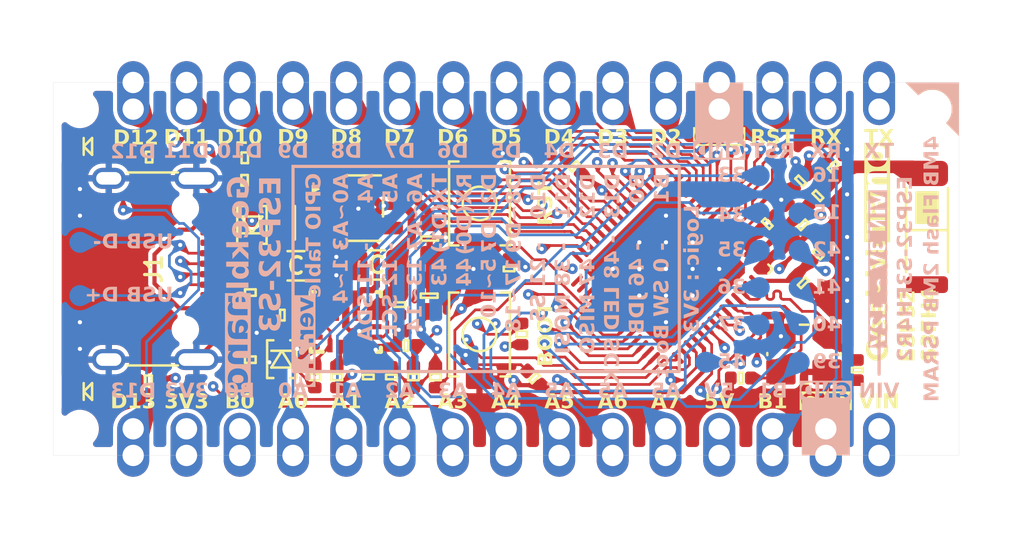
<source format=kicad_pcb>
(kicad_pcb (version 20241229) (generator "pcbnew") (generator_version "9.0")
  (title_block (rev "1") (company "Geekble") (comment 4 "SooDragon"))
  (layers (0 "F.Cu" signal) (4 "In1.Cu" power) (6 "In2.Cu" power) (2 "B.Cu" signal) (13 "F.Paste" user) (15 "B.Paste" user) (5 "F.SilkS" user "F.Silkscreen") (7 "B.SilkS" user "B.Silkscreen") (1 "F.Mask" user) (3 "B.Mask" user) (25 "Edge.Cuts" user))
  (net 0 "")
  (net 1 "Net-(ANT1-PadFeed)")
  (net 3 "GND")
  (net 4 "/CHIP_PU")
  (net 5 "+3V3")
  (net 6 "/D13")
  (net 7 "/B0")
  (net 8 "/A0")
  (net 9 "/A1")
  (net 10 "/A2")
  (net 11 "/A3")
  (net 12 "/A4")
  (net 13 "/A5")
  (net 14 "Net-(J1-CC2)")
  (net 15 "Net-(J1-D1+)")
  (net 17 "Net-(J1-D1-)")
  (net 19 "Net-(J1-CC1)")
  (net 20 "Net-(LED1-PadA)")
  (net 21 "Net-(LED2-PadA)")
  (net 22 "/USB_N")
  (net 23 "/USB_P")
  (net 24 "/A6")
  (net 25 "/GPIO15")
  (net 26 "VIN")
  (net 27 "/GPIO16")
  (net 28 "/A7")
  (net 29 "/B1")
  (net 30 "/D12")
  (net 31 "/D11")
  (net 32 "/D10")
  (net 33 "/D9")
  (net 34 "/D8")
  (net 35 "/D7")
  (net 36 "/D6")
  (net 37 "/GPIO45")
  (net 38 "/D5")
  (net 39 "/D4")
  (net 40 "/GPIO42")
  (net 41 "/D3")
  (net 42 "/GPIO35")
  (net 43 "/GPIO41")
  (net 44 "/D2")
  (net 45 "/GPIO34")
  (net 46 "/GPIO40")
  (net 47 "/GPIO39")
  (net 48 "/GPIO37")
  (net 49 "/GPIO33")
  (net 50 "/GPIO36")
  (net 51 "/GPIO44{slash}RX")
  (net 52 "/GPIO43{slash}TX")
  (net 53 "Net-(U2-LNA_IN)")
  (net 54 "Net-(C7-Pad2)")
  (net 55 "Net-(U2-XTAL_P)")
  (net 56 "Net-(U2-XTAL_N)")
  (net 57 "/TX")
  (net 66 "Net-(C6-Pad2)")
  (net 67 "+5V")
  (net 68 "Net-(D2-PadA)")
  (net 69 "Net-(U1-VAUX)")
  (net 70 "Net-(U1-L2)")
  (net 71 "Net-(U1-L1)")
  (net 72 "Net-(U1-EN)")
  (net 73 "Net-(U1-PG)")
  (footprint "Connectors:1x1_P2.54_CastellatedPad" (layer "F.Cu") (at 42.97 28.49 90)
    (property "Reference" "H29" (hide yes))
    (property "Value" "MountingHole_Pad" (hide yes))
  )
  (footprint "Connectors:1x1_P2.54_CastellatedPad" (layer "F.Cu") (at 53.142 28.49 90)
    (property "Reference" "H33" (hide yes))
    (property "Value" "MountingHole_Pad" (hide yes))
  )
  (footprint "Diodes:LED_0603_White" (layer "F.Cu") (at 30.651 30.268)
    (property "Reference" "LED2" (hide yes))
    (property "Value" "LED,0603,White")
  )
  (footprint "Capacitors:C_0402" (layer "F.Cu") (at 45.81999 39.76001)
    (property "Reference" "C3" (hide yes))
    (property "Value" "100nF,50V")
  )
  (footprint "Resistors:R_0402" (layer "F.Cu") (at 46.16999 41.26001 90)
    (property "Reference" "R1" (hide yes))
    (property "Value" "10KR,1%")
  )
  (footprint "Connectors:1x1_P2.54_CastellatedPad" (layer "F.Cu") (at 32.81 28.49 90)
    (property "Reference" "H25" (hide yes))
    (property "Value" "MountingHole_Pad" (hide yes))
  )
  (footprint "Capacitors:C_0402" (layer "F.Cu") (at 50.73 36.11 90)
    (property "Reference" "C5" (hide yes))
    (property "Value" "100nF,50V")
  )
  (footprint "Connectors:1x1_P2.54_CastellatedPad" (layer "F.Cu") (at 35.35 28.49 90)
    (property "Reference" "H26" (hide yes))
    (property "Value" "MountingHole_Pad" (hide yes))
  )
  (footprint "Capacitors:C_0402" (layer "F.Cu") (at 39.91999 38.31001)
    (property "Reference" "C8" (hide yes))
    (property "Value" "1uF,25V")
  )
  (footprint "Marks:ToolingHole_JLCPCB" (layer "F.Cu") (at 30.27 28.49)
    (property "Reference" "TH3" (hide yes))
    (property "Value" "ToolingHole" (hide yes))
  )
  (footprint "Connectors:1x1_P2.54_CastellatedPad" (layer "F.Cu") (at 60.75 28.49 90)
    (property "Reference" "H36" (hide yes))
    (property "Value" "MountingHole_Pad" (hide yes))
  )
  (footprint "Inductors_Chokes_Transformers:FTC201612S" (layer "F.Cu") (at 40.51999 33.91001)
    (property "Reference" "L3" (hide yes))
    (property "Value" "1.5uH,4A,40mR")
  )
  (footprint "Resistors:R_0402" (layer "F.Cu") (at 38.39499 37.23501 -90)
    (property "Reference" "R3" (hide yes))
    (property "Value" "5.1KR,1%")
  )
  (footprint "Connectors:1x1_P2.54_CastellatedPad" (layer "F.Cu") (at 40.43 43.73 -90)
    (property "Reference" "H8" (hide yes))
    (property "Value" "MountingHole_Pad" (hide yes))
  )
  (footprint "Embedded_Processors_Controllers:QFN-56-1EP_7x7mm_P0.4mm_EP5.6x5.6mm" (layer "F.Cu") (at 58.209959 36.110015 -135)
    (property "Reference" "U2" (hide yes))
    (property "Value" "ESP32-S3FH4R2")
  )
  (footprint "Resistors:R_0402" (layer "F.Cu") (at 42.51999 41.26001 -90)
    (property "Reference" "R8" (hide yes))
    (property "Value" "100KR,1%")
  )
  (footprint "Connectors:1x1_P2.54_CastellatedPad" (layer "F.Cu") (at 55.676 28.49 90)
    (property "Reference" "H34" (hide yes))
    (property "Value" "MountingHole_Pad" (hide yes))
  )
  (footprint "Capacitors:C_0402" (layer "F.Cu") (at 66.1761 31.218 -45)
    (property "Reference" "C1" (hide yes))
    (property "Value" "1.2pF,50V")
  )
  (footprint "Connectors:1x1_P2.54_CastellatedPad" (layer "F.Cu") (at 32.81 43.73 -90)
    (property "Reference" "H5" (hide yes))
    (property "Value" "MountingHole_Pad" (hide yes))
  )
  (footprint "Connectors:1x1_P2.54_CastellatedPad" (layer "F.Cu") (at 48.074 28.49 90)
    (property "Reference" "H31" (hide yes))
    (property "Value" "MountingHole_Pad" (hide yes))
  )
  (footprint "Capacitors:C_0805" (layer "F.Cu") (at 44.41999 35.92001)
    (property "Reference" "C17" (hide yes))
    (property "Value" "47uF,10V,0805")
  )
  (footprint "Marks:ToolingHole_JLCPCB" (layer "F.Cu") (at 70.91 28.49)
    (property "Reference" "TH4" (hide yes))
    (property "Value" "ToolingHole" (hide yes))
  )
  (footprint "Power_Management_ICs:SOT-23-5" (layer "F.Cu") (at 43.81999 33.21001 180)
    (property "Reference" "U3" (hide yes))
    (property "Value" "ME6217C33M5G")
  )
  (footprint "Capacitors:C_0402" (layer "F.Cu") (at 51.93 41.31 -45)
    (property "Reference" "C16" (hide yes))
    (property "Value" "100nF,50V")
  )
  (footprint "Connectors:1x1_P2.54_CastellatedPad" (layer "F.Cu") (at 68.37 43.73 -90)
    (property "Reference" "H19" (hide yes))
    (property "Value" "MountingHole_Pad" (hide yes))
  )
  (footprint "Connectors:1x1_P2.54_CastellatedPad" (layer "F.Cu") (at 48.05 43.73 -90)
    (property "Reference" "H11" (hide yes))
    (property "Value" "MountingHole_Pad" (hide yes))
  )
  (footprint "Resistors:R_0402" (layer "F.Cu") (at 38.11999 31.88501)
    (property "Reference" "R6" (hide yes))
    (property "Value" "33R,1%")
  )
  (footprint "Resistors:R_0402" (layer "F.Cu") (at 33.572 30.776)
    (property "Reference" "R10" (hide yes))
    (property "Value" "5.1KR,1%")
  )
  (footprint "Capacitors:C_0402" (layer "F.Cu") (at 53.82999 31.21001 -45)
    (property "Reference" "C14" (hide yes))
    (property "Value" "100nF,50V")
  )
  (footprint "Capacitors:C_0402" (layer "F.Cu") (at 63.036 33.951 -135)
    (property "Reference" "C7" (hide yes))
    (property "Value" "1uF,25V")
  )
  (footprint "Pushbutton_Switches_Relays:TS-1088-AR020" (layer "F.Cu") (at 49.32 39.2342 90)
    (property "Reference" "SW2")
    (property "Value" "TS-1088-AR02016")
  )
  (footprint "Pushbutton_Switches_Relays:TS-1088-AR020" (layer "F.Cu") (at 49.32 32.9858 -90)
    (property "Reference" "SW1")
    (property "Value" "TS-1088-AR02016")
  )
  (footprint "Capacitors:C_0402" (layer "F.Cu") (at 44.01999 41.26001 90)
    (property "Reference" "C9" (hide yes))
    (property "Value" "100nF,50V")
  )
  (footprint "Connectors:1x1_P2.54_CastellatedPad" (layer "F.Cu") (at 37.89 43.73 -90)
    (property "Reference" "H7" (hide yes))
    (property "Value" "MountingHole_Pad" (hide yes))
  )
  (footprint "Capacitors:C_0603" (layer "F.Cu") (at 46.94499 34.66001 90)
    (property "Reference" "C19" (hide yes))
    (property "Value" "22uF,6.3V,0603")
  )
  (footprint "Capacitors:C_0402" (layer "F.Cu") (at 65.4606 35.3988 -135)
    (property "Reference" "C10" (hide yes))
    (property "Value" "1uF,25V")
  )
  (footprint "Inductors_Chokes_Transformers:L_0402" (layer "F.Cu") (at 65.4557 32.6172 -135)
    (property "Reference" "L1" (hide yes))
    (property "Value" "2.7nH,800mA,120mR")
  )
  (footprint "Power_Management_ICs:RNM0015A" (layer "F.Cu") (at 42.945 38.63501 90)
    (property "Reference" "U1" (hide yes))
    (property "Value" "TPS630701RNMR" (hide yes))
  )
  (footprint "Capacitors:C_0603" (layer "F.Cu") (at 46.91999 37.38501 -90)
    (property "Reference" "C18" (hide yes))
    (property "Value" "22uF,6.3V,0603")
  )
  (footprint "Capacitors:C_0402" (layer "F.Cu") (at 61.77999 41.31001)
    (property "Reference" "C13" (hide yes))
    (property "Value" "15pF,50V")
  )
  (footprint "Connectors:1x1_P2.54_CastellatedPad" (layer "F.Cu") (at 58.21 28.49 90)
    (property "Reference" "H35" (hide yes))
    (property "Value" "MountingHole_Pad" (hide yes))
  )
  (footprint "Capacitors:C_0805" (layer "F.Cu") (at 40.56999 35.96001 180)
    (property "Reference" "C6" (hide yes))
    (property "Value" "22uF,25V,0805")
  )
  (footprint "Resistors:R_0402" (layer "F.Cu") (at 38.13 30.81)
    (property "Reference" "R5" (hide yes))
    (property "Value" "33R,1%")
  )
  (footprint "Connectors:1x1_P2.54_CastellatedPad" (layer "F.Cu") (at 50.608 28.49 90)
    (property "Reference" "H32" (hide yes))
    (property "Value" "MountingHole_Pad" (hide yes))
  )
  (footprint "Connectors:1x1_P2.54_CastellatedPad" (layer "F.Cu") (at 55.67 43.73 -90)
    (property "Reference" "H14" (hide yes))
    (property "Value" "MountingHole_Pad" (hide yes))
  )
  (footprint "Connectors:1x1_P2.54_CastellatedPad" (layer "F.Cu") (at 63.29 28.49 90)
    (property "Reference" "H37" (hide yes))
    (property "Value" "MountingHole_Pad" (hide yes))
  )
  (footprint "Connectors:1x1_P2.54_CastellatedPad" (layer "F.Cu") (at 40.43 28.49 90)
    (property "Reference" "H28" (hide yes))
    (property "Value" "MountingHole_Pad" (hide yes))
  )
  (footprint "Connectors:1x1_P2.54_CastellatedPad" (layer "F.Cu") (at 53.118 43.73 -90)
    (property "Reference" "H13" (hide yes))
    (property "Value" "MountingHole_Pad" (hide yes))
  )
  (footprint "RadioFrequencyChip_Antenna:ANT_5020" (layer "F.Cu") (at 70.656 34.2574 -90)
    (property "Reference" "ANT1" (hide yes))
    (property "Value" "KH-5020D245H05")
  )
  (footprint "Connectors:1x1_P2.54_CastellatedPad" (layer "F.Cu") (at 42.97 43.73 -90)
    (property "Reference" "H9" (hide yes))
    (property "Value" "MountingHole_Pad" (hide yes))
  )
  (footprint "Connectors:1x1_P2.54_CastellatedPad" (layer "F.Cu") (at 60.75 43.73 -90)
    (property "Reference" "H16" (hide yes))
    (property "Value" "MountingHole_Pad" (hide yes))
  )
  (footprint "Connectors:1x1_P2.54_CastellatedPad" (layer "F.Cu") (at 63.29 43.73 -90)
    (property "Reference" "H17" (hide yes))
    (property "Value" "MountingHole_Pad" (hide yes))
  )
  (footprint "Capacitors:C_0402" (layer "F.Cu") (at 67.33 40.93 90)
    (property "Reference" "C12" (hide yes))
    (property "Value" "15pF,50V")
  )
  (footprint "Diodes:SOD-323F" (layer "F.Cu") (at 38.46999 34.01001 90)
    (property "Reference" "D1" (hide yes))
    (property "Value" "1N5819WS")
  )
  (footprint "Capacitors:C_0402" (layer "F.Cu") (at 45.51999 37.81001 90)
    (property "Reference" "C15" (hide yes))
    (property "Value" "10uF,10V")
  )
  (footprint "Connectors:1x1_P2.54_CastellatedPad" (layer "F.Cu") (at 68.37 28.49 90)
    (property "Reference" "H39" (hide yes))
    (property "Value" "MountingHole_Pad" (hide yes))
  )
  (footprint "Connectors:1x1_P2.54_CastellatedPad" (layer "F.Cu") (at 58.186 43.73 -90)
    (property "Reference" "H15" (hide yes))
    (property "Value" "MountingHole_Pad" (hide yes))
  )
  (footprint "Resistors:R_0402" (layer "F.Cu") (at 51.32999 39.21001 -90)
    (property "Reference" "R11" (hide yes))
    (property "Value" "499R,1%")
  )
  (footprint "Inductors_Chokes_Transformers:L_0402" (layer "F.Cu") (at 64.63 31.91 -135)
    (property "Reference" "L2" (hide yes))
    (property "Value" "2.7nH,800mA,120mR")
  )
  (footprint "Resistors:R_0402" (layer "F.Cu") (at 41.46999 41.26001 -90)
    (property "Reference" "R7" (hide yes))
    (property "Value" "10KR,1%")
  )
  (footprint "Connectors:1x1_P2.54_CastellatedPad" (layer "F.Cu") (at 45.51 28.49 90)
    (property "Reference" "H30" (hide yes))
    (property "Value" "MountingHole_Pad" (hide yes))
  )
  (footprint "Capacitors:C_0402" (layer "F.Cu") (at 45.11999 41.26001 90)
    (property "Reference" "C4" (hide yes))
    (property "Value" "10uF,10V")
  )
  (footprint "Diodes:SOD-323F" (layer "F.Cu") (at 39.89499 40.41001 -90)
    (property "Reference" "D2" (hide yes))
    (property "Value" "1N5819WS")
  )
  (footprint "Resistors:R_0402" (layer "F.Cu") (at 33.5452 41.444 180)
    (property "Reference" "R9" (hide yes))
    (property "Value" "5.1KR,1%")
  )
  (footprint "Connectors:1x1_P2.54_CastellatedPad" (layer "F.Cu") (at 65.83 28.49 90)
    (property "Reference" "H38" (hide yes))
    (property "Value" "MountingHole_Pad" (hide yes))
  )
  (footprint "Capacitors:C_0402" (layer "F.Cu") (at 64.7445 34.0073 135)
    (property "Reference" "C2" (hide yes))
    (property "Value" "2pF,50V")
  )
  (footprint "Marks:SooDragonKOR_Mask_3.8x1.4" (layer "F.Cu") (at 31.53999 36.10001 90)
    (property "Reference" "Logo1" (hide yes))
    (property "Value" "Geekble_Logo" (hide yes))
  )
  (footprint "Resistors:R_0402" (layer "F.Cu") (at 47.21999 41.26001 -90)
    (property "Reference" "R2" (hide yes))
    (property "Value" "10KR,1%")
  )
  (footprint "Capacitors:C_0402" (layer "F.Cu") (at 64.7494 36.7704 135)
    (property "Reference" "C11" (hide yes))
    (property "Value" "10nF,50V")
  )
  (footprint "Connectors:1x1_P2.54_CastellatedPad" (layer "F.Cu") (at 65.83 43.73 -90)
    (property "Reference" "H18" (hide yes))
    (property "Value" "MountingHole_Pad" (hide yes))
  )
  (footprint "Connectors:1x1_P2.54_CastellatedPad" (layer "F.Cu") (at 50.59 43.73 -90)
    (property "Reference" "H12" (hide yes))
    (property "Value" "MountingHole_Pad" (hide yes))
  )
  (footprint "Marks:ToolingHole_JLCPCB" (layer "F.Cu") (at 70.91 43.73)
    (property "Reference" "TH2" (hide yes))
    (property "Value" "ToolingHole" (hide yes))
  )
  (footprint "Connectors:USB_DIP,8.94x7.3mm" (layer "F.Cu") (at 34.1897 36.11 -90)
    (property "Reference" "J1")
    (property "Value" "USB_C_Receptacle_USB2.0_DIP")
  )
  (footprint "Connectors:1x1_P2.54_CastellatedPad" (layer "F.Cu") (at 35.35 43.73 -90)
    (property "Reference" "H6" (hide yes))
    (property "Value" "MountingHole_Pad" (hide yes))
  )
  (footprint "Crystals:SMD-3225_4P" (layer "F.Cu") (at 64.79 40.168 180)
    (property "Reference" "Y1" (hide yes))
    (property "Value" "40MHz" (hide yes))
  )
  (footprint "Connectors:1x1_P2.54_CastellatedPad" (layer "F.Cu") (at 45.51 43.73 -90)
    (property "Reference" "H10" (hide yes))
    (property "Value" "MountingHole_Pad" (hide yes))
  )
  (footprint "Connectors:1x1_P2.54_CastellatedPad" (layer "F.Cu") (at 37.89 28.49 90)
    (property "Reference" "H27" (hide yes))
    (property "Value" "MountingHole_Pad" (hide yes))
  )
  (footprint "Resistors:R_0402" (layer "F.Cu") (at 38.39499 40.43501 -90)
    (property "Reference" "R4" (hide yes))
    (property "Value" "5.1KR,1%")
  )
  (footprint "Marks:ToolingHole_JLCPCB" (layer "F.Cu") (at 30.27 43.73)
    (property "Reference" "TH1" (hide yes))
    (property "Value" "ToolingHole" (hide yes))
  )
  (footprint "Diodes:LED_0603_Red" (layer "F.Cu") (at 30.651 41.952)
    (property "Reference" "LED1" (hide yes))
    (property "Value" "LED,0603,Red")
  )
  (footprint "Connectors:1x1_1.0piPad_SMD" (layer "B.Cu") (at 62.655 33.443 180)
    (property "Reference" "H21" (hide yes))
    (property "Value" "MountingHole_Pad" (hide yes))
  )
  (footprint "Connectors:1x1_1.0piPad_SMD" (layer "B.Cu") (at 64.56 33.443 180)
    (property "Reference" "H3" (hide yes))
    (property "Value" "MountingHole_Pad" (hide yes))
  )
  (footprint "Connectors:1x1_1.0piPad_SMD" (layer "B.Cu") (at 62.655 36.999 180)
    (property "Reference" "H23" (hide yes))
    (property "Value" "MountingHole_Pad" (hide yes))
  )
  (footprint "Connectors:1x1_1.0piPad_SMD" (layer "B.Cu") (at 64.56 31.665 180)
    (property "Reference" "H4" (hide yes))
    (property "Value" "MountingHole_Pad" (hide yes))
  )
  (footprint "Connectors:1x1_1.0piPad_SMD" (layer "B.Cu") (at 64.56 40.555 180)
    (property "Reference" "H40" (hide yes))
    (property "Value" "MountingHole_Pad" (hide yes))
  )
  (footprint "Connectors:1x1_1.0piPad_SMD" (layer "B.Cu") (at 30.26999 37.38001 180)
    (property "Reference" "H2" (hide yes))
    (property "Value" "MountingHole_Pad" (hide yes))
  )
  (footprint "Connectors:1x1_1.0piPad_SMD" (layer "B.Cu") (at 62.655 38.777 180)
    (property "Reference" "H24" (hide yes))
    (property "Value" "MountingHole_Pad" (hide yes))
  )
  (footprint "Connectors:1x1_1.0piPad_SMD" (layer "B.Cu") (at 64.56 36.999 180)
    (property "Reference" "H42" (hide yes))
    (property "Value" "MountingHole_Pad" (hide yes))
  )
  (footprint "Connectors:1x1_1.0piPad_SMD" (layer "B.Cu") (at 64.56 35.221 180)
    (property "Reference" "H43" (hide yes))
    (property "Value" "MountingHole_Pad" (hide yes))
  )
  (footprint "Connectors:1x1_1.0piPad_SMD" (layer "B.Cu") (at 64.56 38.777 180)
    (property "Reference" "H41" (hide yes))
    (property "Value" "MountingHole_Pad" (hide yes))
  )
  (footprint "Connectors:1x1_1.0piPad_SMD" (layer "B.Cu") (at 30.26999 34.84 180)
    (property "Reference" "H1" (hide yes))
    (property "Value" "MountingHole_Pad" (hide yes))
  )
  (footprint "Connectors:1x1_1.0piPad_SMD" (layer "B.Cu") (at 62.655 31.665 180)
    (property "Reference" "H20" (hide yes))
    (property "Value" "MountingHole_Pad" (hide yes))
  )
  (footprint "Connectors:1x1_1.0piPad_SMD" (layer "B.Cu") (at 62.655 35.221 180)
    (property "Reference" "H22" (hide yes))
    (property "Value" "MountingHole_Pad" (hide yes))
  )
  (footprint "Connectors:1x1_1.0piPad_SMD" (layer "B.Cu") (at 60.11499 40.55501 180)
    (property "Reference" "H44" (hide yes))
    (property "Value" "MountingHole_Pad" (hide yes))
  )
  (gr_poly (pts (xy 71.29363 27.64335) (xy 71.2804 27.64335) (xy 71.2804 27.63673) (xy 71.27379 27.63673) (xy 71.27379 27.63011) (xy 71.24733 27.63011) (xy 71.24733 27.6235) (xy 71.22749 27.6235) (xy 71.22749 27.61027) (xy 71.19441 27.61027) (xy 71.19441 27.60366) (xy 71.15473 27.60366) (xy 71.15473 27.59043) (xy 71.11504 27.59043) (xy 71.11504 27.58381) (xy 71.10843 27.58381) (xy 71.10843 27.5772) (xy 71.05551 27.5772) (xy 71.05551 27.57058) (xy 70.76447 27.57058) (xy 70.76447 27.5772) (xy 70.71155 27.5772) (xy 70.71155 27.58381) (xy 70.70494 27.58381) (xy 70.70494 27.59043) (xy 70.66525 27.59043) (xy 70.66525 27.60366) (xy 70.62556 27.60366) (xy 70.62556 27.61027) (xy 70.59249 27.61027) (xy 70.59249 27.6235) (xy 70.57265 27.6235) (xy 70.57265 27.63011) (xy 70.54619 27.63011) (xy 70.54619 27.63673) (xy 70.53957 27.63673) (xy 70.53957 27.64335) (xy 70.51973 27.64335) (xy 70.51973 27.64996) (xy 70.51311 27.64996) (xy 70.51311 27.65657) (xy 70.49988 27.65657) (xy 70.49988 27.66319) (xy 70.48004 27.66319) (xy 70.48004 27.6698) (xy 70.47343 27.6698) (xy 70.47343 27.67642) (xy 70.45358 27.67642) (xy 70.45358 27.68303) (xy 70.44035 27.68303) (xy 70.44035 27.68965) (xy 70.43374 27.68965) (xy 70.43374 27.69626) (xy 70.42712 27.69626) (xy 70.42712 27.70288) (xy 70.42051 27.70288) (xy 70.42051 27.70949) (xy 70.40066 27.70949) (xy 70.40066 27.7161) (xy 70.39405 27.7161) (xy 70.39405 27.72272) (xy 70.38744 27.72272) (xy 70.38744 27.72933) (xy 70.36759 27.72933) (xy 70.36759 27.73595) (xy 70.36098 27.73595) (xy 70.36098 27.74918) (xy 70.34113 27.74918) (xy 70.34113 27.75579) (xy 70.33452 27.75579) (xy 70.33452 27.76241) (xy 70.3279 27.76241) (xy 70.3279 27.76902) (xy 70.32129 27.76902) (xy 70.32129 27.77564) (xy 70.31468 27.77564) (xy 70.31468 27.78225) (xy 70.30806 27.78225) (xy 70.30806 27.78886) (xy 70.30145 27.78886) (xy 70.30145 27.79548) (xy 70.29483 27.79548) (xy 70.29483 27.8021) (xy 70.28822 27.8021) (xy 70.28822 27.80871) (xy 70.2816 27.80871) (xy 70.2816 27.81532) (xy 70.26176 27.81532) (xy 70.26176 27.82194) (xy 70.25515 27.82194) (xy 70.25515 27.82855) (xy 70.24853 27.82855) (xy 70.24853 27.83517) (xy 70.2353 27.83517) (xy 70.2353 27.82855) (xy 70.22869 27.82855) (xy 70.22869 27.82194) (xy 70.22207 27.82194) (xy 70.22207 27.81532) (xy 70.21546 27.81532) (xy 70.21546 27.80871) (xy 70.20884 27.80871) (xy 70.20884 27.8021) (xy 70.20223 27.8021) (xy 70.20223 27.79548) (xy 70.19561 27.79548) (xy 70.19561 27.78886) (xy 70.189 27.78886) (xy 70.189 27.78225) (xy 70.18238 27.78225) (xy 70.18238 27.77564) (xy 70.17577 27.77564) (xy 70.17577 27.76902) (xy 70.16915 27.76902) (xy 70.16915 27.76241) (xy 70.16254 27.76241) (xy 70.16254 27.75579) (xy 70.15593 27.75579) (xy 70.15593 27.74918) (xy 70.14931 27.74918) (xy 70.14931 27.74256) (xy 70.1427 27.74256) (xy 70.1427 27.73595) (xy 70.13608 27.73595) (xy 70.13608 27.72933) (xy 70.12947 27.72933) (xy 70.12947 27.72272) (xy 70.12285 27.72272) (xy 70.12285 27.7161) (xy 70.11624 27.7161) (xy 70.11624 27.70949) (xy 70.10962 27.70949) (xy 70.10962 27.70288) (xy 70.10301 27.70288) (xy 70.10301 27.69626) (xy 70.0964 27.69626) (xy 70.0964 27.68965) (xy 70.08978 27.68965) (xy 70.08978 27.68303) (xy 70.08316 27.68303) (xy 70.08316 27.67642) (xy 70.07655 27.67642) (xy 70.07655 27.6698) (xy 70.06994 27.6698) (xy 70.06994 27.66319) (xy 70.06332 27.66319) (xy 70.06332 27.65657) (xy 70.05671 27.65657) (xy 70.05671 27.64996) (xy 70.05009 27.64996) (xy 70.05009 27.64335) (xy 70.04348 27.64335) (xy 70.04348 27.63673) (xy 70.03686 27.63673) (xy 70.03686 27.63011) (xy 70.03025 27.63011) (xy 70.03025 27.6235) (xy 70.02363 27.6235) (xy 70.02363 27.61689) (xy 70.01702 27.61689) (xy 70.01702 27.61027) (xy 70.0104 27.61027) (xy 70.0104 27.60366) (xy 70.00379 27.60366) (xy 70.00379 27.59704) (xy 69.99718 27.59704) (xy 69.99718 27.59043) (xy 69.99056 27.59043) (xy 69.99056 27.58381) (xy 69.98395 27.58381) (xy 69.98395 27.5772) (xy 69.97733 27.5772) (xy 69.97733 27.57058) (xy 69.97072 27.57058) (xy 69.97072 27.56397) (xy 69.9641 27.56397) (xy 69.9641 27.55735) (xy 69.95749 27.55735) (xy 69.95749 27.55074) (xy 69.95087 27.55074) (xy 69.95087 27.54413) (xy 69.94426 27.54413) (xy 69.94426 27.53751) (xy 69.93765 27.53751) (xy 69.93765 27.5309) (xy 69.93103 27.5309) (xy 69.93103 27.52428) (xy 69.92441 27.52428) (xy 69.92441 27.51767) (xy 69.9178 27.51767) (xy 69.9178 27.51105) (xy 69.91119 27.51105) (xy 69.91119 27.50444) (xy 69.90457 27.50444) (xy 69.90457 27.49782) (xy 69.89796 27.49782) (xy 69.89796 27.49121) (xy 69.89134 27.49121) (xy 69.89134 27.4846) (xy 69.88473 27.4846) (xy 69.88473 27.47798) (xy 69.87811 27.47798) (xy 69.87811 27.47136) (xy 69.8715 27.47136) (xy 69.8715 27.46475) (xy 69.86488 27.46475) (xy 69.86488 27.45814) (xy 69.85827 27.45814) (xy 69.85827 27.45152) (xy 69.85165 27.45152) (xy 69.85165 27.44491) (xy 69.84504 27.44491) (xy 69.84504 27.43829) (xy 69.83843 27.43829) (xy 69.83843 27.43168) (xy 69.83181 27.43168) (xy 69.83181 27.42506) (xy 69.8252 27.42506) (xy 69.8252 27.41845) (xy 69.81858 27.41845) (xy 69.81858 27.41183) (xy 69.81197 27.41183) (xy 69.81197 27.40522) (xy 69.80535 27.40522) (xy 69.80535 27.3986) (xy 69.79874 27.3986) (xy 69.79874 27.39199) (xy 69.79212 27.39199) (xy 69.79212 27.38538) (xy 69.78551 27.38538) (xy 69.78551 27.37876) (xy 69.7789 27.37876) (xy 69.7789 27.37215) (xy 69.77228 27.37215) (xy 69.77228 27.36553) (xy 69.76566 27.36553) (xy 69.76566 27.35892) (xy 69.75905 27.35892) (xy 69.75905 27.3523) (xy 69.75244 27.3523) (xy 69.75244 27.34569) (xy 69.74582 27.34569) (xy 69.74582 27.33907) (xy 69.73921 27.33907) (xy 69.73921 27.33246) (xy 69.73259 27.33246) (xy 69.73259 27.32585) (xy 69.72598 27.32585) (xy 69.72598 27.31923) (xy 69.71936 27.31923) (xy 69.71936 27.31261) (xy 69.71275 27.31261) (xy 69.71275 27.306) (xy 69.70613 27.306) (xy 69.70613 27.29939) (xy 69.69952 27.29939) (xy 69.69952 27.29277) (xy 69.6929 27.29277) (xy 69.6929 27.28616) (xy 69.68629 27.28616) (xy 69.68629 27.27954) (xy 69.67968 27.27954) (xy 69.67968 27.27293) (xy 69.67306 27.27293) (xy 69.67306 27.26631) (xy 69.66645 27.26631) (xy 69.66645 27.2597) (xy 69.65983 27.2597) (xy 69.65983 27.25308) (xy 69.65322 27.25308) (xy 69.65322 27.24647) (xy 69.6466 27.24647) (xy 69.6466 27.23985) (xy 69.63999 27.23985) (xy 69.63999 27.23324) (xy 69.63337 27.23324) (xy 69.63337 27.22663) (xy 69.62676 27.22663) (xy 69.62676 27.22001) (xy 72.17999 27.22001) (xy 72.17999 29.77324) (xy 72.17337 29.77324) (xy 72.17337 29.76663) (xy 72.16676 29.76663) (xy 72.16676 29.76001) (xy 72.16015 29.76001) (xy 72.16015 29.7534) (xy 72.15353 29.7534) (xy 72.15353 29.74678) (xy 72.14691 29.74678) (xy 72.14691 29.74017) (xy 72.1403 29.74017) (xy 72.1403 29.73355) (xy 72.13369 29.73355) (xy 72.13369 29.72694) (xy 72.12707 29.72694) (xy 72.12707 29.72032) (xy 72.12046 29.72032) (xy 72.12046 29.71371) (xy 72.11384 29.71371) (xy 72.11384 29.7071) (xy 72.10723 29.7071) (xy 72.10723 29.70048) (xy 72.10061 29.70048) (xy 72.10061 29.69386) (xy 72.094 29.69386) (xy 72.094 29.68725) (xy 72.08738 29.68725) (xy 72.08738 29.68064) (xy 72.08077 29.68064) (xy 72.08077 29.67402) (xy 72.07415 29.67402) (xy 72.07415 29.66741) (xy 72.06754 29.66741) (xy 72.06754 29.66079) (xy 72.06093 29.66079) (xy 72.06093 29.65418) (xy 72.05431 29.65418) (xy 72.05431 29.64756) (xy 72.0477 29.64756) (xy 72.0477 29.64095) (xy 72.04108 29.64095) (xy 72.04108 29.63433) (xy 72.03447 29.63433) (xy 72.03447 29.62772) (xy 72.02785 29.62772) (xy 72.02785 29.6211) (xy 72.02124 29.6211) (xy 72.02124 29.61449) (xy 72.01462 29.61449) (xy 72.01462 29.60788) (xy 72.00801 29.60788) (xy 72.00801 29.60126) (xy 72.0014 29.60126) (xy 72.0014 29.59465) (xy 71.99478 29.59465) (xy 71.99478 29.58803) (xy 71.98816 29.58803) (xy 71.98816 29.58142) (xy 71.98155 29.58142) (xy 71.98155 29.5748) (xy 71.97494 29.5748) (xy 71.97494 29.56819) (xy 71.96832 29.56819) (xy 71.96832 29.56157) (xy 71.96171 29.56157) (xy 71.96171 29.55496) (xy 71.95509 29.55496) (xy 71.95509 29.54835) (xy 71.94848 29.54835) (xy 71.94848 29.54173) (xy 71.94186 29.54173) (xy 71.94186 29.53511) (xy 71.93525 29.53511) (xy 71.93525 29.5285) (xy 71.92863 29.5285) (xy 71.92863 29.52189) (xy 71.92202 29.52189) (xy 71.92202 29.51527) (xy 71.9154 29.51527) (xy 71.9154 29.50866) (xy 71.90879 29.50866) (xy 71.90879 29.50204) (xy 71.90218 29.50204) (xy 71.90218 29.49543) (xy 71.89556 29.49543) (xy 71.89556 29.48881) (xy 71.88895 29.48881) (xy 71.88895 29.4822) (xy 71.88233 29.4822) (xy 71.88233 29.47558) (xy 71.87572 29.47558) (xy 71.87572 29.46897) (xy 71.8691 29.46897) (xy 71.8691 29.46235) (xy 71.86249 29.46235) (xy 71.86249 29.45574) (xy 71.85587 29.45574) (xy 71.85587 29.44913) (xy 71.84926 29.44913) (xy 71.84926 29.44251) (xy 71.84265 29.44251) (xy 71.84265 29.4359) (xy 71.83603 29.4359) (xy 71.83603 29.42928) (xy 71.82941 29.42928) (xy 71.82941 29.42267) (xy 71.8228 29.42267) (xy 71.8228 29.41605) (xy 71.81619 29.41605) (xy 71.81619 29.40944) (xy 71.80957 29.40944) (xy 71.80957 29.40282) (xy 71.80296 29.40282) (xy 71.80296 29.39621) (xy 71.79634 29.39621) (xy 71.79634 29.3896) (xy 71.78973 29.3896) (xy 71.78973 29.38298) (xy 71.78311 29.38298) (xy 71.78311 29.37636) (xy 71.7765 29.37636) (xy 71.7765 29.36975) (xy 71.76988 29.36975) (xy 71.76988 29.36314) (xy 71.76327 29.36314) (xy 71.76327 29.35652) (xy 71.75665 29.35652) (xy 71.75665 29.34991) (xy 71.75004 29.34991) (xy 71.75004 29.34329) (xy 71.74343 29.34329) (xy 71.74343 29.33668) (xy 71.73681 29.33668) (xy 71.73681 29.33006) (xy 71.7302 29.33006) (xy 71.7302 29.32345) (xy 71.72358 29.32345) (xy 71.72358 29.31683) (xy 71.71697 29.31683) (xy 71.71697 29.31022) (xy 71.71035 29.31022) (xy 71.71035 29.3036) (xy 71.70374 29.3036) (xy 71.70374 29.29699) (xy 71.69712 29.29699) (xy 71.69712 29.29038) (xy 71.69051 29.29038) (xy 71.69051 29.28376) (xy 71.6839 29.28376) (xy 71.6839 29.27715) (xy 71.67728 29.27715) (xy 71.67728 29.27053) (xy 71.67066 29.27053) (xy 71.67066 29.26392) (xy 71.66405 29.26392) (xy 71.66405 29.2573) (xy 71.65744 29.2573) (xy 71.65744 29.25069) (xy 71.65082 29.25069) (xy 71.65082 29.24407) (xy 71.64421 29.24407) (xy 71.64421 29.23746) (xy 71.63759 29.23746) (xy 71.63759 29.23085) (xy 71.63098 29.23085) (xy 71.63098 29.22423) (xy 71.62436 29.22423) (xy 71.62436 29.21761) (xy 71.61775 29.21761) (xy 71.61775 29.211) (xy 71.61113 29.211) (xy 71.61113 29.20439) (xy 71.60452 29.20439) (xy 71.60452 29.19777) (xy 71.5979 29.19777) (xy 71.5979 29.19116) (xy 71.59129 29.19116) (xy 71.59129 29.18454) (xy 71.58468 29.18454) (xy 71.58468 29.17793) (xy 71.57806 29.17793) (xy 71.57806 29.17131) (xy 71.57145 29.17131) (xy 71.57145 29.1647) (xy 71.56483 29.1647) (xy 71.56483 29.15147) (xy 71.57145 29.15147) (xy 71.57145 29.14485) (xy 71.57806 29.14485) (xy 71.57806 29.12501) (xy 71.58468 29.12501) (xy 71.58468 29.1184) (xy 71.59129 29.1184) (xy 71.59129 29.11178) (xy 71.5979 29.11178) (xy 71.5979 29.10517) (xy 71.60452 29.10517) (xy 71.60452 29.09855) (xy 71.61113 29.09855) (xy 71.61113 29.09194) (xy 71.61775 29.09194) (xy 71.61775 29.08532) (xy 71.62436 29.08532) (xy 71.62436 29.07871) (xy 71.63098 29.07871) (xy 71.63098 29.0721) (xy 71.63759 29.0721) (xy 71.63759 29.05225) (xy 71.65082 29.05225) (xy 71.65082 29.03902) (xy 71.66405 29.03902) (xy 71.66405 29.03241) (xy 71.67066 29.03241) (xy 71.67066 29.01256) (xy 71.67728 29.01256) (xy 71.67728 29.00595) (xy 71.6839 29.00595) (xy 71.6839 28.99933) (xy 71.69051 28.99933) (xy 71.69051 28.97949) (xy 71.69712 28.97949) (xy 71.69712 28.97288) (xy 71.70374 28.97288) (xy 71.70374 28.96626) (xy 71.71035 28.96626) (xy 71.71035 28.95965) (xy 71.71697 28.95965) (xy 71.71697 28.94642) (xy 71.72358 28.94642) (xy 71.72358 28.92657) (xy 71.7302 28.92657) (xy 71.7302 28.91996) (xy 71.73681 28.91996) (xy 71.73681 28.90011) (xy 71.74343 28.90011) (xy 71.74343 28.88689) (xy 71.75004 28.88689) (xy 71.75004 28.88027) (xy 71.75665 28.88027) (xy 71.75665 28.86043) (xy 71.76327 28.86043) (xy 71.76327 28.85381) (xy 71.76988 28.85381) (xy 71.76988 28.82735) (xy 71.7765 28.82735) (xy 71.7765 28.80751) (xy 71.78973 28.80751) (xy 71.78973 28.77444) (xy 71.79634 28.77444) (xy 71.79634 28.73475) (xy 71.80957 28.73475) (xy 71.80957 28.69506) (xy 71.81619 28.69506) (xy 71.81619 28.68845) (xy 71.8228 28.68845) (xy 71.8228 28.63553) (xy 71.82941 28.63553) (xy 71.82941 28.34449) (xy 71.8228 28.34449) (xy 71.8228 28.29157) (xy 71.81619 28.29157) (xy 71.81619 28.28496) (xy 71.80957 28.28496) (xy 71.80957 28.24527) (xy 71.79634 28.24527) (xy 71.79634 28.20558) (xy 71.78973 28.20558) (xy 71.78973 28.17251) (xy 71.7765 28.17251) (xy 71.7765 28.15267) (xy 71.76988 28.15267) (xy 71.76988 28.12621) (xy 71.76327 28.12621) (xy 71.76327 28.1196) (xy 71.75665 28.1196) (xy 71.75665 28.09975) (xy 71.75004 28.09975) (xy 71.75004 28.09314) (xy 71.74343 28.09314) (xy 71.74343 28.07991) (xy 71.73681 28.07991) (xy 71.73681 28.06006) (xy 71.7302 28.06006) (xy 71.7302 28.05345) (xy 71.72358 28.05345) (xy 71.72358 28.0336) (xy 71.71697 28.0336) (xy 71.71697 28.02038) (xy 71.71035 28.02038) (xy 71.71035 28.01376) (xy 71.70374 28.01376) (xy 71.70374 28.00715) (xy 71.69712 28.00715) (xy 71.69712 28.00053) (xy 71.69051 28.00053) (xy 71.69051 27.98069) (xy 71.6839 27.98069) (xy 71.6839 27.97407) (xy 71.67728 27.97407) (xy 71.67728 27.96746) (xy 71.67066 27.96746) (xy 71.67066 27.94761) (xy 71.66405 27.94761) (xy 71.66405 27.941) (xy 71.65082 27.941) (xy 71.65082 27.92777) (xy 71.63759 27.92777) (xy 71.63759 27.90793) (xy 71.63098 27.90793) (xy 71.63098 27.90131) (xy 71.62436 27.90131) (xy 71.62436 27.8947) (xy 71.61775 27.8947) (xy 71.61775 27.88808) (xy 71.61113 27.88808) (xy 71.61113 27.88147) (xy 71.60452 27.88147) (xy 71.60452 27.87485) (xy 71.5979 27.87485) (xy 71.5979 27.86824) (xy 71.59129 27.86824) (xy 71.59129 27.86163) (xy 71.58468 27.86163) (xy 71.58468 27.85501) (xy 71.57806 27.85501) (xy 71.57806 27.8484) (xy 71.57145 27.8484) (xy 71.57145 27.84178) (xy 71.56483 27.84178) (xy 71.56483 27.83517) (xy 71.55822 27.83517) (xy 71.55822 27.82855) (xy 71.5516 27.82855) (xy 71.5516 27.82194) (xy 71.54499 27.82194) (xy 71.54499 27.81532) (xy 71.53837 27.81532) (xy 71.53837 27.80871) (xy 71.53176 27.80871) (xy 71.53176 27.8021) (xy 71.52515 27.8021) (xy 71.52515 27.79548) (xy 71.51853 27.79548) (xy 71.51853 27.78886) (xy 71.51191 27.78886) (xy 71.51191 27.78225) (xy 71.5053 27.78225) (xy 71.5053 27.77564) (xy 71.49869 27.77564) (xy 71.49869 27.76902) (xy 71.49207 27.76902) (xy 71.49207 27.76241) (xy 71.47223 27.76241) (xy 71.47223 27.74918) (xy 71.459 27.74918) (xy 71.459 27.73595) (xy 71.45238 27.73595) (xy 71.45238 27.72933) (xy 71.43254 27.72933) (xy 71.43254 27.72272) (xy 71.42593 27.72272) (xy 71.42593 27.7161) (xy 71.41931 27.7161) (xy 71.41931 27.70949) (xy 71.39947 27.70949) (xy 71.39947 27.70288) (xy 71.39285 27.70288) (xy 71.39285 27.69626) (xy 71.38624 27.69626) (xy 71.38624 27.68965) (xy 71.37962 27.68965) (xy 71.37962 27.68303) (xy 71.3664 27.68303) (xy 71.3664 27.67642) (xy 71.34655 27.67642) (xy 71.34655 27.6698) (xy 71.33994 27.6698) (xy 71.33994 27.66319) (xy 71.32009 27.66319) (xy 71.32009 27.65657) (xy 71.30686 27.65657) (xy 71.30686 27.64996) (xy 71.30025 27.64996) (xy 71.30025 27.64335)) (fill yes) (layer "F.SilkS"))
  (gr_rect (start 64.68699 42.84101) (end 66.97299 45.00001) (fill yes) (layer "F.SilkS"))
  (gr_poly (pts (xy 61.89299 29.37901) (xy 59.60699 29.37901) (xy 59.60699 27.220009) (xy 61.89299 27.220009)) (fill yes) (layer "F.SilkS"))
  (gr_poly (pts (xy 61.89299 30.01401) (xy 59.60699 30.01401) (xy 59.60699 27.220009) (xy 61.89299 27.220009)) (fill yes) (layer "B.SilkS"))
  (gr_poly (pts (xy 71.75665 28.106371) (xy 71.75665 28.119601) (xy 71.76327 28.119601) (xy 71.763271 28.12621) (xy 71.769891 28.12621) (xy 71.769891 28.15267) (xy 71.7765 28.152671) (xy 71.7765 28.172511) (xy 71.789731 28.17251) (xy 71.78973 28.20559) (xy 71.79634 28.20559) (xy 71.79634 28.24527) (xy 71.80957 28.24527) (xy 71.80957 28.28496) (xy 71.81619 28.28496) (xy 71.81619 28.29157) (xy 71.8228 28.29157) (xy 71.8228 28.34449) (xy 71.82942 28.34449) (xy 71.82942 28.63553) (xy 71.8228 28.63553) (xy 71.8228 28.68845) (xy 71.81619 28.68845) (xy 71.81619 28.69506) (xy 71.80957 28.69506) (xy 71.80957 28.73475) (xy 71.79634 28.73475) (xy 71.79634 28.774439) (xy 71.789731 28.77444) (xy 71.789731 28.80751) (xy 71.7765 28.807509) (xy 71.7765 28.827349) (xy 71.769891 28.82735) (xy 71.769891 28.85381) (xy 71.763271 28.85381) (xy 71.763271 28.86043) (xy 71.756651 28.86043) (xy 71.756651 28.88027) (xy 71.750041 28.88027) (xy 71.750041 28.88689) (xy 71.743431 28.88689) (xy 71.743431 28.90012) (xy 71.73681 28.900121) (xy 71.73681 28.919961) (xy 71.7302 28.919961) (xy 71.730201 28.92657) (xy 71.72358 28.926571) (xy 71.72358 28.946421) (xy 71.71697 28.946421) (xy 71.71697 28.959651) (xy 71.71035 28.959651) (xy 71.71035 28.966261) (xy 71.70374 28.966261) (xy 71.70374 28.97288) (xy 71.69712 28.97288) (xy 71.69712 28.979491) (xy 71.69051 28.979491) (xy 71.69051 28.99934) (xy 71.6839 28.99934) (xy 71.6839 29.00595) (xy 71.67728 29.00595) (xy 71.67728 29.01256) (xy 71.67067 29.01256) (xy 71.67067 29.03241) (xy 71.66405 29.03241) (xy 71.66405 29.03902) (xy 71.65082 29.03902) (xy 71.65082 29.05887) (xy 71.64421 29.05887) (xy 71.64421 29.06548) (xy 71.63759 29.06548) (xy 71.63759 29.0721) (xy 71.63098 29.0721) (xy 71.63098 29.07871) (xy 71.62436 29.07871) (xy 71.62436 29.08532) (xy 71.61775 29.08532) (xy 71.61775 29.09194) (xy 71.61114 29.09194) (xy 71.61114 29.09855) (xy 71.60452 29.09855) (xy 71.60452 29.10517) (xy 71.5979 29.10517) (xy 71.5979 29.11178) (xy 71.59129 29.11178) (xy 71.59129 29.1184) (xy 71.58468 29.1184) (xy 71.58468 29.13824) (xy 71.57806 29.13824) (xy 71.57806 29.14485) (xy 71.57145 29.14485) (xy 71.57145 29.15147) (xy 71.56483 29.15147) (xy 71.56483 29.1647) (xy 71.57145 29.1647) (xy 71.57145 29.17131) (xy 71.57806 29.17131) (xy 71.57806 29.17793) (xy 71.58468 29.17793) (xy 71.58468 29.18454) (xy 71.59129 29.18454) (xy 71.59129 29.19116) (xy 71.5979 29.19116) (xy 71.5979 29.19777) (xy 71.60452 29.19777) (xy 71.60452 29.20439) (xy 71.61114 29.20439) (xy 71.61114 29.211) (xy 71.61775 29.211) (xy 71.61775 29.21762) (xy 71.62436 29.21762) (xy 71.62436 29.22423) (xy 71.63098 29.22423) (xy 71.63098 29.23085) (xy 71.63759 29.23085) (xy 71.63759 29.23746) (xy 71.64421 29.23746) (xy 71.64421 29.24407) (xy 71.65082 29.24407) (xy 71.65082 29.25069) (xy 71.65744 29.25069) (xy 71.65744 29.2573) (xy 71.66405 29.2573) (xy 71.66405 29.26392) (xy 71.67067 29.26392) (xy 71.67067 29.27053) (xy 71.67728 29.27053) (xy 71.67728 29.27715) (xy 71.6839 29.27715) (xy 71.6839 29.28376) (xy 71.69051 29.28376) (xy 71.69051 29.29038) (xy 71.69712 29.29038) (xy 71.69712 29.29699) (xy 71.70374 29.29699) (xy 71.70374 29.3036) (xy 71.71035 29.3036) (xy 71.71035 29.31022) (xy 71.71697 29.31022) (xy 71.71697 29.31684) (xy 71.72358 29.31684) (xy 71.72358 29.32345) (xy 71.7302 29.32345) (xy 71.7302 29.33006) (xy 71.73681 29.33006) (xy 71.73681 29.33668) (xy 71.74343 29.33668) (xy 71.74343 29.34329) (xy 71.75004 29.34329) (xy 71.75004 29.34991) (xy 71.75665 29.34991) (xy 71.75665 29.35652) (xy 71.76327 29.35652) (xy 71.76327 29.36314) (xy 71.76989 29.36314) (xy 71.76989 29.36975) (xy 71.7765 29.36975) (xy 71.7765 29.37637) (xy 71.78311 29.37637) (xy 71.78311 29.38298) (xy 71.78973 29.38298) (xy 71.78973 29.3896) (xy 71.79634 29.3896) (xy 71.79634 29.39621) (xy 71.80296 29.39621) (xy 71.80296 29.40282) (xy 71.80957 29.40282) (xy 71.80957 29.40944) (xy 71.81619 29.40944) (xy 71.81619 29.41605) (xy 71.8228 29.41605) (xy 71.8228 29.42267) (xy 71.82942 29.42267) (xy 71.82942 29.42928) (xy 71.83603 29.42928) (xy 71.83603 29.4359) (xy 71.84265 29.4359) (xy 71.84265 29.44251) (xy 71.84926 29.44251) (xy 71.84926 29.44913) (xy 71.85587 29.44913) (xy 71.85587 29.45574) (xy 71.86249 29.45574) (xy 71.86249 29.46235) (xy 71.8691 29.46235) (xy 71.8691 29.46897) (xy 71.87572 29.46897) (xy 71.87572 29.47559) (xy 71.88233 29.47559) (xy 71.88233 29.4822) (xy 71.88895 29.4822) (xy 71.88895 29.48881) (xy 71.89556 29.48881) (xy 71.89556 29.49543) (xy 71.90218 29.49543) (xy 71.90218 29.50204) (xy 71.90879 29.50204) (xy 71.90879 29.50866) (xy 71.9154 29.50866) (xy 71.9154 29.51527) (xy 71.92202 29.51527) (xy 71.92202 29.52189) (xy 71.92864 29.52189) (xy 71.92864 29.5285) (xy 71.93525 29.5285) (xy 71.93525 29.53512) (xy 71.94186 29.53512) (xy 71.94186 29.54173) (xy 71.94848 29.54173) (xy 71.94848 29.54835) (xy 71.95509 29.54835) (xy 71.95509 29.55496) (xy 71.96171 29.55496) (xy 71.96171 29.56157) (xy 71.96832 29.56157) (xy 71.96832 29.56819) (xy 71.97494 29.56819) (xy 71.97494 29.5748) (xy 71.98155 29.5748) (xy 71.98155 29.58142) (xy 71.98817 29.58142) (xy 71.98817 29.58803) (xy 71.99478 29.58803) (xy 71.99478 29.59465) (xy 72.0014 29.59465) (xy 72.0014 29.60126) (xy 72.00801 29.60126) (xy 72.00801 29.60788) (xy 72.01462 29.60788) (xy 72.01462 29.61449) (xy 72.02124 29.61449) (xy 72.02124 29.6211) (xy 72.02785 29.6211) (xy 72.02785 29.62772) (xy 72.03447 29.62772) (xy 72.03447 29.63434) (xy 72.04108 29.63434) (xy 72.04108 29.64095) (xy 72.0477 29.64095) (xy 72.0477 29.64756) (xy 72.05431 29.64756) (xy 72.05431 29.65418) (xy 72.06093 29.65418) (xy 72.06093 29.66079) (xy 72.06754 29.66079) (xy 72.06754 29.66741) (xy 72.07415 29.66741) (xy 72.07415 29.67402) (xy 72.08077 29.67402) (xy 72.08077 29.68064) (xy 72.08739 29.68064) (xy 72.08739 29.68725) (xy 72.094 29.68725) (xy 72.094 29.69387) (xy 72.10061 29.69387) (xy 72.10061 29.70048) (xy 72.10723 29.70048) (xy 72.10723 29.7071) (xy 72.11384 29.7071) (xy 72.11384 29.71371) (xy 72.12046 29.71371) (xy 72.12046 29.72032) (xy 72.12707 29.72032) (xy 72.12707 29.72694) (xy 72.13369 29.72694) (xy 72.13369 29.73355) (xy 72.1403 29.73355) (xy 72.1403 29.74017) (xy 72.14692 29.74017) (xy 72.14692 29.74678) (xy 72.15353 29.74678) (xy 72.15353 29.7534) (xy 72.16015 29.7534) (xy 72.16015 29.76001) (xy 72.16676 29.76001) (xy 72.16676 29.76663) (xy 72.17337 29.76663) (xy 72.17337 29.77324) (xy 72.17999 29.77324) (xy 72.17999 27.22001) (xy 69.62676 27.22001) (xy 69.62676 27.22663) (xy 69.63337 27.22663) (xy 69.63337 27.23324) (xy 69.63999 27.23324) (xy 69.63999 27.23985) (xy 69.6466 27.23985) (xy 69.6466 27.24647) (xy 69.65322 27.24647) (xy 69.65322 27.25309) (xy 69.65983 27.25309) (xy 69.65983 27.2597) (xy 69.66645 27.2597) (xy 69.66645 27.26631) (xy 69.67306 27.26631) (xy 69.67306 27.27293) (xy 69.67968 27.27293) (xy 69.67968 27.27954) (xy 69.68629 27.27954) (xy 69.68629 27.28616) (xy 69.6929 27.28616) (xy 69.6929 27.29277) (xy 69.69952 27.29277) (xy 69.69952 27.29939) (xy 69.70614 27.29939) (xy 69.70614 27.306) (xy 69.71275 27.306) (xy 69.71275 27.31262) (xy 69.71936 27.31262) (xy 69.71936 27.31923) (xy 69.72598 27.31923) (xy 69.72598 27.32585) (xy 69.73259 27.32585) (xy 69.73259 27.33246) (xy 69.73921 27.33246) (xy 69.73921 27.33907) (xy 69.74582 27.33907) (xy 69.74582 27.34569) (xy 69.75244 27.34569) (xy 69.75244 27.3523) (xy 69.75905 27.3523) (xy 69.75905 27.35892) (xy 69.76567 27.35892) (xy 69.76567 27.36553) (xy 69.77228 27.36553) (xy 69.77228 27.37215) (xy 69.7789 27.37215) (xy 69.7789 27.37876) (xy 69.78551 27.37876) (xy 69.78551 27.38538) (xy 69.79212 27.38538) (xy 69.79212 27.39199) (xy 69.79874 27.39199) (xy 69.79874 27.3986) (xy 69.80535 27.3986) (xy 69.80535 27.40522) (xy 69.81197 27.40522) (xy 69.81197 27.41184) (xy 69.81858 27.41184) (xy 69.81858 27.41845) (xy 69.8252 27.41845) (xy 69.8252 27.42506) (xy 69.83181 27.42506) (xy 69.83181 27.43168) (xy 69.83843 27.43168) (xy 69.83843 27.43829) (xy 69.84504 27.43829) (xy 69.84504 27.44491) (xy 69.85165 27.44491) (xy 69.85165 27.45152) (xy 69.85827 27.45152) (xy 69.85827 27.45814) (xy 69.86489 27.45814) (xy 69.86489 27.46475) (xy 69.8715 27.46475) (xy 69.8715 27.47137) (xy 69.87811 27.47137) (xy 69.87811 27.47798) (xy 69.88473 27.47798) (xy 69.88473 27.4846) (xy 69.89134 27.4846) (xy 69.89134 27.49121) (xy 69.89796 27.49121) (xy 69.89796 27.49782) (xy 69.90457 27.49782) (xy 69.90457 27.50444) (xy 69.91119 27.50444) (xy 69.91119 27.51105) (xy 69.9178 27.51105) (xy 69.9178 27.51767) (xy 69.92442 27.51767) (xy 69.92442 27.52428) (xy 69.93103 27.52428) (xy 69.93103 27.5309) (xy 69.93765 27.5309) (xy 69.93765 27.53751) (xy 69.94426 27.53751) (xy 69.94426 27.54413) (xy 69.95087 27.54413) (xy 69.95087 27.55074) (xy 69.95749 27.55074) (xy 69.95749 27.55735) (xy 69.9641 27.55735) (xy 69.9641 27.56397) (xy 69.97072 27.56397) (xy 69.97072 27.57059) (xy 69.97733 27.57059) (xy 69.97733 27.5772) (xy 69.98395 27.5772) (xy 69.98395 27.58381) (xy 69.99056 27.58381) (xy 69.99056 27.59043) (xy 69.99718 27.59043) (xy 69.99718 27.59704) (xy 70.00379 27.59704) (xy 70.00379 27.60366) (xy 70.0104 27.60366) (xy 70.0104 27.61027) (xy 70.01702 27.61027) (xy 70.01702 27.61689) (xy 70.02364 27.61689) (xy 70.02364 27.6235) (xy 70.03025 27.6235) (xy 70.03025 27.63012) (xy 70.03686 27.63012) (xy 70.03686 27.63673) (xy 70.04348 27.63673) (xy 70.04348 27.64335) (xy 70.05009 27.64335) (xy 70.05009 27.64996) (xy 70.05671 27.64996) (xy 70.05671 27.65657) (xy 70.06332 27.65657) (xy 70.06332 27.66319) (xy 70.06994 27.66319) (xy 70.06994 27.6698) (xy 70.07655 27.6698) (xy 70.07655 27.67642) (xy 70.08317 27.67642) (xy 70.08317 27.68303) (xy 70.08978 27.68303) (xy 70.08978 27.68965) (xy 70.0964 27.68965) (xy 70.0964 27.69626) (xy 70.10301 27.69626) (xy 70.10301 27.70288) (xy 70.10962 27.70288) (xy 70.10962 27.70949) (xy 70.11624 27.70949) (xy 70.11624 27.7161) (xy 70.12285 27.7161) (xy 70.12285 27.72272) (xy 70.12947 27.72272) (xy 70.12947 27.72934) (xy 70.13608 27.72934) (xy 70.13608 27.73595) (xy 70.1427 27.73595) (xy 70.1427 27.74256) (xy 70.14931 27.74256) (xy 70.14931 27.74918) (xy 70.15593 27.74918) (xy 70.15593 27.75579) (xy 70.16254 27.75579) (xy 70.16254 27.76241) (xy 70.16915 27.76241) (xy 70.16915 27.76902) (xy 70.17577 27.76902) (xy 70.17577 27.77564) (xy 70.18239 27.77564) (xy 70.18239 27.78225) (xy 70.189 27.78225) (xy 70.189 27.78887) (xy 70.19561 27.78887) (xy 70.19561 27.79548) (xy 70.20223 27.79548) (xy 70.20223 27.8021) (xy 70.20884 27.8021) (xy 70.20884 27.80871) (xy 70.21546 27.80871) (xy 70.21546 27.81532) (xy 70.22207 27.81532) (xy 70.22207 27.82194) (xy 70.22869 27.82194) (xy 70.22869 27.82855) (xy 70.2353 27.82855) (xy 70.2353 27.83517) (xy 70.24853 27.83517) (xy 70.24853 27.82855) (xy 70.25515 27.82855) (xy 70.25515 27.82194) (xy 70.27499 27.82194) (xy 70.27499 27.81532) (xy 70.2816 27.81532) (xy 70.2816 27.80871) (xy 70.28822 27.80871) (xy 70.28822 27.8021) (xy 70.29483 27.8021) (xy 70.29483 27.79548) (xy 70.30145 27.79548) (xy 70.30145 27.78887) (xy 70.30806 27.78887) (xy 70.30806 27.78225) (xy 70.31468 27.78225) (xy 70.31468 27.77564) (xy 70.32129 27.77564) (xy 70.32129 27.76902) (xy 70.3279 27.76902) (xy 70.3279 27.76241) (xy 70.34775 27.76241) (xy 70.34775 27.74918) (xy 70.36098 27.74918) (xy 70.36098 27.73595) (xy 70.36759 27.73595) (xy 70.36759 27.72934) (xy 70.38744 27.72934) (xy 70.38744 27.72272) (xy 70.39405 27.72272) (xy 70.39405 27.7161) (xy 70.400669 27.7161) (xy 70.400669 27.70949) (xy 70.420509 27.70949) (xy 70.420509 27.70288) (xy 70.42712 27.70288) (xy 70.42712 27.69626) (xy 70.433739 27.69626) (xy 70.433739 27.68965) (xy 70.440349 27.68965) (xy 70.440349 27.68303) (xy 70.453579 27.68303) (xy 70.453579 27.67642) (xy 70.473429 27.67642) (xy 70.47343 27.669799) (xy 70.480039 27.6698) (xy 70.480039 27.66319) (xy 70.49989 27.663189) (xy 70.49989 27.656569) (xy 70.51311 27.656569) (xy 70.51311 27.649959) (xy 70.51973 27.649959) (xy 70.51973 27.643349) (xy 70.53957 27.643349) (xy 70.53957 27.636729) (xy 70.54619 27.636729) (xy 70.546191 27.63012) (xy 70.572651 27.63012) (xy 70.572651 27.6235) (xy 70.592491 27.6235) (xy 70.59249 27.610269) (xy 70.62556 27.610269) (xy 70.625561 27.60366) (xy 70.66525 27.60366) (xy 70.66525 27.59043) (xy 70.70494 27.59043) (xy 70.70494 27.58381) (xy 70.71155 27.58381) (xy 70.71155 27.5772) (xy 70.76447 27.5772) (xy 70.76447 27.57059) (xy 71.05551 27.57059) (xy 71.05551 27.5772) (xy 71.10843 27.5772) (xy 71.10843 27.58381) (xy 71.11504 27.58381) (xy 71.11504 27.59043) (xy 71.15473 27.59043) (xy 71.15473 27.60366) (xy 71.194419 27.60366) (xy 71.19442 27.610269) (xy 71.22749 27.610269) (xy 71.227489 27.6235) (xy 71.247329 27.6235) (xy 71.247329 27.63012) (xy 71.273789 27.63012) (xy 71.27379 27.636729) (xy 71.280399 27.63673) (xy 71.280399 27.64335) (xy 71.30025 27.643349) (xy 71.30025 27.649959) (xy 71.30686 27.649959) (xy 71.30686 27.656569) (xy 71.32009 27.656569) (xy 71.32009 27.663189) (xy 71.339941 27.66319) (xy 71.339941 27.6698) (xy 71.34655 27.669799) (xy 71.346551 27.67642) (xy 71.366401 27.67642) (xy 71.366401 27.68303) (xy 71.379621 27.68303) (xy 71.379621 27.68965) (xy 71.386241 27.68965) (xy 71.386241 27.69626) (xy 71.392851 27.69626) (xy 71.392851 27.70288) (xy 71.399471 27.70288) (xy 71.399471 27.70949) (xy 71.419311 27.70949) (xy 71.419311 27.7161) (xy 71.42593 27.7161) (xy 71.42593 27.72272) (xy 71.43254 27.72272) (xy 71.43254 27.72934) (xy 71.45239 27.72934) (xy 71.45239 27.73595) (xy 71.459 27.73595) (xy 71.459 27.74918) (xy 71.47223 27.74918) (xy 71.47223 27.76241) (xy 71.49207 27.76241) (xy 71.49207 27.76902) (xy 71.49869 27.76902) (xy 71.49869 27.77564) (xy 71.5053 27.77564) (xy 71.5053 27.78225) (xy 71.51192 27.78225) (xy 71.51192 27.78887) (xy 71.51853 27.78887) (xy 71.51853 27.79548) (xy 71.52515 27.79548) (xy 71.52515 27.8021) (xy 71.53176 27.8021) (xy 71.53176 27.80871) (xy 71.53837 27.80871) (xy 71.53837 27.81532) (xy 71.54499 27.81532) (xy 71.54499 27.82194) (xy 71.5516 27.82194) (xy 71.5516 27.82855) (xy 71.55822 27.82855) (xy 71.55822 27.83517) (xy 71.56483 27.83517) (xy 71.56483 27.84178) (xy 71.57145 27.84178) (xy 71.57145 27.8484) (xy 71.57806 27.8484) (xy 71.57806 27.85501) (xy 71.58468 27.85501) (xy 71.58468 27.86163) (xy 71.59129 27.86163) (xy 71.59129 27.86824) (xy 71.5979 27.86824) (xy 71.5979 27.87485) (xy 71.60452 27.87485) (xy 71.60452 27.88147) (xy 71.61114 27.88147) (xy 71.61114 27.88809) (xy 71.61775 27.88809) (xy 71.61775 27.8947) (xy 71.62436 27.8947) (xy 71.62436 27.90131) (xy 71.63098 27.90131) (xy 71.63098 27.90793) (xy 71.63759 27.90793) (xy 71.63759 27.92777) (xy 71.65082 27.92777) (xy 71.65082 27.941) (xy 71.66405 27.941) (xy 71.66405 27.94762) (xy 71.67067 27.94762) (xy 71.67067 27.96746) (xy 71.67728 27.96746) (xy 71.67728 27.97407) (xy 71.6839 27.97407) (xy 71.6839 27.980689) (xy 71.69051 27.980689) (xy 71.69051 28.000529) (xy 71.69712 28.000529) (xy 71.69712 28.007149) (xy 71.70374 28.007149) (xy 71.70374 28.013759) (xy 71.71035 28.013759) (xy 71.71035 28.020379) (xy 71.71697 28.020379) (xy 71.71697 28.033599) (xy 71.72358 28.033599) (xy 71.72358 28.053449) (xy 71.730201 28.05345) (xy 71.7302 28.060059) (xy 71.73681 28.060059) (xy 71.736811 28.07991) (xy 71.743431 28.07991) (xy 71.743431 28.09314) (xy 71.750041 28.09314) (xy 71.750041 28.09975) (xy 71.756651 28.09975)) (fill yes) (layer "B.SilkS"))
  (gr_rect (start 40.42999 31.22051) (end 58.84499 40.99951) (stroke (width 0.153)) (fill no) (layer "B.SilkS"))
  (gr_line (start 68.36999 39.15801) (end 68.36999 41.12651) (stroke (width 0.153)) (layer "B.SilkS"))
  (gr_rect (start 64.68699 42.33301) (end 66.97299 45.00001) (fill yes) (layer "B.SilkS"))
  (gr_line (start 28.99999 27.22001) (end 28.99999 45.00001) (stroke (width 0.01)) (layer "Edge.Cuts"))
  (gr_line (start 28.99999 45.00001) (end 72.17999 45.00001) (stroke (width 0.01)) (layer "Edge.Cuts"))
  (gr_line (start 72.17999 27.22001) (end 28.99999 27.22001) (stroke (width 0.01)) (layer "Edge.Cuts"))
  (gr_line (start 72.17999 45.00001) (end 72.17999 27.22001) (stroke (width 0.01)) (layer "Edge.Cuts"))
  (gr_text "S3FH4" (at 70.78299 40.55501 90) (layer "F.SilkS") (effects (font (size 0.7 0.7) (thickness 0.153) (bold yes)) (justify left)))
  (gr_text "A7" (at 58.20999 42.46001 0) (layer "F.SilkS") (effects (font (size 0.7 0.7) (thickness 0.14) (bold yes))))
  (gr_text "A4" (at 50.58999 42.46001 0) (layer "F.SilkS") (effects (font (size 0.7 0.7) (thickness 0.14) (bold yes))))
  (gr_text "GND" (at 65.82999 42.46001 0) (layer "F.SilkS" knockout) (effects (font (size 0.7 0.7) (thickness 0.14) (bold yes))))
  (gr_text "" (at 70.90999 43.73001 0) (layer "F.SilkS") (effects (font (size 1.27 1.27))))
  (gr_text "D12" (at 32.93699 29.88701 0) (layer "F.SilkS") (effects (font (size 0.7 0.7) (thickness 0.14) (bold yes))))
  (gr_text "" (at 30.26999 43.73001 0) (layer "F.SilkS") (effects (font (size 1.27 1.27))))
  (gr_text "A0" (at 40.42999 42.46001 0) (layer "F.SilkS") (effects (font (size 0.7 0.7) (thickness 0.14) (bold yes))))
  (gr_text "A1" (at 42.96999 42.46001 0) (layer "F.SilkS") (effects (font (size 0.7 0.7) (thickness 0.14) (bold yes))))
  (gr_text "D10" (at 37.88999 29.86161 0) (layer "F.SilkS") (effects (font (size 0.7 0.7) (thickness 0.14) (bold yes))))
  (gr_text "D9" (at 40.42999 29.86161 0) (layer "F.SilkS") (effects (font (size 0.7 0.7) (thickness 0.14) (bold yes))))
  (gr_text "TX" (at 68.36999 29.86161 0) (layer "F.SilkS") (effects (font (size 0.7 0.7) (thickness 0.14) (bold yes))))
  (gr_text "D13" (at 32.80999 42.46001 0) (layer "F.SilkS") (effects (font (size 0.7 0.7) (thickness 0.14) (bold yes))))
  (gr_text "" (at 70.90999 43.73001 0) (layer "F.SilkS") (effects (font (size 1.27 1.27))))
  (gr_text "RST" (at 63.28999 29.86161 0) (layer "F.SilkS") (effects (font (size 0.7 0.7) (thickness 0.14) (bold yes))))
  (gr_text "A6" (at 55.66999 42.46001 0) (layer "F.SilkS") (effects (font (size 0.7 0.7) (thickness 0.14) (bold yes))))
  (gr_text "" (at 70.90999 28.49001 0) (layer "F.SilkS") (effects (font (size 1.27 1.27))))
  (gr_text "D7" (at 45.50999 29.86161 0) (layer "F.SilkS") (effects (font (size 0.7 0.7) (thickness 0.14) (bold yes))))
  (gr_text "ESP32" (at 69.76699 40.55501 90) (layer "F.SilkS") (effects (font (size 0.7 0.7) (thickness 0.153) (bold yes)) (justify left)))
  (gr_text "A2" (at 45.50999 42.46001 0) (layer "F.SilkS") (effects (font (size 0.7 0.7) (thickness 0.14) (bold yes))))
  (gr_text "D11" (at 35.34999 29.86161 0) (layer "F.SilkS") (effects (font (size 0.7 0.7) (thickness 0.14) (bold yes))))
  (gr_text "D2" (at 58.20999 29.86161 0) (layer "F.SilkS") (effects (font (size 0.7 0.7) (thickness 0.14) (bold yes))))
  (gr_text "A5" (at 53.12999 42.46001 0) (layer "F.SilkS") (effects (font (size 0.7 0.7) (thickness 0.14) (bold yes))))
  (gr_text "B1" (at 63.28999 42.46001 0) (layer "F.SilkS") (effects (font (size 0.7 0.7) (thickness 0.14) (bold yes))))
  (gr_text "5V" (at 60.74999 42.46001 0) (layer "F.SilkS") (effects (font (size 0.7 0.7) (thickness 0.14) (bold yes))))
  (gr_text "" (at 70.90999 28.49001 0) (layer "F.SilkS") (effects (font (size 1.27 1.27))))
  (gr_text "D6" (at 48.04999 29.86161 0) (layer "F.SilkS") (effects (font (size 0.7 0.7) (thickness 0.14) (bold yes))))
  (gr_text "D4" (at 53.12999 29.86161 0) (layer "F.SilkS") (effects (font (size 0.7 0.7) (thickness 0.14) (bold yes))))
  (gr_text "" (at 30.26999 28.49001 0) (layer "F.SilkS") (effects (font (size 1.27 1.27))))
  (gr_text "3V3" (at 35.34999 42.46001 0) (layer "F.SilkS") (effects (font (size 0.7 0.7) (thickness 0.14) (bold yes))))
  (gr_text "GND" (at 60.74999 29.86161 0) (layer "F.SilkS" knockout) (effects (font (size 0.7 0.7) (thickness 0.14) (bold yes))))
  (gr_text "" (at 30.26999 43.73001 0) (layer "F.SilkS") (effects (font (size 1.27 1.27))))
  (gr_text "A3" (at 48.04999 42.46001 0) (layer "F.SilkS") (effects (font (size 0.7 0.7) (thickness 0.14) (bold yes))))
  (gr_text "D8" (at 42.96999 29.86161 0) (layer "F.SilkS") (effects (font (size 0.7 0.7) (thickness 0.14) (bold yes))))
  (gr_text "Geekble" (at 68.36999 40.55501 90) (layer "F.SilkS") (effects (font (size 1 1) (thickness 0.153) (bold yes)) (justify left)))
  (gr_text "RX" (at 65.82999 29.86161 0) (layer "F.SilkS") (effects (font (size 0.7 0.7) (thickness 0.14) (bold yes))))
  (gr_text "VIN" (at 68.36999 42.46001 0) (layer "F.SilkS") (effects (font (size 0.7 0.7) (thickness 0.14) (bold yes))))
  (gr_text "RST" (at 52.49499 32.98581 90) (layer "F.SilkS") (effects (font (size 0.7 0.7) (thickness 0.153) (bold yes))))
  (gr_text "B0" (at 37.88999 42.46001 0) (layer "F.SilkS") (effects (font (size 0.7 0.7) (thickness 0.14) (bold yes))))
  (gr_text "D3" (at 55.66999 29.86161 0) (layer "F.SilkS") (effects (font (size 0.7 0.7) (thickness 0.14) (bold yes))))
  (gr_text "D5" (at 50.58999 29.86161 0) (layer "F.SilkS") (effects (font (size 0.7 0.7) (thickness 0.14) (bold yes))))
  (gr_text "" (at 30.26999 28.49001 0) (layer "F.SilkS") (effects (font (size 1.27 1.27))))
  (gr_text "nano" (at 68.24299 34.84001 90) (layer "F.SilkS" knockout) (effects (font (size 1.2 1.2) (thickness 0.153) (bold yes)) (justify left)))
  (gr_text "BOOT" (at 52.49499 39.23421 90) (layer "F.SilkS") (effects (font (size 0.7 0.7) (thickness 0.153) (bold yes))))
  (gr_text "A3" (at 48.04999 41.95201 0) (layer "B.SilkS") (effects (font (size 0.7 0.7) (thickness 0.14) (bold yes)) (justify mirror)))
  (gr_text "Logic : 3V3" (at 59.47999 36.11001 90) (layer "B.SilkS") (effects (font (size 0.7 0.7) (thickness 0.153) (bold yes)) (justify mirror)))
  (gr_text "TX" (at 68.36999 30.52201 0) (layer "B.SilkS") (effects (font (size 0.7 0.7) (thickness 0.14) (bold yes)) (justify mirror)))
  (gr_text "D12" (at 32.80999 30.54741 0) (layer "B.SilkS") (effects (font (size 0.7 0.7) (thickness 0.14) (bold yes)) (justify mirror)))
  (gr_text "D11" (at 35.34999 30.52201 0) (layer "B.SilkS") (effects (font (size 0.7 0.7) (thickness 0.14) (bold yes)) (justify mirror)))
  (gr_text "39" (at 65.19499 40.55501 0) (layer "B.SilkS") (effects (font (size 0.7 0.7) (thickness 0.14) (bold yes)) (justify right mirror)))
  (gr_text "ver.2.5" (at 41.06499 37.43501 90) (layer "B.SilkS" knockout) (effects (font (size 0.8 0.8) (thickness 0.153) (bold yes)) (justify left mirror)))
  (gr_text "A4" (at 50.58999 41.95201 0) (layer "B.SilkS") (effects (font (size 0.7 0.7) (thickness 0.14) (bold yes)) (justify mirror)))
  (gr_text "A2" (at 45.50999 41.95201 0) (layer "B.SilkS") (effects (font (size 0.7 0.7) (thickness 0.14) (bold yes)) (justify mirror)))
  (gr_text "ESP32-S3FH4R2" (at 69.63999 36.11001 90) (layer "B.SilkS") (effects (font (size 0.7 0.7) (thickness 0.153) (bold yes)) (justify mirror)))
  (gr_text "D9" (at 40.42999 30.52201 0) (layer "B.SilkS") (effects (font (size 0.7 0.7) (thickness 0.14) (bold yes)) (justify mirror)))
  (gr_text "36" (at 62.01999 36.99901 0) (layer "B.SilkS") (effects (font (size 0.7 0.7) (thickness 0.14) (bold yes)) (justify left mirror)))
  (gr_text "B0" (at 37.88999 41.95201 0) (layer "B.SilkS") (effects (font (size 0.7 0.7) (thickness 0.14) (bold yes)) (justify mirror)))
  (gr_text "D7" (at 45.50999 30.52201 0) (layer "B.SilkS") (effects (font (size 0.7 0.7) (thickness 0.14) (bold yes)) (justify mirror)))
  (gr_text "33" (at 62.01999 31.66501 0) (layer "B.SilkS") (effects (font (size 0.7 0.7) (thickness 0.14) (bold yes)) (justify left mirror)))
  (gr_text "40" (at 65.19498 38.77702 0) (layer "B.SilkS") (effects (font (size 0.7 0.7) (thickness 0.14) (bold yes)) (justify right mirror)))
  (gr_text "USB D+" (at 34.71499 37.38001 0) (layer "B.SilkS") (effects (font (size 0.7 0.7) (thickness 0.14) (bold yes)) (justify left mirror)))
  (gr_text "5V" (at 60.74999 41.95201 0) (layer "B.SilkS") (effects (font (size 0.7 0.7) (thickness 0.14) (bold yes)) (justify mirror)))
  (gr_text "A0~A3\nA4\nA5\nA6~A7\nTX(D1)\nRX(D0)\nD2~D7\nD8~D9\nD10\nD11\nD12\nD13\nB0\nB1" (at 42.351562 31.547325 90) (layer "B.SilkS") (effects (font (size 0.7 0.7) (thickness 0.14) (bold yes)) (justify left top mirror)))
  (gr_text "35" (at 62.01999 35.22101 0) (layer "B.SilkS") (effects (font (size 0.7 0.7) (thickness 0.14) (bold yes)) (justify left mirror)))
  (gr_text "A5" (at 58.20999 41.95201 0) (layer "B.SilkS") (effects (font (size 0.7 0.7) (thickness 0.14) (bold yes)) (justify mirror)))
  (gr_text "A5" (at 55.66999 41.95201 0) (layer "B.SilkS") (effects (font (size 0.7 0.7) (thickness 0.14) (bold yes)) (justify mirror)))
  (gr_text "16" (at 65.19499 31.66501 0) (layer "B.SilkS") (effects (font (size 0.7 0.7) (thickness 0.14) (bold yes)) (justify right mirror)))
  (gr_text "B1" (at 63.28999 41.95201 0) (layer "B.SilkS") (effects (font (size 0.7 0.7) (thickness 0.14) (bold yes)) (justify mirror)))
  (gr_text "D5" (at 50.58999 30.52201 0) (layer "B.SilkS") (effects (font (size 0.7 0.7) (thickness 0.14) (bold yes)) (justify mirror)))
  (gr_text "GPIO Table" (at 41.44599 31.53801 90) (layer "B.SilkS") (effects (font (size 0.7 0.7) (thickness 0.153) (bold yes)) (justify left mirror)))
  (gr_text "nano" (at 37.76299 37.25301 90) (layer "B.SilkS" knockout) (effects (font (size 1.2 1.2) (thickness 0.153) (bold yes)) (justify left mirror)))
  (gr_text "D8" (at 42.96999 30.52201 0) (layer "B.SilkS") (effects (font (size 0.7 0.7) (thickness 0.14) (bold yes)) (justify mirror)))
  (gr_text "15" (at 65.19499 33.44301 0) (layer "B.SilkS") (effects (font (size 0.7 0.7) (thickness 0.14) (bold yes)) (justify right mirror)))
  (gr_text "- 48 LED SCK" (at 55.26999 34.48001 90) (layer "B.SilkS") (effects (font (size 0.7 0.7) (thickness 0.14) (bold yes)) (justify left top mirror)))
  (gr_text "D4" (at 53.12999 30.52201 0) (layer "B.SilkS") (effects (font (size 0.7 0.7) (thickness 0.14) (bold yes)) (justify mirror)))
  (gr_text "42" (at 65.19499 35.22101 0) (layer "B.SilkS") (effects (font (size 0.7 0.7) (thickness 0.14) (bold yes)) (justify right mirror)))
  (gr_text "VIN 3V ~ 12V" (at 68.36999 36.11001 90) (layer "B.SilkS" knockout) (effects (font (size 0.7 0.7) (thickness 0.153) (bold yes)) (justify mirror)))
  (gr_text "D6" (at 48.04999 30.52201 0) (layer "B.SilkS") (effects (font (size 0.7 0.7) (thickness 0.14) (bold yes)) (justify mirror)))
  (gr_text "GND" (at 60.74999 30.52201 0) (layer "B.SilkS" knockout) (effects (font (size 0.7 0.7) (thickness 0.14) (bold yes)) (justify mirror)))
  (gr_text "45" (at 62.01999 40.55501 0) (layer "B.SilkS") (effects (font (size 0.7 0.7) (thickness 0.14) (bold yes)) (justify left mirror)))
  (gr_text "D3" (at 55.66999 30.52201 0) (layer "B.SilkS") (effects (font (size 0.7 0.7) (thickness 0.14) (bold yes)) (justify mirror)))
  (gr_text "34" (at 62.01999 33.57001 0) (layer "B.SilkS") (effects (font (size 0.7 0.7) (thickness 0.14) (bold yes)) (justify left mirror)))
  (gr_text "VIN" (at 68.36999 41.95201 0) (layer "B.SilkS") (effects (font (size 0.7 0.7) (thickness 0.14) (bold yes)) (justify mirror)))
  (gr_text "RST" (at 63.28999 30.52201 0) (layer "B.SilkS") (effects (font (size 0.7 0.7) (thickness 0.14) (bold yes)) (justify mirror)))
  (gr_text "USB D-" (at 34.71499 34.84001 0) (layer "B.SilkS") (effects (font (size 0.7 0.7) (thickness 0.14) (bold yes)) (justify left mirror)))
  (gr_text "RX" (at 65.82999 30.52201 0) (layer "B.SilkS") (effects (font (size 0.7 0.7) (thickness 0.14) (bold yes)) (justify mirror)))
  (gr_text "GND" (at 65.82999 41.95201 0) (layer "B.SilkS" knockout) (effects (font (size 0.7 0.7) (thickness 0.14) (bold yes)) (justify mirror)))
  (gr_text "4MB Flash 2MB PSRAM" (at 70.90999 36.11001 90) (layer "B.SilkS") (effects (font (size 0.7 0.7) (thickness 0.153) (bold yes)) (justify mirror)))
  (gr_text "37" (at 62.01999 38.77701 0) (layer "B.SilkS") (effects (font (size 0.7 0.7) (thickness 0.14) (bold yes)) (justify left mirror)))
  (gr_text "A1" (at 42.96999 41.95201 0) (layer "B.SilkS") (effects (font (size 0.7 0.7) (thickness 0.14) (bold yes)) (justify mirror)))
  (gr_text "A0" (at 40.42999 41.95201 0) (layer "B.SilkS") (effects (font (size 0.7 0.7) (thickness 0.14) (bold yes)) (justify mirror)))
  (gr_text "D13" (at 32.80999 41.95201 0) (layer "B.SilkS") (effects (font (size 0.7 0.7) (thickness 0.14) (bold yes)) (justify mirror)))
  (gr_text "A5" (at 53.12999 41.95201 0) (layer "B.SilkS") (effects (font (size 0.7 0.7) (thickness 0.14) (bold yes)) (justify mirror)))
  (gr_text "D10" (at 37.88999 30.52201 0) (layer "B.SilkS") (effects (font (size 0.7 0.7) (thickness 0.14) (bold yes)) (justify mirror)))
  (gr_text "ESP32-S3" (at 39.41399 31.66501 90) (layer "B.SilkS") (effects (font (size 1 1) (thickness 0.153) (bold yes)) (justify left mirror)))
  (gr_text "Geekble" (at 37.88999 31.66501 90) (layer "B.SilkS") (effects (font (size 1 1) (thickness 0.153) (bold yes)) (justify left mirror)))
  (gr_text "D2" (at 58.20999 30.52201 0) (layer "B.SilkS") (effects (font (size 0.7 0.7) (thickness 0.14) (bold yes)) (justify mirror)))
  (gr_text "3V3" (at 35.34999 41.95201 0) (layer "B.SilkS") (effects (font (size 0.7 0.7) (thickness 0.14) (bold yes)) (justify mirror)))
  (gr_text "- 1~4\n- 11 SDA\n- 12 SCL\n- 13~14\n- 43\n- 44\n- 5~10\n- 17~18\n- 21 SS\n- 38 MOSI\n- 47 MISO\n\n- 46 JDB\n- 0 SW Boot" (at 42.33499 34.84001 90) (layer "B.SilkS") (effects (font (size 0.7 0.7) (thickness 0.14) (bold yes)) (justify left top mirror)))
  (gr_text "41" (at 65.19498 36.99902 0) (layer "B.SilkS") (effects (font (size 0.7 0.7) (thickness 0.14) (bold yes)) (justify right mirror)))
  (segment (start 66.538 31.5349) (end 67.2451 31.242) (width 0.6) (layer "F.Cu") (net 1))
  (segment (start 65.7951 32.2778) (end 66.5155 31.5574) (width 0.6) (layer "F.Cu") (net 1))
  (segment (start 69.9264 31.242) (end 70.6335 31.5349) (width 0.6) (layer "F.Cu") (net 1))
  (segment (start 66.5155 31.5574) (end 66.538 31.5349) (width 0.6) (layer "F.Cu") (net 1))
  (segment (start 67.2451 31.242) (end 69.9264 31.242) (width 0.6) (layer "F.Cu") (net 1))
  (segment (start 63.7064 32.8114) (end 63.7064 33.2836) (width 0.13) (layer "F.Cu") (net 3))
  (segment (start 43.695 39.06001) (end 43.87 38.88501) (width 0.2) (layer "F.Cu") (net 3))
  (segment (start 38.89499 38.28501) (end 39.41499 38.28501) (width 0.6) (layer "F.Cu") (net 3))
  (segment (start 38.6967 39.15401) (end 38.6967 38.4833) (width 0.6) (layer "F.Cu") (net 3))
  (segment (start 49.1237 40.6737) (end 49.32 40.87) (width 0.13) (layer "F.Cu") (net 3))
  (segment (start 65.613 37.634) (end 66.846 37.634) (width 0.2) (layer "F.Cu") (net 3))
  (segment (start 47.91999 35.41001) (end 48.61998 36.11) (width 0.4) (layer "F.Cu") (net 3))
  (segment (start 46.94499 35.41001) (end 47.91999 35.41001) (width 0.4) (layer "F.Cu") (net 3))
  (segment (start 42.945 35.98502) (end 42.49499 35.53501) (width 0.2) (layer "F.Cu") (net 3))
  (segment (start 46.94499 35.41001) (end 46.94499 36.61001) (width 0.4) (layer "F.Cu") (net 3))
  (segment (start 41.19 39.36001) (end 40.63 39.92001) (width 0.2) (layer "F.Cu") (net 3))
  (segment (start 48.61998 36.11) (end 49.03 36.11) (width 0.4) (layer "F.Cu") (net 3))
  (segment (start 50.615 30.415) (end 50.43 30.6) (width 0.13) (layer "F.Cu") (net 3))
  (segment (start 38.95999 38.31001) (end 39.43999 38.31001) (width 0.13) (layer "F.Cu") (net 3))
  (segment (start 43.51999 33.21001) (end 43.54499 33.23501) (width 0.4) (layer "F.Cu") (net 3))
  (segment (start 41.55999 35.92001) (end 41.51999 35.96001) (width 1) (layer "F.Cu") (net 3))
  (segment (start 38.39499 40.94501) (end 38.90999 40.94501) (width 0.13) (layer "F.Cu") (net 3))
  (segment (start 50.25 36.11) (end 50.73 36.59) (width 0.13) (layer "F.Cu") (net 3))
  (segment (start 39.14399 40.40901) (end 39.14399 39.6013) (width 0.3) (layer "F.Cu") (net 3))
  (segment (start 44.03 40.12001) (end 43.695 39.78501) (width 0.2) (layer "F.Cu") (net 3))
  (segment (start 61.29999 41.31001) (end 61.29999 41.83001) (width 0.13) (layer "F.Cu") (net 3))
  (segment (start 66.305278 30.41) (end 66.846 30.41) (width 0.13) (layer "F.Cu") (net 3))
  (segment (start 43.3 41.81401) (end 43.86599 41.81401) (width 0.13) (layer "F.Cu") (net 3))
  (segment (start 44.36999 39.96001) (end 44.20999 40.12001) (width 0.2) (layer "F.Cu") (net 3))
  (segment (start 36.7397 32.705) (end 35.8247 31.79) (width 0.2) (layer "F.Cu") (net 3))
  (segment (start 61.29999 41.83001) (end 61.57999 42.11001) (width 0.13) (layer "F.Cu") (net 3))
  (segment (start 45.33999 39.14001) (end 45.46999 39.01001) (width 0.2) (layer "F.Cu") (net 3))
  (segment (start 42.945 38.035011) (end 42.945 35.98502) (width 0.2) (layer "F.Cu") (net 3))
  (segment (start 39.41499 38.28501) (end 39.43999 38.31001) (width 0.6) (layer "F.Cu") (net 3))
  (segment (start 43.895 38.86001) (end 44.345 38.86001) (width 0.2) (layer "F.Cu") (net 3))
  (segment (start 38.39499 37.74501) (end 38.95999 38.31001) (width 0.13) (layer "F.Cu") (net 3))
  (segment (start 43.87 38.88501) (end 43.895 38.86001) (width 0.2) (layer "F.Cu") (net 3))
  (segment (start 44.345 38.86001) (end 44.32 38.88501) (width 0.2) (layer "F.Cu") (net 3))
  (segment (start 48.66 40.21) (end 49.1237 40.6737) (width 0.13) (layer "F.Cu") (net 3))
  (segment (start 50.43 30.6) (end 50.1442 30.8858) (width 0.13) (layer "F.Cu") (net 3))
  (segment (start 38.6967 38.4833) (end 38.89499 38.28501) (width 0.6) (layer "F.Cu") (net 3))
  (segment (start 63.7064 33.2836) (end 63.3784 33.6116) (width 0.13) (layer "F.Cu") (net 3))
  (segment (start 49.03 36.11) (end 50.25 36.11) (width 0.13) (layer "F.Cu") (net 3))
  (segment (start 49.1237 40.6737) (end 51.2936 40.6737) (width 0.13) (layer "F.Cu") (net 3))
  (segment (start 42.945 38.035011) (end 42.945 38.86201) (width 0.2) (layer "F.Cu") (net 3))
  (segment (start 65.0888 37.1098) (end 65.613 37.634) (width 0.2) (layer "F.Cu") (net 3))
  (segment (start 43.153 39.07001) (end 43.58 39.07001) (width 0.2) (layer "F.Cu") (net 3))
  (segment (start 42.945 38.86201) (end 43.153 39.07001) (width 0.2) (layer "F.Cu") (net 3))
  (segment (start 64.21001 42.11001) (end 65.83 43.73) (width 0.13) (layer "F.Cu") (net 3))
  (segment (start 50.1442 30.8858) (end 49.32 30.8858) (width 0.13) (layer "F.Cu") (net 3))
  (segment (start 45.13999 39.96001) (end 45.33999 39.76001) (width 0.2) (layer "F.Cu") (net 3))
  (segment (start 44.20999 40.12001) (end 44.03 40.12001) (width 0.2) (layer "F.Cu") (net 3))
  (segment (start 44.32 38.88501) (end 43.87 38.88501) (width 0.2) (layer "F.Cu") (net 3))
  (segment (start 49.1236 40.6737) (end 49.1237 40.6737) (width 0.13) (layer "F.Cu") (net 3))
  (segment (start 42.51999 33.21001) (end 43.51999 33.21001) (width 0.4) (layer "F.Cu") (net 3))
  (segment (start 51.2936 40.6737) (end 51.5906 40.9706) (width 0.13) (layer "F.Cu") (net 3))
  (segment (start 51.916 30.7726) (end 51.5584 30.415) (width 0.13) (layer "F.Cu") (net 3))
  (segment (start 38.90999 40.94501) (end 39.29499 40.56001) (width 0.13) (layer "F.Cu") (net 3))
  (segment (start 39.29499 40.56001) (end 39.14399 40.40901) (width 0.3) (layer "F.Cu") (net 3))
  (segment (start 45.33999 39.76001) (end 45.33999 39.14001) (width 0.2) (layer "F.Cu") (net 3))
  (segment (start 41.545 39.36001) (end 41.19 39.36001) (width 0.2) (layer "F.Cu") (net 3))
  (segment (start 51.5584 30.415) (end 50.615 30.415) (width 0.13) (layer "F.Cu") (net 3))
  (segment (start 65.836689 30.878589) (end 66.305278 30.41) (width 0.13) (layer "F.Cu") (net 3))
  (segment (start 49.32 40.87) (end 49.32 41.3342) (width 0.13) (layer "F.Cu") (net 3))
  (segment (start 43.46999 35.92001) (end 41.55999 35.92001) (width 1) (layer "F.Cu") (net 3))
  (segment (start 43.695 39.78501) (end 43.695 39.06001) (width 0.2) (layer "F.Cu") (net 3))
  (segment (start 45.46999 39.01001) (end 45.46999 38.34001) (width 0.2) (layer "F.Cu") (net 3))
  (segment (start 45.11999 41.74001) (end 44.01999 41.74001) (width 0.13) (layer "F.Cu") (net 3))
  (segment (start 61.57999 42.11001) (end 64.21001 42.11001) (width 0.13) (layer "F.Cu") (net 3))
  (segment (start 67.33 41.41) (end 66.282 41.41) (width 0.2) (layer "F.Cu") (net 3))
  (segment (start 36.7397 39.515) (end 35.8247 40.43) (width 0.2) (layer "F.Cu") (net 3))
  (segment (start 44.36999 39.96001) (end 45.13999 39.96001) (width 0.2) (layer "F.Cu") (net 3))
  (segment (start 39.14399 39.6013) (end 38.6967 39.15401) (width 0.3) (layer "F.Cu") (net 3))
  (segment (start 53.3926 30.7726) (end 51.916 30.7726) (width 0.13) (layer "F.Cu") (net 3))
  (segment (start 48.66 40.21) (end 49.1236 40.6737) (width 0.13) (layer "F.Cu") (net 3))
  (via (at 56.94 37.38) (size 0.5) (drill 0.2) (layers "F.Cu" "B.Cu") (net 3))
  (via (at 59.48 36.11) (size 0.5) (drill 0.2) (layers "F.Cu" "B.Cu") (net 3))
  (via (at 45.46999 39.01001) (size 0.5) (drill 0.2) (layers "F.Cu" "B.Cu") (net 3))
  (via (at 58.21 34.84) (size 0.5) (drill 0.2) (layers "F.Cu" "B.Cu") (net 3))
  (via (at 58.21 38.65) (size 0.5) (drill 0.2) (layers "F.Cu" "B.Cu") (net 3))
  (via (at 66.846 36.618) (size 0.5) (drill 0.2) (layers "F.Cu" "B.Cu") (net 3))
  (via (at 39.29499 40.56001) (size 0.5) (drill 0.2) (layers "F.Cu" "B.Cu") (net 3))
  (via (at 44.36999 39.96001) (size 0.5) (drill 0.2) (layers "F.Cu" "B.Cu") (net 3))
  (via (at 63.69 39.318) (size 0.5) (drill 0.2) (layers "F.Cu" "B.Cu") (net 3))
  (via (at 43.58 39.07001) (size 0.5) (drill 0.2) (layers "F.Cu" "B.Cu") (net 3))
  (via (at 30.27 38.65) (size 0.5) (drill 0.2) (layers "F.Cu" "B.Cu") (net 3))
  (via (at 43.3 41.81401) (size 0.5) (drill 0.2) (layers "F.Cu" "B.Cu") (net 3))
  (via (at 58.21 37.38) (size 0.5) (drill 0.2) (layers "F.Cu" "B.Cu") (net 3))
  (via (at 40.63 39.92001) (size 0.5) (drill 0.2) (layers "F.Cu" "B.Cu") (net 3))
  (via (at 59.48 34.84) (size 0.5) (drill 0.2) (layers "F.Cu" "B.Cu") (net 3))
  (via (at 59.48 37.38) (size 0.5) (drill 0.2) (layers "F.Cu" "B.Cu") (net 3))
  (via (at 66.846 34.586) (size 0.5) (drill 0.2) (layers "F.Cu" "B.Cu") (net 3))
  (via (at 55.67 36.11) (size 0.5) (drill 0.2) (layers "F.Cu" "B.Cu") (net 3))
  (via (at 66.846 35.602) (size 0.5) (drill 0.2) (layers "F.Cu" "B.Cu") (net 3))
  (via (at 30.27 33.57) (size 0.5) (drill 0.2) (layers "F.Cu" "B.Cu") (net 3))
  (via (at 56.94 34.84) (size 0.5) (drill 0.2) (layers "F.Cu" "B.Cu") (net 3))
  (via (at 48.66 40.21) (size 0.5) (drill 0.2) (layers "F.Cu" "B.Cu") (net 3))
  (via (at 42.49499 36.41001) (size 0.5) (drill 0.2) (layers "F.Cu" "B.Cu") (net 3))
  (via (at 66.846 30.41) (size 0.5) (drill 0.2) (layers "F.Cu" "B.Cu") (net 3))
  (via (at 60.75 36.11) (size 0.5) (drill 0.2) (layers "F.Cu" "B.Cu") (net 3))
  (via (at 42.49499 35.53501) (size 0.5) (drill 0.2) (layers "F.Cu" "B.Cu") (net 3))
  (via (at 30.27 32.3) (size 0.5) (drill 0.2) (layers "F.Cu" "B.Cu") (net 3))
  (via (at 66.846 32.554) (size 0.5) (drill 0.2) (layers "F.Cu" "B.Cu") (net 3))
  (via (at 63.7064 32.8114) (size 0.5) (drill 0.2) (layers "F.Cu" "B.Cu") (net 3))
  (via (at 43.54499 33.23501) (size 0.5) (drill 0.2) (layers "F.Cu" "B.Cu") (net 3))
  (via (at 38.6967 39.15401) (size 0.5) (drill 0.2) (layers "F.Cu" "B.Cu") (net 3))
  (via (at 66.846 37.634) (size 0.5) (drill 0.2) (layers "F.Cu" "B.Cu") (net 3))
  (via (at 30.27 39.92) (size 0.5) (drill 0.2) (layers "F.Cu" "B.Cu") (net 3))
  (via (at 58.21 36.11) (size 0.5) (drill 0.2) (layers "F.Cu" "B.Cu") (net 3))
  (via (at 50.43 30.6) (size 0.5) (drill 0.2) (layers "F.Cu" "B.Cu") (net 3))
  (via (at 56.94 36.11) (size 0.5) (drill 0.2) (layers "F.Cu" "B.Cu") (net 3))
  (via (at 49.03 36.11) (size 0.5) (drill 0.2) (layers "F.Cu" "B.Cu") (net 3))
  (via (at 58.21 33.57) (size 0.5) (drill 0.2) (layers "F.Cu" "B.Cu") (net 3))
  (segment (start 64.0278 30.62122) (end 64.0278 29.2278) (width 0.13) (layer "F.Cu") (net 4))
  (segment (start 46.56499 39.76001) (end 47.28999 39.03501) (width 0.13) (layer "F.Cu") (net 4))
  (segment (start 63.27999 31.36903) (end 64.0278 30.62122) (width 0.13) (layer "F.Cu") (net 4))
  (segment (start 46.29999 39.76001) (end 46.56499 39.76001) (width 0.13) (layer "F.Cu") (net 4))
  (segment (start 51.07385 35.0858) (end 51.07205 35.084) (width 0.13) (layer "F.Cu") (net 4))
  (segment (start 46.16999 40.750011) (end 46.16999 39.89001) (width 0.13) (layer "F.Cu") (net 4))
  (segment (start 52.9986 36.11) (end 52.89498 36.11) (width 0.13) (layer "F.Cu") (net 4))
  (segment (start 51.07205 35.084) (end 50.38795 35.084) (width 0.13) (layer "F.Cu") (net 4))
  (segment (start 52.89498 36.11) (end 52.45598 35.671) (width 0.13) (layer "F.Cu") (net 4))
  (segment (start 61.8729 34.3009) (end 62.3316 33.8422) (width 0.13) (layer "F.Cu") (net 4))
  (segment (start 61.6041 34.6958) (end 61.8729 34.427) (width 0.13) (layer "F.Cu") (net 4))
  (segment (start 53.7501 36.1048) (end 53.0038 36.1048) (width 0.13) (layer "F.Cu") (net 4))
  (segment (start 64.0278 29.2278) (end 63.29 28.49) (width 0.13) (layer "F.Cu") (net 4))
  (segment (start 63.27999 31.9438) (end 63.27999 31.36903) (width 0.13) (layer "F.Cu") (net 4))
  (segment (start 62.3316 33.8422) (end 62.3316 32.89219) (width 0.13) (layer "F.Cu") (net 4))
  (segment (start 53.0038 36.1048) (end 52.9986 36.11) (width 0.13) (layer "F.Cu") (net 4))
  (segment (start 52.45598 35.671) (end 51.892435 35.671) (width 0.13) (layer "F.Cu") (net 4))
  (segment (start 51.307234 35.0858) (end 51.07385 35.0858) (width 0.13) (layer "F.Cu") (net 4))
  (segment (start 62.3316 32.89219) (end 63.27999 31.9438) (width 0.13) (layer "F.Cu") (net 4))
  (segment (start 61.8729 34.427) (end 61.8729 34.3009) (width 0.13) (layer "F.Cu") (net 4))
  (segment (start 50.38615 35.0858) (end 49.32 35.0858) (width 0.13) (layer "F.Cu") (net 4))
  (segment (start 50.38795 35.084) (end 50.38615 35.0858) (width 0.13) (layer "F.Cu") (net 4))
  (segment (start 51.307234 35.0858) (end 51.892435 35.671) (width 0.13) (layer "F.Cu") (net 4))
  (via (at 47.28999 39.03501) (size 0.5) (drill 0.2) (layers "F.Cu" "B.Cu") (net 4))
  (via (at 53.7501 36.1048) (size 0.5) (drill 0.2) (layers "F.Cu" "B.Cu") (net 4))
  (segment (start 55.4585 32.51) (end 56.2301 33.2816) (width 0.2) (layer "F.Cu") (net 5))
  (segment (start 46.309991 41.770009) (end 47.21999 40.86001) (width 0.13) (layer "F.Cu") (net 5))
  (segment (start 46.94499 33.460068) (end 46.94499 33.91001) (width 0.4) (layer "F.Cu") (net 5))
  (segment (start 54.43528 31.6494) (end 54.2694 31.6494) (width 0.2) (layer "F.Cu") (net 5))
  (segment (start 65.121189 35.738211) (end 64.842988 35.46001) (width 0.2) (layer "F.Cu") (net 5))
  (segment (start 55.145881 32.360001) (end 55.29588 32.51) (width 0.2) (layer "F.Cu") (net 5))
  (segment (start 59.6242 39.5041) (end 60.0223 39.9022) (width 0.2) (layer "F.Cu") (net 5))
  (segment (start 45.86999 42.070009) (end 45.610989 42.32901) (width 0.13) (layer "F.Cu") (net 5))
  (segment (start 47.21999 40.750011) (end 47.21999 40.48501) (width 0.13) (layer "F.Cu") (net 5))
  (segment (start 64.842988 35.46001) (end 64.26109 35.46001) (width 0.2) (layer "F.Cu") (net 5))
  (segment (start 46.109989 41.770009) (end 45.11999 40.78001) (width 0.13) (layer "F.Cu") (net 5))
  (segment (start 46.159991 41.770009) (end 45.86999 42.06001) (width 0.13) (layer "F.Cu") (net 5))
  (segment (start 51.5077 36.016) (end 51.1217 35.63) (width 0.13) (layer "F.Cu") (net 5))
  (segment (start 51.1844 41.6494) (end 52.2694 41.6494) (width 0.2) (layer "F.Cu") (net 5))
  (segment (start 51.1217 35.63) (end 50.73 35.63) (width 0.13) (layer "F.Cu") (net 5))
  (segment (start 34.82999 41.31001) (end 34.18919 41.31001) (width 0.13) (layer "F.Cu") (net 5))
  (segment (start 64.9694 30.7706) (end 65.03 30.71) (width 0.2) (layer "F.Cu") (net 5))
  (segment (start 47.21999 40.750011) (end 47.21999 39.98001) (width 0.13) (layer "F.Cu") (net 5))
  (segment (start 64.9694 31.5706) (end 64.9694 30.7706) (width 0.2) (layer "F.Cu") (net 5))
  (segment (start 47.21999 39.98001) (end 47.28999 39.91001) (width 0.13) (layer "F.Cu") (net 5))
  (segment (start 60.0223 40.9586) (end 58.9996 41.9814) (width 0.2) (layer "F.Cu") (net 5))
  (segment (start 47.31999 33.91001) (end 46.94499 33.91001) (width 0.4) (layer "F.Cu") (net 5))
  (segment (start 58.9996 41.9814) (end 52.6013 41.9814) (width 0.2) (layer "F.Cu") (net 5))
  (segment (start 45.86999 42.06001) (end 45.86999 42.070009) (width 0.13) (layer "F.Cu") (net 5))
  (segment (start 46.91999 38.13501) (end 46.524858 38.530142) (width 0.4) (layer "F.Cu") (net 5))
  (segment (start 65.1028 35.7382) (end 64.41 36.431) (width 0.4) (layer "F.Cu") (net 5))
  (segment (start 45.11999 32.26001) (end 45.744932 32.26001) (width 0.4) (layer "F.Cu") (net 5))
  (segment (start 60.0223 39.9022) (end 60.0223 40.9586) (width 0.2) (layer "F.Cu") (net 5))
  (segment (start 52.6013 41.9814) (end 52.2694 41.6494) (width 0.2) (layer "F.Cu") (net 5))
  (segment (start 45.744932 32.26001) (end 46.94499 33.460068) (width 0.4) (layer "F.Cu") (net 5))
  (segment (start 37.23899 42.32901) (end 36.61999 41.71001) (width 0.13) (layer "F.Cu") (net 5))
  (segment (start 45.610989 42.32901) (end 37.23899 42.32901) (width 0.13) (layer "F.Cu") (net 5))
  (segment (start 62.4526 36.6757) (end 64.1653 36.6757) (width 0.2) (layer "F.Cu") (net 5))
  (segment (start 64.1653 36.6757) (end 64.41 36.431) (width 0.2) (layer "F.Cu") (net 5))
  (segment (start 55.145881 32.360001) (end 54.43528 31.6494) (width 0.2) (layer "F.Cu") (net 5))
  (segment (start 47.71999 34.61001) (end 47.71999 34.31001) (width 0.4) (layer "F.Cu") (net 5))
  (segment (start 47.71999 34.31001) (end 47.31999 33.91001) (width 0.4) (layer "F.Cu") (net 5))
  (segment (start 46.524858 38.530142) (end 46.524858 38.99594) (width 0.4) (layer "F.Cu") (net 5))
  (segment (start 55.29588 32.51) (end 55.4585 32.51) (width 0.2) (layer "F.Cu") (net 5))
  (segment (start 50.945 41.41) (end 51.1844 41.6494) (width 0.2) (layer "F.Cu") (net 5))
  (segment (start 62.1698 36.9585) (end 62.4526 36.6757) (width 0.2) (layer "F.Cu") (net 5))
  (segment (start 64.26109 35.46001) (end 63.6111 36.11) (width 0.2) (layer "F.Cu") (net 5))
  (via (at 51.5077 36.016) (size 0.5) (drill 0.2) (layers "F.Cu" "B.Cu") (net 5))
  (via (at 46.524858 38.99594) (size 0.5) (drill 0.2) (layers "F.Cu" "B.Cu") (net 5))
  (via (at 34.82999 41.31001) (size 0.5) (drill 0.2) (layers "F.Cu" "B.Cu") (net 5))
  (via (at 50.945 41.41) (size 0.5) (drill 0.2) (layers "F.Cu" "B.Cu") (net 5))
  (via (at 47.71999 34.61001) (size 0.5) (drill 0.2) (layers "F.Cu" "B.Cu") (net 5))
  (via (at 55.145881 32.360001) (size 0.5) (drill 0.2) (layers "F.Cu" "B.Cu") (net 5))
  (via (at 63.6111 36.11) (size 0.5) (drill 0.2) (layers "F.Cu" "B.Cu") (net 5))
  (via (at 47.28999 39.91001) (size 0.5) (drill 0.2) (layers "F.Cu" "B.Cu") (net 5))
  (via (at 36.61999 41.71001) (size 0.5) (drill 0.2) (layers "F.Cu" "B.Cu") (net 5))
  (via (at 65.03 30.71) (size 0.5) (drill 0.2) (layers "F.Cu" "B.Cu") (net 5))
  (segment (start 46.524858 39.190532) (end 47.244336 39.91001) (width 0.4) (layer "B.Cu") (net 5))
  (segment (start 47.71999 34.61001) (end 50.10171 34.61001) (width 0.4) (layer "B.Cu") (net 5))
  (segment (start 47.71999 34.61001) (end 46.524858 35.805142) (width 0.4) (layer "B.Cu") (net 5))
  (segment (start 46.524858 35.805142) (end 46.524858 39.190532) (width 0.4) (layer "B.Cu") (net 5))
  (segment (start 50.10171 34.61001) (end 51.5077 36.016) (width 0.4) (layer "B.Cu") (net 5))
  (segment (start 47.244336 39.91001) (end 47.28999 39.91001) (width 0.4) (layer "B.Cu") (net 5))
  (segment (start 49.12251 38.06001) (end 50.17999 38.06001) (width 0.13) (layer "F.Cu") (net 6))
  (segment (start 33.87999 42.66001) (end 47.41999 42.66001) (width 0.13) (layer "F.Cu") (net 6))
  (segment (start 47.41999 42.66001) (end 48.144999 41.935001) (width 0.13) (layer "F.Cu") (net 6))
  (segment (start 32.81 43.73) (end 33.87999 42.66001) (width 0.13) (layer "F.Cu") (net 6))
  (segment (start 32.32999 32.52801) (end 34.082 30.776) (width 0.13) (layer "F.Cu") (net 6))
  (segment (start 51.85833 36.81001) (end 53.23191 36.81001) (width 0.13) (layer "F.Cu") (net 6))
  (segment (start 51.85752 36.8092) (end 51.85833 36.81001) (width 0.13) (layer "F.Cu") (net 6))
  (segment (start 55.3463 38.9244) (end 55.6785 38.9244) (width 0.13) (layer "F.Cu") (net 6))
  (segment (start 51.4308 36.8092) (end 51.85752 36.8092) (width 0.13) (layer "F.Cu") (net 6))
  (segment (start 48.144999 41.935001) (end 48.144999 39.037521) (width 0.13) (layer "F.Cu") (net 6))
  (segment (start 48.144999 39.037521) (end 49.12251 38.06001) (width 0.13) (layer "F.Cu") (net 6))
  (segment (start 55.6785 38.9244) (end 55.9472 38.6556) (width 0.13) (layer "F.Cu") (net 6))
  (segment (start 32.32999 33.31001) (end 32.32999 32.52801) (width 0.13) (layer "F.Cu") (net 6))
  (segment (start 50.17999 38.06001) (end 51.4308 36.8092) (width 0.13) (layer "F.Cu") (net 6))
  (segment (start 53.23191 36.81001) (end 55.3463 38.9244) (width 0.13) (layer "F.Cu") (net 6))
  (via (at 32.32999 33.31001) (size 0.5) (drill 0.2) (layers "F.Cu" "B.Cu") (net 6))
  (segment (start 33.44499 39.58831) (end 33.44499 43.09501) (width 0.13) (layer "B.Cu") (net 6))
  (segment (start 35.93 37.1033) (end 33.44499 39.58831) (width 0.13) (layer "B.Cu") (net 6))
  (segment (start 35.2214 33.94) (end 35.93 34.6486) (width 0.13) (layer "B.Cu") (net 6))
  (segment (start 33.44499 43.09501) (end 32.81 43.73) (width 0.13) (layer "B.Cu") (net 6))
  (segment (start 32.32999 33.31001) (end 34.36651 33.31001) (width 0.13) (layer "B.Cu") (net 6))
  (segment (start 34.36651 33.31001) (end 34.9965 33.94) (width 0.13) (layer "B.Cu") (net 6))
  (segment (start 35.93 34.6486) (end 35.93 37.1033) (width 0.13) (layer "B.Cu") (net 6))
  (segment (start 34.9965 33.94) (end 35.2214 33.94) (width 0.13) (layer "B.Cu") (net 6))
  (segment (start 62.563335 39.543355) (end 62.725 39.38169) (width 0.13) (layer "F.Cu") (net 7))
  (segment (start 62.54 40.56001) (end 62.563335 40.536675) (width 0.13) (layer "F.Cu") (net 7))
  (segment (start 61.83512 38.123) (end 61.637214 38.123) (width 0.13) (layer "F.Cu") (net 7))
  (segment (start 61.637214 38.123) (end 61.32127 37.807056) (width 0.13) (layer "F.Cu") (net 7))
  (segment (start 62.563335 40.536675) (end 62.563335 39.543355) (width 0.13) (layer "F.Cu") (net 7))
  (segment (start 62.725 38.72332) (end 62.22138 38.2197) (width 0.13) (layer "F.Cu") (net 7))
  (segment (start 62.725 39.38169) (end 62.725 38.72332) (width 0.13) (layer "F.Cu") (net 7))
  (segment (start 61.93182 38.2197) (end 61.83512 38.123) (width 0.13) (layer "F.Cu") (net 7))
  (segment (start 62.22138 38.2197) (end 61.93182 38.2197) (width 0.13) (layer "F.Cu") (net 7))
  (via (at 62.54 40.56001) (size 0.5) (drill 0.2) (layers "F.Cu" "B.Cu") (net 7))
  (segment (start 62.42999 31.02411) (end 62.42999 31.86051) (width 0.13) (layer "F.Cu") (net 8))
  (segment (start 62.73 30.3953) (end 62.73 30.7241) (width 0.13) (layer "F.Cu") (net 8))
  (segment (start 62.73 30.7241) (end 62.42999 31.02411) (width 0.13) (layer "F.Cu") (net 8))
  (segment (start 61.6716 33.4969) (end 61.0384 34.1301) (width 0.13) (layer "F.Cu") (net 8))
  (segment (start 62.42999 31.86051) (end 61.6716 32.6189) (width 0.13) (layer "F.Cu") (net 8))
  (segment (start 61.6716 32.6189) (end 61.6716 33.4969) (width 0.13) (layer "F.Cu") (net 8))
  (via (at 62.73 30.3953) (size 0.5) (drill 0.2) (layers "F.Cu" "B.Cu") (net 8))
  (segment (start 43.54499 37.83501) (end 43.54499 36.03501) (width 0.13) (layer "B.Cu") (net 8))
  (segment (start 51.157885 31.57901) (end 52.226195 31.57901) (width 0.13) (layer "B.Cu") (net 8))
  (segment (start 62.73 30.38168) (end 62.73 30.3953) (width 0.13) (layer "B.Cu") (net 8))
  (segment (start 40.43 43.73) (end 40.43 40.95) (width 0.13) (layer "B.Cu") (net 8))
  (segment (start 52.226195 31.57901) (end 54.288205 29.517) (width 0.13) (layer "B.Cu") (net 8))
  (segment (start 60.1433 29.535) (end 61.88332 29.535) (width 0.13) (layer "B.Cu") (net 8))
  (segment (start 58.35677 30.17001) (end 59.50829 30.17001) (width 0.13) (layer "B.Cu") (net 8))
  (segment (start 43.54499 36.03501) (end 46.94499 32.63501) (width 0.13) (layer "B.Cu") (net 8))
  (segment (start 54.288205 29.517) (end 57.70376 29.517) (width 0.13) (layer "B.Cu") (net 8))
  (segment (start 40.43 40.95) (end 43.54499 37.83501) (width 0.13) (layer "B.Cu") (net 8))
  (segment (start 57.70376 29.517) (end 58.35677 30.17001) (width 0.13) (layer "B.Cu") (net 8))
  (segment (start 59.50829 30.17001) (end 60.1433 29.535) (width 0.13) (layer "B.Cu") (net 8))
  (segment (start 50.101885 32.63501) (end 51.157885 31.57901) (width 0.13) (layer "B.Cu") (net 8))
  (segment (start 46.94499 32.63501) (end 50.101885 32.63501) (width 0.13) (layer "B.Cu") (net 8))
  (segment (start 61.88332 29.535) (end 62.73 30.38168) (width 0.13) (layer "B.Cu") (net 8))
  (segment (start 61.3416 32.4822) (end 61.3416 33.2613) (width 0.13) (layer "F.Cu") (net 9))
  (segment (start 62.03 31.7938) (end 61.3416 32.4822) (width 0.13) (layer "F.Cu") (net 9))
  (segment (start 61.3416 33.2613) (end 60.7556 33.8473) (width 0.13) (layer "F.Cu") (net 9))
  (segment (start 62.03 30.41) (end 62.03 31.7938) (width 0.13) (layer "F.Cu") (net 9))
  (via (at 62.03 30.41) (size 0.5) (drill 0.2) (layers "F.Cu" "B.Cu") (net 9))
  (segment (start 43.99499 37.853114) (end 43.99499 36.06001) (width 0.13) (layer "B.Cu") (net 9))
  (segment (start 60.27999 29.865) (end 61.485 29.865) (width 0.13) (layer "B.Cu") (net 9))
  (segment (start 52.363299 31.91001) (end 54.426309 29.847) (width 0.13) (layer "B.Cu") (net 9))
  (segment (start 51.29499 31.91001) (end 52.363299 31.91001) (width 0.13) (layer "B.Cu") (net 9))
  (segment (start 54.426309 29.847) (end 57.567071 29.847001) (width 0.13) (layer "B.Cu") (net 9))
  (segment (start 59.64498 30.50001) (end 60.27999 29.865) (width 0.13) (layer "B.Cu") (net 9))
  (segment (start 47.06999 32.98501) (end 50.21999 32.98501) (width 0.13) (layer "B.Cu") (net 9))
  (segment (start 43.99499 36.06001) (end 47.06999 32.98501) (width 0.13) (layer "B.Cu") (net 9))
  (segment (start 42.54499 39.303114) (end 43.99499 37.853114) (width 0.13) (layer "B.Cu") (net 9))
  (segment (start 50.21999 32.98501) (end 51.29499 31.91001) (width 0.13) (layer "B.Cu") (net 9))
  (segment (start 42.54499 43.30499) (end 42.54499 39.303114) (width 0.13) (layer "B.Cu") (net 9))
  (segment (start 61.485 29.865) (end 62.03 30.41) (width 0.13) (layer "B.Cu") (net 9))
  (segment (start 57.567071 29.847001) (end 58.22008 30.50001) (width 0.13) (layer "B.Cu") (net 9))
  (segment (start 42.97 43.73) (end 42.54499 43.30499) (width 0.13) (layer "B.Cu") (net 9))
  (segment (start 58.22008 30.50001) (end 59.64498 30.50001) (width 0.13) (layer "B.Cu") (net 9))
  (segment (start 60.7444 33.2956) (end 60.7415 33.2956) (width 0.13) (layer "F.Cu") (net 10))
  (segment (start 60.7415 33.2956) (end 60.4727 33.5644) (width 0.13) (layer "F.Cu") (net 10))
  (segment (start 61.3027 32.0544) (end 61.0116 32.3455) (width 0.13) (layer "F.Cu") (net 10))
  (segment (start 61.0116 32.3455) (end 61.0116 33.0284) (width 0.13) (layer "F.Cu") (net 10))
  (segment (start 61.0116 33.0284) (end 60.7444 33.2956) (width 0.13) (layer "F.Cu") (net 10))
  (segment (start 61.3027 30.411) (end 61.3027 32.0544) (width 0.13) (layer "F.Cu") (net 10))
  (via (at 61.3027 30.411) (size 0.5) (drill 0.2) (layers "F.Cu" "B.Cu") (net 10))
  (segment (start 44.44499 36.08501) (end 47.16999 33.36001) (width 0.13) (layer "B.Cu") (net 10))
  (segment (start 57.430381 30.177001) (end 58.08339 30.83001) (width 0.13) (layer "B.Cu") (net 10))
  (segment (start 59.78167 30.83001) (end 60.41668 30.195) (width 0.13) (layer "B.Cu") (net 10))
  (segment (start 52.47999 32.26001) (end 54.563 30.177) (width 0.13) (layer "B.Cu") (net 10))
  (segment (start 45.51 40.370285) (end 44.44499 39.305275) (width 0.13) (layer "B.Cu") (net 10))
  (segment (start 45.51 43.73) (end 45.51 40.370285) (width 0.13) (layer "B.Cu") (net 10))
  (segment (start 61.0867 30.195) (end 61.3027 30.411) (width 0.13) (layer "B.Cu") (net 10))
  (segment (start 51.456055 32.26001) (end 52.47999 32.26001) (width 0.13) (layer "B.Cu") (net 10))
  (segment (start 54.563 30.177) (end 57.430381 30.177001) (width 0.13) (layer "B.Cu") (net 10))
  (segment (start 44.44499 39.305275) (end 44.44499 36.08501) (width 0.13) (layer "B.Cu") (net 10))
  (segment (start 47.16999 33.36001) (end 50.356055 33.36001) (width 0.13) (layer "B.Cu") (net 10))
  (segment (start 50.356055 33.36001) (end 51.456055 32.26001) (width 0.13) (layer "B.Cu") (net 10))
  (segment (start 58.08339 30.83001) (end 59.78167 30.83001) (width 0.13) (layer "B.Cu") (net 10))
  (segment (start 60.41668 30.195) (end 61.0867 30.195) (width 0.13) (layer "B.Cu") (net 10))
  (segment (start 60.6473 32.8242) (end 60.1899 33.2816) (width 0.13) (layer "F.Cu") (net 11))
  (segment (start 60.6473 30.965) (end 60.6473 32.8242) (width 0.13) (layer "F.Cu") (net 11))
  (segment (start 60.63 30.9477) (end 60.6473 30.965) (width 0.13) (layer "F.Cu") (net 11))
  (segment (start 60.63 30.71) (end 60.63 30.9477) (width 0.13) (layer "F.Cu") (net 11))
  (via (at 60.63 30.71) (size 0.5) (drill 0.2) (layers "F.Cu" "B.Cu") (net 11))
  (segment (start 50.36999 33.71001) (end 50.79499 34.13501) (width 0.13) (layer "B.Cu") (net 11))
  (segment (start 44.89499 36.13501) (end 47.31999 33.71001) (width 0.13) (layer "B.Cu") (net 11))
  (segment (start 48.05 43.73) (end 46.01999 41.69999) (width 0.13) (layer "B.Cu") (net 11))
  (segment (start 46.01999 40.412171) (end 44.89499 39.287171) (width 0.13) (layer "B.Cu") (net 11))
  (segment (start 57.9467 31.16001) (end 60.17999 31.16001) (width 0.13) (layer "B.Cu") (net 11))
  (segment (start 53.99499 33.41001) (end 53.99499 31.2117) (width 0.13) (layer "B.Cu") (net 11))
  (segment (start 53.99499 31.2117) (end 54.69969 30.507) (width 0.13) (layer "B.Cu") (net 11))
  (segment (start 50.79499 34.13501) (end 53.26999 34.13501) (width 0.13) (layer "B.Cu") (net 11))
  (segment (start 46.01999 41.69999) (end 46.01999 40.412171) (width 0.13) (layer "B.Cu") (net 11))
  (segment (start 54.69969 30.507) (end 57.29369 30.507) (width 0.13) (layer "B.Cu") (net 11))
  (segment (start 57.29369 30.507) (end 57.9467 31.16001) (width 0.13) (layer "B.Cu") (net 11))
  (segment (start 44.89499 39.287171) (end 44.89499 36.13501) (width 0.13) (layer "B.Cu") (net 11))
  (segment (start 47.31999 33.71001) (end 50.36999 33.71001) (width 0.13) (layer "B.Cu") (net 11))
  (segment (start 60.17999 31.16001) (end 60.63 30.71) (width 0.13) (layer "B.Cu") (net 11))
  (segment (start 53.26999 34.13501) (end 53.99499 33.41001) (width 0.13) (layer "B.Cu") (net 11))
  (segment (start 57.3615 32.1502) (end 56.9682 31.757) (width 0.13) (layer "F.Cu") (net 12))
  (segment (start 56.9682 31.757) (end 56.9682 31.445) (width 0.13) (layer "F.Cu") (net 12))
  (via (at 56.9682 31.445) (size 0.5) (drill 0.2) (layers "F.Cu" "B.Cu") (net 12))
  (segment (start 46.35099 41.562886) (end 46.35099 40.275066) (width 0.13) (layer "B.Cu") (net 12))
  (segment (start 47.46999 34.06001) (end 50.21999 34.06001) (width 0.13) (layer "B.Cu") (net 12))
  (segment (start 56.481935 31.961) (end 56.7842 31.658735) (width 0.13) (layer "B.Cu") (net 12))
  (segment (start 56.7842 31.658735) (end 56.7842 31.6573) (width 0.13) (layer "B.Cu") (net 12))
  (segment (start 56.4805 31.961) (end 56.481935 31.961) (width 0.13) (layer "B.Cu") (net 12))
  (segment (start 46.35099 40.275067) (end 46.157095 40.081171) (width 0.13) (layer "B.Cu") (net 12))
  (segment (start 46.993114 42.20501) (end 46.35099 41.562886) (width 0.13) (layer "B.Cu") (net 12))
  (segment (start 46.157095 40.081171) (end 46.009858 39.933935) (width 0.13) (layer "B.Cu") (net 12))
  (segment (start 50.21999 34.06001) (end 50.64499 34.48501) (width 0.13) (layer "B.Cu") (net 12))
  (segment (start 46.35099 40.275066) (end 46.35099 40.275067) (width 0.13) (layer "B.Cu") (net 12))
  (segment (start 50.09998 43.73) (end 48.57499 42.20501) (width 0.13) (layer "B.Cu") (net 12))
  (segment (start 53.95649 34.48501) (end 56.4805 31.961) (width 0.13) (layer "B.Cu") (net 12))
  (segment (start 56.7842 31.6573) (end 56.9682 31.4733) (width 0.13) (layer "B.Cu") (net 12))
  (segment (start 50.64499 34.48501) (end 53.95649 34.48501) (width 0.13) (layer "B.Cu") (net 12))
  (segment (start 46.009858 39.933935) (end 46.009858 35.520142) (width 0.13) (layer "B.Cu") (net 12))
  (segment (start 48.57499 42.20501) (end 46.993114 42.20501) (width 0.13) (layer "B.Cu") (net 12))
  (segment (start 56.9682 31.4733) (end 56.9682 31.445) (width 0.13) (layer "B.Cu") (net 12))
  (segment (start 46.009858 35.520142) (end 47.46999 34.06001) (width 0.13) (layer "B.Cu") (net 12))
  (segment (start 57.0786 32.4331) (end 56.6734 32.0279) (width 0.13) (layer "F.Cu") (net 13))
  (segment (start 56.6734 32.0279) (end 56.2682 31.6227) (width 0.13) (layer "F.Cu") (net 13))
  (segment (start 56.2682 31.6227) (end 56.2682 31.445) (width 0.13) (layer "F.Cu") (net 13))
  (via (at 56.2682 31.445) (size 0.5) (drill 0.2) (layers "F.Cu" "B.Cu") (net 13))
  (segment (start 51.99801 42.61001) (end 53.118 43.73) (width 0.13) (layer "B.Cu") (net 13))
  (segment (start 47.80499 40.08331) (end 50.33169 42.61001) (width 0.13) (layer "B.Cu") (net 13))
  (segment (start 47.80499 37.90001) (end 47.80499 40.08331) (width 0.13) (layer "B.Cu") (net 13))
  (segment (start 51.74499 36.66001) (end 51.51999 36.66001) (width 0.13) (layer "B.Cu") (net 13))
  (segment (start 50.81999 37.36001) (end 48.34499 37.36001) (width 0.13) (layer "B.Cu") (net 13))
  (segment (start 56.75488 30.93) (end 57.25 30.93) (width 0.13) (layer "B.Cu") (net 13))
  (segment (start 57.25 30.93) (end 57.52999 31.20999) (width 0.13) (layer "B.Cu") (net 13))
  (segment (start 54.1474 35.0434) (end 53.3616 35.0434) (width 0.13) (layer "B.Cu") (net 13))
  (segment (start 50.33169 42.61001) (end 51.99801 42.61001) (width 0.13) (layer "B.Cu") (net 13))
  (segment (start 57.52999 31.66081) (end 54.1474 35.0434) (width 0.13) (layer "B.Cu") (net 13))
  (segment (start 56.2682 31.445) (end 56.2682 31.41668) (width 0.13) (layer "B.Cu") (net 13))
  (segment (start 48.34499 37.36001) (end 47.80499 37.90001) (width 0.13) (layer "B.Cu") (net 13))
  (segment (start 51.51999 36.66001) (end 50.81999 37.36001) (width 0.13) (layer "B.Cu") (net 13))
  (segment (start 53.3616 35.0434) (end 51.74499 36.66001) (width 0.13) (layer "B.Cu") (net 13))
  (segment (start 57.52999 31.20999) (end 57.52999 31.66081) (width 0.13) (layer "B.Cu") (net 13))
  (segment (start 56.2682 31.41668) (end 56.75488 30.93) (width 0.13) (layer "B.Cu") (net 13))
  (segment (start 36.7397 37.86) (end 37.464699 37.86) (width 0.13) (layer "F.Cu") (net 14))
  (segment (start 37.464699 37.86) (end 38.1307 38.526001) (width 0.13) (layer "F.Cu") (net 14))
  (segment (start 38.1307 39.66072) (end 38.39499 39.92501) (width 0.13) (layer "F.Cu") (net 14))
  (segment (start 38.1307 38.526001) (end 38.1307 39.66072) (width 0.13) (layer "F.Cu") (net 14))
  (segment (start 35.052 37.253) (end 35.445 36.86) (width 0.131) (layer "F.Cu") (net 15))
  (segment (start 35.052 35.729) (end 35.183 35.86) (width 0.131) (layer "F.Cu") (net 15))
  (segment (start 36.42999 30.51999) (end 37.62 31.71) (width 0.13) (layer "F.Cu") (net 15))
  (segment (start 35.183 35.86) (end 36.7397 35.86) (width 0.131) (layer "F.Cu") (net 15))
  (segment (start 35.445 36.86) (end 36.7397 36.86) (width 0.131) (layer "F.Cu") (net 15))
  (segment (start 36.42999 30.40501) (end 36.42999 30.51999) (width 0.13) (layer "F.Cu") (net 15))
  (via (at 35.052 37.253) (size 0.5) (drill 0.2) (layers "F.Cu" "B.Cu") (net 15))
  (via (at 35.052 35.729) (size 0.5) (drill 0.2) (layers "F.Cu" "B.Cu") (net 15))
  (via (at 36.42999 30.40501) (size 0.5) (drill 0.2) (layers "F.Cu" "B.Cu") (net 15))
  (segment (start 35.052 37.253) (end 35.5675 36.7375) (width 0.131) (layer "B.Cu") (net 15))
  (segment (start 35.5675 36.2445) (end 35.052 35.729) (width 0.131) (layer "B.Cu") (net 15))
  (segment (start 30.26999 37.38001) (end 34.92499 37.38001) (width 0.13) (layer "B.Cu") (net 15))
  (segment (start 35.5675 36.7375) (end 35.5675 36.2445) (width 0.131) (layer "B.Cu") (net 15))
  (segment (start 34.92499 37.38001) (end 35.052 37.253) (width 0.13) (layer "B.Cu") (net 15))
  (segment (start 36.70001 29.89001) (end 37.62 30.81) (width 0.13) (layer "F.Cu") (net 17))
  (segment (start 35.0525 36.491) (end 35.1835 36.36) (width 0.131) (layer "F.Cu") (net 17))
  (segment (start 35.1835 36.36) (end 36.7397 36.36) (width 0.131) (layer "F.Cu") (net 17))
  (segment (start 34.82999 30.07501) (end 35.01499 29.89001) (width 0.13) (layer "F.Cu") (net 17))
  (segment (start 35.01499 29.89001) (end 36.70001 29.89001) (width 0.13) (layer "F.Cu") (net 17))
  (segment (start 35.445 35.36) (end 36.7397 35.36) (width 0.131) (layer "F.Cu") (net 17))
  (segment (start 35.052 34.967) (end 35.445 35.36) (width 0.131) (layer "F.Cu") (net 17))
  (via (at 35.0525 36.491) (size 0.5) (drill 0.2) (layers "F.Cu" "B.Cu") (net 17))
  (via (at 35.052 34.967) (size 0.5) (drill 0.2) (layers "F.Cu" "B.Cu") (net 17))
  (via (at 34.82999 30.07501) (size 0.5) (drill 0.2) (layers "F.Cu" "B.Cu") (net 17))
  (segment (start 34.5365 35.4825) (end 34.5365 35.975) (width 0.131) (layer "B.Cu") (net 17))
  (segment (start 34.925 34.84) (end 35.052 34.967) (width 0.13) (layer "B.Cu") (net 17))
  (segment (start 34.5365 35.975) (end 35.0525 36.491) (width 0.131) (layer "B.Cu") (net 17))
  (segment (start 35.052 34.967) (end 34.5365 35.4825) (width 0.131) (layer "B.Cu") (net 17))
  (segment (start 30.26999 34.84) (end 34.925 34.84) (width 0.13) (layer "B.Cu") (net 17))
  (segment (start 37.74499 36.07501) (end 38.39499 36.72501) (width 0.13) (layer "F.Cu") (net 19))
  (segment (start 37.48 34.86) (end 37.74499 35.12499) (width 0.13) (layer "F.Cu") (net 19))
  (segment (start 36.7397 34.86) (end 37.48 34.86) (width 0.13) (layer "F.Cu") (net 19))
  (segment (start 37.74499 35.12499) (end 37.74499 36.07501) (width 0.13) (layer "F.Cu") (net 19))
  (segment (start 32.0408 41.952) (end 32.5488 41.444) (width 0.131) (layer "F.Cu") (net 20))
  (segment (start 31.4385 41.952) (end 32.0408 41.952) (width 0.131) (layer "F.Cu") (net 20))
  (segment (start 32.5488 41.444) (end 33.0352 41.444) (width 0.131) (layer "F.Cu") (net 20))
  (segment (start 32.5877 30.776) (end 32.0797 30.268) (width 0.131) (layer "F.Cu") (net 21))
  (segment (start 33.062 30.776) (end 32.5877 30.776) (width 0.131) (layer "F.Cu") (net 21))
  (segment (start 32.0797 30.268) (end 31.4385 30.268) (width 0.131) (layer "F.Cu") (net 21))
  (segment (start 51.119781 33.991799) (end 52.617904 33.9918) (width 0.13) (layer "F.Cu") (net 22))
  (segment (start 52.816265 33.9918) (end 53.243735 33.9918) (width 0.13) (layer "F.Cu") (net 22))
  (segment (start 52.815265 33.9908) (end 52.816265 33.9918) (width 0.13) (layer "F.Cu") (net 22))
  (segment (start 38.639999 30.81) (end 39.41998 30.81) (width 0.13) (layer "F.Cu") (net 22))
  (segment (start 48.131776 33.5149) (end 50.642882 33.5149) (width 0.13) (layer "F.Cu") (net 22))
  (segment (start 53.244735 33.9908) (end 53.8066 33.9908) (width 0.13) (layer "F.Cu") (net 22))
  (segment (start 47.860937 33.244063) (end 48.131776 33.5149) (width 0.13) (layer "F.Cu") (net 22))
  (segment (start 54.0958 34.28) (end 54.4001 34.28) (width 0.13) (layer "F.Cu") (net 22))
  (segment (start 39.89499 31.28501) (end 45.901885 31.28501) (width 0.13) (layer "F.Cu") (net 22))
  (segment (start 39.41998 30.81) (end 39.89499 31.28501) (width 0.13) (layer "F.Cu") (net 22))
  (segment (start 54.4001 34.28) (end 54.8159 34.6958) (width 0.13) (layer "F.Cu") (net 22))
  (segment (start 52.618904 33.9908) (end 52.815265 33.9908) (width 0.13) (layer "F.Cu") (net 22))
  (segment (start 52.617904 33.9918) (end 52.618904 33.9908) (width 0.13) (layer "F.Cu") (net 22))
  (segment (start 45.901885 31.28501) (end 47.860937 33.244063) (width 0.13) (layer "F.Cu") (net 22))
  (segment (start 50.642882 33.5149) (end 51.119781 33.991799) (width 0.13) (layer "F.Cu") (net 22))
  (segment (start 53.243735 33.9918) (end 53.244735 33.9908) (width 0.13) (layer "F.Cu") (net 22))
  (segment (start 53.8066 33.9908) (end 54.0958 34.28) (width 0.13) (layer "F.Cu") (net 22))
  (segment (start 53.38084 34.3228) (end 53.380839 34.3228) (width 0.13) (layer "F.Cu") (net 23))
  (segment (start 39.351461 31.91601) (end 39.417461 31.91601) (width 0.13) (layer "F.Cu") (net 23))
  (segment (start 39.549461 31.78401) (end 39.549461 31.74801) (width 0.13) (layer "F.Cu") (net 23))
  (segment (start 54.16536 34.611) (end 54.533004 34.978644) (width 0.13) (layer "F.Cu") (net 23))
  (segment (start 53.958695 34.611) (end 54.16536 34.611) (width 0.13) (layer "F.Cu") (net 23))
  (segment (start 39.681461 31.61601) (end 39.747461 31.61601) (width 0.13) (layer "F.Cu") (net 23))
  (segment (start 50.982675 34.322799) (end 53.38084 34.3228) (width 0.13) (layer "F.Cu") (net 23))
  (segment (start 39.988994 31.61601) (end 45.764781 31.61601) (width 0.13) (layer "F.Cu") (net 23))
  (segment (start 53.380839 34.3228) (end 53.38184 34.3218) (width 0.13) (layer "F.Cu") (net 23))
  (segment (start 39.747461 31.61601) (end 39.988994 31.61601) (width 0.13) (layer "F.Cu") (net 23))
  (segment (start 45.764781 31.61601) (end 48.008781 33.86001) (width 0.13) (layer "F.Cu") (net 23))
  (segment (start 39.219461 31.74801) (end 39.219461 31.78401) (width 0.13) (layer "F.Cu") (net 23))
  (segment (start 50.894888 34.23501) (end 50.982675 34.322799) (width 0.13) (layer "F.Cu") (net 23))
  (segment (start 38.898989 31.61601) (end 39.087461 31.61601) (width 0.13) (layer "F.Cu") (net 23))
  (segment (start 38.629989 31.88501) (end 38.898989 31.61601) (width 0.13) (layer "F.Cu") (net 23))
  (segment (start 53.669496 34.3218) (end 53.958695 34.611) (width 0.13) (layer "F.Cu") (net 23))
  (segment (start 53.38184 34.3218) (end 53.669496 34.3218) (width 0.13) (layer "F.Cu") (net 23))
  (segment (start 50.519888 33.86001) (end 50.894888 34.23501) (width 0.13) (layer "F.Cu") (net 23))
  (segment (start 48.008781 33.86001) (end 50.519888 33.86001) (width 0.13) (layer "F.Cu") (net 23))
  (arc (start 39.087461 31.61601) (mid 39.180799 31.654672) (end 39.219461 31.74801) (width 0.13) (layer "F.Cu") (net 23))
  (arc (start 39.219461 31.78401) (mid 39.258123 31.877348) (end 39.351461 31.91601) (width 0.13) (layer "F.Cu") (net 23))
  (arc (start 39.417461 31.91601) (mid 39.510799 31.877348) (end 39.549461 31.78401) (width 0.13) (layer "F.Cu") (net 23))
  (arc (start 39.549461 31.74801) (mid 39.588123 31.654672) (end 39.681461 31.61601) (width 0.13) (layer "F.Cu") (net 23))
  (segment (start 56.7958 32.7159) (end 55.6617 31.5818) (width 0.13) (layer "F.Cu") (net 24))
  (segment (start 55.6617 31.5818) (end 55.6617 31.0708) (width 0.13) (layer "F.Cu") (net 24))
  (via (at 55.6617 31.0708) (size 0.5) (drill 0.2) (layers "F.Cu" "B.Cu") (net 24))
  (via (at 50.075 38.71) (size 0.5) (drill 0.2) (layers "F.Cu" "B.Cu") (net 24))
  (segment (start 53.40001 42.28001) (end 50.46838 42.28001) (width 0.13) (layer "B.Cu") (net 24))
  (segment (start 54.85 43.73) (end 53.40001 42.28001) (width 0.13) (layer "B.Cu") (net 24))
  (segment (start 49.52999 41.34162) (end 49.52999 39.25501) (width 0.13) (layer "B.Cu") (net 24))
  (segment (start 50.46838 42.28001) (end 49.52999 41.34162) (width 0.13) (layer "B.Cu") (net 24))
  (segment (start 49.52999 39.25501) (end 50.075 38.71) (width 0.13) (layer "B.Cu") (net 24))
  (segment (start 55.67 43.73) (end 54.85 43.73) (width 0.13) (layer "B.Cu") (net 24))
  (segment (start 55.2578 32.875) (end 55.6114 33.2286) (width 0.13) (layer "F.Cu") (net 25))
  (segment (start 51.43 31.0149) (end 51.615 31.1999) (width 0.13) (layer "F.Cu") (net 25))
  (segment (start 55.9472 33.5644) (end 55.6614 33.2786) (width 0.13) (layer "F.Cu") (net 25))
  (segment (start 55.6114 33.2286) (end 55.6614 33.2786) (width 0.13) (layer "F.Cu") (net 25))
  (segment (start 51.615 31.1999) (end 52.9529 31.1999) (width 0.13) (layer "F.Cu") (net 25))
  (segment (start 52.9529 31.1999) (end 54.628 32.875) (width 0.13) (layer "F.Cu") (net 25))
  (segment (start 54.628 32.875) (end 55.2578 32.875) (width 0.13) (layer "F.Cu") (net 25))
  (via (at 51.43 31.0149) (size 0.5) (drill 0.2) (layers "F.Cu" "B.Cu") (net 25))
  (via (at 65.606714 33.540989) (size 0.5) (drill 0.2) (layers "F.Cu" "B.Cu") (net 25))
  (segment (start 65.606714 33.540989) (end 64.657989 33.540989) (width 0.13) (layer "B.Cu") (net 25))
  (segment (start 38.46999 32.91001) (end 38.46999 33.81001) (width 0.6) (layer "F.Cu") (net 26))
  (via (at 38.46999 33.81001) (size 0.5) (drill 0.2) (layers "F.Cu" "B.Cu") (net 26))
  (segment (start 50.715 31.5299) (end 52.8162 31.5299) (width 0.13) (layer "F.Cu") (net 27))
  (segment (start 50.53 31.3449) (end 50.715 31.5299) (width 0.13) (layer "F.Cu") (net 27))
  (segment (start 54.5763 33.29) (end 55.1071 33.29) (width 0.13) (layer "F.Cu") (net 27))
  (segment (start 52.8162 31.5299) (end 54.5763 33.29) (width 0.13) (layer "F.Cu") (net 27))
  (segment (start 55.1071 33.29) (end 55.6644 33.8473) (width 0.13) (layer "F.Cu") (net 27))
  (via (at 64.388105 30.989236) (size 0.5) (drill 0.2) (layers "F.Cu" "B.Cu") (net 27))
  (via (at 50.53 31.3449) (size 0.5) (drill 0.2) (layers "F.Cu" "B.Cu") (net 27))
  (segment (start 64.388105 30.989236) (end 64.388105 31.493105) (width 0.13) (layer "B.Cu") (net 27))
  (segment (start 56.5129 32.9987) (end 54.9307 31.4165) (width 0.13) (layer "F.Cu") (net 28))
  (segment (start 54.9307 31.4165) (end 54.9307 31.022) (width 0.13) (layer "F.Cu") (net 28))
  (via (at 52.32999 38.21001) (size 0.5) (drill 0.2) (layers "F.Cu" "B.Cu") (net 28))
  (via (at 54.9307 31.022) (size 0.5) (drill 0.2) (layers "F.Cu" "B.Cu") (net 28))
  (segment (start 50.60507 41.95001) (end 53.53671 41.95001) (width 0.13) (layer "B.Cu") (net 28))
  (segment (start 57.159 42.703) (end 54.2897 42.703) (width 0.13) (layer "B.Cu") (net 28))
  (segment (start 49.85999 41.20493) (end 50.09753 41.44247) (width 0.13) (layer "B.Cu") (net 28))
  (segment (start 50.09753 41.44247) (end 50.56507 41.91001) (width 0.13) (layer "B.Cu") (net 28))
  (segment (start 51.30331 38.21001) (end 49.85999 39.65333) (width 0.13) (layer "B.Cu") (net 28))
  (segment (start 54.2897 42.703) (end 53.53671 41.95001) (width 0.13) (layer "B.Cu") (net 28))
  (segment (start 52.32999 38.21001) (end 51.30331 38.21001) (width 0.13) (layer "B.Cu") (net 28))
  (segment (start 50.60507 41.95001) (end 50.09753 41.44247) (width 0.13) (layer "B.Cu") (net 28))
  (segment (start 49.85999 39.65333) (end 49.85999 41.20493) (width 0.13) (layer "B.Cu") (net 28))
  (segment (start 58.186 43.73) (end 57.159 42.703) (width 0.13) (layer "B.Cu") (net 28))
  (segment (start 62.82999 31.92711) (end 62.0016 32.7555) (width 0.13) (layer "F.Cu") (net 29))
  (segment (start 47.815 41.274999) (end 47.31999 41.770009) (width 0.13) (layer "F.Cu") (net 29))
  (segment (start 62.0016 32.7555) (end 62.0016 33.6831) (width 0.13) (layer "F.Cu") (net 29))
  (segment (start 48.45709 37.99711) (end 49.32 37.1342) (width 0.13) (layer "F.Cu") (net 29))
  (segment (start 48.45709 37.99711) (end 47.815 38.6392) (width 0.13) (layer "F.Cu") (net 29))
  (segment (start 62.0016 33.6831) (end 61.3213 34.3635) (width 0.13) (layer "F.Cu") (net 29))
  (segment (start 63.5128 30.4079) (end 62.82999 31.09071) (width 0.13) (layer "F.Cu") (net 29))
  (segment (start 47.815 38.6392) (end 47.815 41.274999) (width 0.13) (layer "F.Cu") (net 29))
  (segment (start 62.82999 31.09071) (end 62.82999 31.92711) (width 0.13) (layer "F.Cu") (net 29))
  (via (at 63.5128 30.4079) (size 0.5) (drill 0.2) (layers "F.Cu" "B.Cu") (net 29))
  (via (at 48.45709 37.99711) (size 0.5) (drill 0.2) (layers "F.Cu" "B.Cu") (net 29))
  (segment (start 66.33 41.31) (end 63.91 43.73) (width 0.13) (layer "B.Cu") (net 29))
  (segment (start 63.5128 30.4079) (end 63.96069 29.96001) (width 0.13) (layer "B.Cu") (net 29))
  (segment (start 65.22999 29.96001) (end 66.33 31.06002) (width 0.13) (layer "B.Cu") (net 29))
  (segment (start 63.96069 29.96001) (end 65.22999 29.96001) (width 0.13) (layer "B.Cu") (net 29))
  (segment (start 66.33 31.06002) (end 66.33 41.31) (width 0.13) (layer "B.Cu") (net 29))
  (segment (start 53.2794 37.3242) (end 55.2119 39.2567) (width 0.13) (layer "F.Cu") (net 30))
  (segment (start 51.256885 33.660799) (end 52.480799 33.660799) (width 0.13) (layer "F.Cu") (net 30))
  (segment (start 39.555 30.46001) (end 39.555 30.479) (width 0.13) (layer "F.Cu") (net 30))
  (segment (start 46.03899 30.95401) (end 48.26888 33.1839) (width 0.13) (layer "F.Cu") (net 30))
  (segment (start 51.6442 37.3242) (end 53.2794 37.3242) (width 0.13) (layer "F.Cu") (net 30))
  (segment (start 48.26888 33.1839) (end 50.779986 33.1839) (width 0.13) (layer "F.Cu") (net 30))
  (segment (start 39.557084 30.479) (end 40.032094 30.95401) (width 0.13) (layer "F.Cu") (net 30))
  (segment (start 36.83671 29.56001) (end 37.5017 30.225) (width 0.13) (layer "F.Cu") (net 30))
  (segment (start 55.9118 39.2567) (end 56.2301 38.9384) (width 0.13) (layer "F.Cu") (net 30))
  (segment (start 38.335157 30.224) (end 38.944841 30.224) (width 0.13) (layer "F.Cu") (net 30))
  (segment (start 39.557084 30.479) (end 39.557085 30.479) (width 0.13) (layer "F.Cu") (net 30))
  (segment (start 39.31999 30.225) (end 39.555 30.46001) (width 0.13) (layer "F.Cu") (net 30))
  (segment (start 38.334157 30.225) (end 38.335157 30.224) (width 0.13) (layer "F.Cu") (net 30))
  (segment (start 55.2119 39.2567) (end 55.9118 39.2567) (width 0.13) (layer "F.Cu") (net 30))
  (segment (start 38.944841 30.224) (end 38.945841 30.225) (width 0.13) (layer "F.Cu") (net 30))
  (segment (start 52.480799 33.660799) (end 52.6658 33.4758) (width 0.13) (layer "F.Cu") (net 30))
  (segment (start 38.945841 30.225) (end 39.31999 30.225) (width 0.13) (layer "F.Cu") (net 30))
  (segment (start 50.779986 33.1839) (end 51.256885 33.660799) (width 0.13) (layer "F.Cu") (net 30))
  (segment (start 33.88001 29.56001) (end 36.83671 29.56001) (width 0.13) (layer "F.Cu") (net 30))
  (segment (start 39.555 30.479) (end 39.557084 30.479) (width 0.13) (layer "F.Cu") (net 30))
  (segment (start 37.5017 30.225) (end 38.334157 30.225) (width 0.13) (layer "F.Cu") (net 30))
  (segment (start 52.6658 33.4758) (end 53.03 33.4758) (width 0.13) (layer "F.Cu") (net 30))
  (segment (start 40.032094 30.95401) (end 46.03899 30.95401) (width 0.13) (layer "F.Cu") (net 30))
  (segment (start 32.81 28.49) (end 33.88001 29.56001) (width 0.13) (layer "F.Cu") (net 30))
  (via (at 53.03 33.4758) (size 0.5) (drill 0.2) (layers "F.Cu" "B.Cu") (net 30))
  (via (at 51.6442 37.3242) (size 0.5) (drill 0.2) (layers "F.Cu" "B.Cu") (net 30))
  (segment (start 57.2536 41.2864) (end 53.90638 41.2864) (width 0.13) (layer "F.Cu") (net 31))
  (segment (start 52.01368 40.3437) (end 49.40869 40.3437) (width 0.13) (layer "F.Cu") (net 31))
  (segment (start 51.39499 33.3308) (end 52.0831 33.3308) (width 0.13) (layer "F.Cu") (net 31))
  (segment (start 35.35 28.49) (end 36.2334 28.49) (width 0.13) (layer "F.Cu") (net 31))
  (segment (start 52.37999 40.71001) (end 52.01368 40.3437) (width 0.13) (layer "F.Cu") (net 31))
  (segment (start 58.07999 40.46001) (end 57.2536 41.2864) (width 0.13) (layer "F.Cu") (net 31))
  (segment (start 48.41288 32.8529) (end 50.91709 32.8529) (width 0.13) (layer "F.Cu") (net 31))
  (segment (start 39.43398 29.849) (end 40.19499 30.61001) (width 0.13) (layer "F.Cu") (net 31))
  (segment (start 53.90638 41.2864) (end 53.32999 40.71001) (width 0.13) (layer "F.Cu") (net 31))
  (segment (start 49.175 40.11001) (end 49.175 39.955) (width 0.13) (layer "F.Cu") (net 31))
  (segment (start 49.40869 40.3437) (end 49.175 40.11001) (width 0.13) (layer "F.Cu") (net 31))
  (segment (start 50.91709 32.8529) (end 51.39499 33.3308) (width 0.13) (layer "F.Cu") (net 31))
  (segment (start 58.66839 40.46001) (end 58.07999 40.46001) (width 0.13) (layer "F.Cu") (net 31))
  (segment (start 52.0831 33.3308) (end 52.3175 33.0964) (width 0.13) (layer "F.Cu") (net 31))
  (segment (start 53.32999 40.71001) (end 52.37999 40.71001) (width 0.13) (layer "F.Cu") (net 31))
  (segment (start 49.175 39.955) (end 48.6942 39.4742) (width 0.13) (layer "F.Cu") (net 31))
  (segment (start 46.16999 30.61001) (end 48.41288 32.8529) (width 0.13) (layer "F.Cu") (net 31))
  (segment (start 36.2334 28.49) (end 37.5924 29.849) (width 0.13) (layer "F.Cu") (net 31))
  (segment (start 40.19499 30.61001) (end 46.16999 30.61001) (width 0.13) (layer "F.Cu") (net 31))
  (segment (start 58.7757 40.3527) (end 58.66839 40.46001) (width 0.13) (layer "F.Cu") (net 31))
  (segment (start 37.5924 29.849) (end 39.43398 29.849) (width 0.13) (layer "F.Cu") (net 31))
  (via (at 52.3175 33.0964) (size 0.5) (drill 0.2) (layers "F.Cu" "B.Cu") (net 31))
  (via (at 48.6942 39.4742) (size 0.5) (drill 0.2) (layers "F.Cu" "B.Cu") (net 31))
  (segment (start 48.577422 32.5219) (end 48.415533 32.36001) (width 0.13) (layer "F.Cu") (net 32))
  (segment (start 48.401886 32.36001) (end 46.320886 30.27901) (width 0.13) (layer "F.Cu") (net 32))
  (segment (start 53.9814 34.9927) (end 54.2502 35.2615) (width 0.13) (layer "F.Cu") (net 32))
  (segment (start 38.918 29.518) (end 39.571084 29.518) (width 0.13) (layer "F.Cu") (net 32))
  (segment (start 52.285 35.155) (end 52.4473 34.9927) (width 0.13) (layer "F.Cu") (net 32))
  (segment (start 48.415533 32.36001) (end 48.401886 32.36001) (width 0.13) (layer "F.Cu") (net 32))
  (segment (start 51.63 32.8158) (end 51.3361 32.5219) (width 0.13) (layer "F.Cu") (net 32))
  (segment (start 52.4473 34.9927) (end 53.9814 34.9927) (width 0.13) (layer "F.Cu") (net 32))
  (segment (start 37.89 28.49) (end 38.918 29.518) (width 0.13) (layer "F.Cu") (net 32))
  (segment (start 51.3361 32.5219) (end 48.577422 32.5219) (width 0.13) (layer "F.Cu") (net 32))
  (segment (start 46.320886 30.27901) (end 40.332095 30.27901) (width 0.13) (layer "F.Cu") (net 32))
  (segment (start 40.332095 30.27901) (end 39.571084 29.518) (width 0.13) (layer "F.Cu") (net 32))
  (via (at 52.285 35.155) (size 0.5) (drill 0.2) (layers "F.Cu" "B.Cu") (net 32))
  (via (at 51.63 32.8158) (size 0.5) (drill 0.2) (layers "F.Cu" "B.Cu") (net 32))
  (segment (start 54.6358 33.95) (end 55.0987 34.413) (width 0.13) (layer "F.Cu") (net 33))
  (segment (start 40.43 28.49) (end 41.888009 29.948009) (width 0.13) (layer "F.Cu") (net 33))
  (segment (start 41.888009 29.948009) (end 46.471636 29.948009) (width 0.13) (layer "F.Cu") (net 33))
  (segment (start 54.2325 33.95) (end 54.6358 33.95) (width 0.13) (layer "F.Cu") (net 33))
  (segment (start 48.714527 32.1909) (end 52.4734 32.1909) (width 0.13) (layer "F.Cu") (net 33))
  (segment (start 52.4734 32.1909) (end 54.2325 33.95) (width 0.13) (layer "F.Cu") (net 33))
  (segment (start 46.471636 29.948009) (end 48.714527 32.1909) (width 0.13) (layer "F.Cu") (net 33))
  (segment (start 54.4396 33.62) (end 54.8715 33.62) (width 0.13) (layer "F.Cu") (net 34))
  (segment (start 46.532742 29.54101) (end 48.851632 31.8599) (width 0.13) (layer "F.Cu") (net 34))
  (segment (start 44.59499 29.53501) (end 46.086905 29.53501) (width 0.13) (layer "F.Cu") (net 34))
  (segment (start 43.54998 28.49) (end 44.59499 29.53501) (width 0.13) (layer "F.Cu") (net 34))
  (segment (start 46.086905 29.53501) (end 46.092906 29.54101) (width 0.13) (layer "F.Cu") (net 34))
  (segment (start 46.092906 29.54101) (end 46.532742 29.54101) (width 0.13) (layer "F.Cu") (net 34))
  (segment (start 48.851632 31.8599) (end 52.6795 31.8599) (width 0.13) (layer "F.Cu") (net 34))
  (segment (start 54.8715 33.62) (end 55.3816 34.1301) (width 0.13) (layer "F.Cu") (net 34))
  (segment (start 52.6795 31.8599) (end 54.4396 33.62) (width 0.13) (layer "F.Cu") (net 34))
  (segment (start 51.87999 30.21001) (end 51.75498 30.085) (width 0.13) (layer "F.Cu") (net 35))
  (segment (start 54.54351 30.21001) (end 51.87999 30.21001) (width 0.13) (layer "F.Cu") (net 35))
  (segment (start 46.23001 29.21001) (end 45.51 28.49) (width 0.13) (layer "F.Cu") (net 35))
  (segment (start 54.8405 30.507) (end 54.54351 30.21001) (width 0.13) (layer "F.Cu") (net 35))
  (segment (start 57.6443 31.2027) (end 57.3716 30.93) (width 0.13) (layer "F.Cu") (net 35))
  (segment (start 57.6443 31.8674) (end 57.6443 31.2027) (width 0.13) (layer "F.Cu") (net 35))
  (segment (start 51.75498 30.085) (end 47.56998 30.085) (width 0.13) (layer "F.Cu") (net 35))
  (segment (start 46.69499 29.21001) (end 46.23001 29.21001) (width 0.13) (layer "F.Cu") (net 35))
  (segment (start 55.8262 30.507) (end 54.8405 30.507) (width 0.13) (layer "F.Cu") (net 35))
  (segment (start 56.2492 30.93) (end 55.8262 30.507) (width 0.13) (layer "F.Cu") (net 35))
  (segment (start 57.3716 30.93) (end 56.2492 30.93) (width 0.13) (layer "F.Cu") (net 35))
  (segment (start 47.56998 30.085) (end 46.69499 29.21001) (width 0.13) (layer "F.Cu") (net 35))
  (segment (start 56.3859 30.6) (end 57.5083 30.6) (width 0.13) (layer "F.Cu") (net 36))
  (segment (start 52.01668 29.88001) (end 54.68021 29.88001) (width 0.13) (layer "F.Cu") (net 36))
  (segment (start 49.339 29.755) (end 51.89167 29.755) (width 0.13) (layer "F.Cu") (net 36))
  (segment (start 48.074 28.49) (end 49.339 29.755) (width 0.13) (layer "F.Cu") (net 36))
  (segment (start 54.9772 30.177) (end 55.9629 30.177) (width 0.13) (layer "F.Cu") (net 36))
  (segment (start 55.9629 30.177) (end 56.3859 30.6) (width 0.13) (layer "F.Cu") (net 36))
  (segment (start 51.89167 29.755) (end 52.01668 29.88001) (width 0.13) (layer "F.Cu") (net 36))
  (segment (start 54.68021 29.88001) (end 54.9772 30.177) (width 0.13) (layer "F.Cu") (net 36))
  (segment (start 57.5083 30.6) (end 58.7757 31.8674) (width 0.13) (layer "F.Cu") (net 36))
  (segment (start 62.395 39.245) (end 62.233335 39.406665) (width 0.13) (layer "F.Cu") (net 37))
  (segment (start 61.0384 38.10416) (end 61.387239 38.452999) (width 0.13) (layer "F.Cu") (net 37))
  (segment (start 62.395 38.86001) (end 62.395 39.245) (width 0.13) (layer "F.Cu") (net 37))
  (segment (start 61.387239 38.452999) (end 61.698429 38.452999) (width 0.13) (layer "F.Cu") (net 37))
  (segment (start 62.233335 39.406665) (end 62.233335 39.96001) (width 0.13) (layer "F.Cu") (net 37))
  (segment (start 61.79513 38.5497) (end 62.08469 38.5497) (width 0.13) (layer "F.Cu") (net 37))
  (segment (start 61.776091 40.417254) (end 61.776091 40.63924) (width 0.13) (layer "F.Cu") (net 37))
  (segment (start 62.233335 39.96001) (end 61.776091 40.417254) (width 0.13) (layer "F.Cu") (net 37))
  (segment (start 61.698429 38.452999) (end 61.79513 38.5497) (width 0.13) (layer "F.Cu") (net 37))
  (segment (start 62.08469 38.5497) (end 62.395 38.86001) (width 0.13) (layer "F.Cu") (net 37))
  (via (at 61.776091 40.63924) (size 0.5) (drill 0.2) (layers "F.Cu" "B.Cu") (net 37))
  (segment (start 61.776091 40.63924) (end 61.691861 40.55501) (width 0.13) (layer "B.Cu") (net 37))
  (segment (start 61.691861 40.55501) (end 60.11499 40.55501) (width 0.13) (layer "B.Cu") (net 37))
  (segment (start 55.1139 29.847) (end 56.0996 29.847) (width 0.13) (layer "F.Cu") (net 38))
  (segment (start 56.5226 30.27) (end 57.645 30.27) (width 0.13) (layer "F.Cu") (net 38))
  (segment (start 51.328 29.21) (end 51.82998 29.21) (width 0.13) (layer "F.Cu") (net 38))
  (segment (start 57.645 30.27) (end 58.6907 31.3157) (width 0.13) (layer "F.Cu") (net 38))
  (segment (start 50.608 28.49) (end 51.328 29.21) (width 0.13) (layer "F.Cu") (net 38))
  (segment (start 59.3273 31.5493) (end 59.3273 31.8814) (width 0.13) (layer "F.Cu") (net 38))
  (segment (start 54.81691 29.55001) (end 55.1139 29.847) (width 0.13) (layer "F.Cu") (net 38))
  (segment (start 52.15337 29.55001) (end 54.81691 29.55001) (width 0.13) (layer "F.Cu") (net 38))
  (segment (start 52.13698 29.517) (end 52.13698 29.53362) (width 0.13) (layer "F.Cu") (net 38))
  (segment (start 59.3273 31.8814) (end 59.0585 32.1502) (width 0.13) (layer "F.Cu") (net 38))
  (segment (start 58.6907 31.3157) (end 59.0938 31.3157) (width 0.13) (layer "F.Cu") (net 38))
  (segment (start 56.0996 29.847) (end 56.5226 30.27) (width 0.13) (layer "F.Cu") (net 38))
  (segment (start 59.0938 31.3157) (end 59.3273 31.5493) (width 0.13) (layer "F.Cu") (net 38))
  (segment (start 52.13698 29.53362) (end 52.15337 29.55001) (width 0.13) (layer "F.Cu") (net 38))
  (segment (start 51.82998 29.21) (end 52.13698 29.517) (width 0.13) (layer "F.Cu") (net 38))
  (segment (start 55.2506 29.517) (end 56.2363 29.517) (width 0.13) (layer "F.Cu") (net 39))
  (segment (start 54.9206 29.187) (end 55.2506 29.517) (width 0.13) (layer "F.Cu") (net 39))
  (segment (start 59.6573 31.4126) (end 59.6573 32.1171) (width 0.13) (layer "F.Cu") (net 39))
  (segment (start 53.142 28.49) (end 53.839 29.187) (width 0.13) (layer "F.Cu") (net 39))
  (segment (start 56.6593 29.94) (end 57.7817 29.94) (width 0.13) (layer "F.Cu") (net 39))
  (segment (start 58.8274 30.9857) (end 59.2305 30.9857) (width 0.13) (layer "F.Cu") (net 39))
  (segment (start 53.839 29.187) (end 54.9206 29.187) (width 0.13) (layer "F.Cu") (net 39))
  (segment (start 57.7817 29.94) (end 58.8274 30.9857) (width 0.13) (layer "F.Cu") (net 39))
  (segment (start 59.6573 32.1171) (end 59.3414 32.4331) (width 0.13) (layer "F.Cu") (net 39))
  (segment (start 56.2363 29.517) (end 56.6593 29.94) (width 0.13) (layer "F.Cu") (net 39))
  (segment (start 59.2305 30.9857) (end 59.6573 31.4126) (width 0.13) (layer "F.Cu") (net 39))
  (segment (start 60.189899 38.938427) (end 61.013425 39.761953) (width 0.13) (layer "F.Cu") (net 40))
  (segment (start 61.013425 39.761953) (end 61.013425 39.876575) (width 0.13) (layer "F.Cu") (net 40))
  (via (at 61.013425 39.876575) (size 0.5) (drill 0.2) (layers "F.Cu" "B.Cu") (net 40))
  (via (at 65.815001 36.211267) (size 0.5) (drill 0.2) (layers "F.Cu" "B.Cu") (net 40))
  (segment (start 64.56 35.221) (end 65.550267 36.211267) (width 0.13) (layer "B.Cu") (net 40))
  (segment (start 65.550267 36.211267) (end 65.815001 36.211267) (width 0.13) (layer "B.Cu") (net 40))
  (segment (start 59.9873 32.3528) (end 59.6242 32.7159) (width 0.13) (layer "F.Cu") (net 41))
  (segment (start 56.796 29.61) (end 57.9184 29.61) (width 0.13) (layer "F.Cu") (net 41))
  (segment (start 55.676 28.49) (end 56.796 29.61) (width 0.13) (layer "F.Cu") (net 41))
  (segment (start 57.9184 29.61) (end 58.9641 30.6557) (width 0.13) (layer "F.Cu") (net 41))
  (segment (start 59.9873 31.2759) (end 59.9873 32.3528) (width 0.13) (layer "F.Cu") (net 41))
  (segment (start 58.9641 30.6557) (end 59.3672 30.6557) (width 0.13) (layer "F.Cu") (net 41))
  (segment (start 59.3672 30.6557) (end 59.9873 31.2759) (width 0.13) (layer "F.Cu") (net 41))
  (segment (start 53.04198 39.01) (end 53.20938 39.1774) (width 0.13) (layer "F.Cu") (net 42))
  (segment (start 53.47101 39.1774) (end 54.54031 40.2467) (width 0.13) (layer "F.Cu") (net 42))
  (segment (start 53.20938 39.1774) (end 53.47101 39.1774) (width 0.13) (layer "F.Cu") (net 42))
  (segment (start 54.54031 40.2467) (end 56.6189 40.2467) (width 0.13) (layer "F.Cu") (net 42))
  (segment (start 56.6189 40.2467) (end 57.0786 39.787) (width 0.13) (layer "F.Cu") (net 42))
  (segment (start 52.42 39.01) (end 53.04198 39.01) (width 0.13) (layer "F.Cu") (net 42))
  (via (at 52.42 39.01) (size 0.5) (drill 0.2) (layers "F.Cu" "B.Cu") (net 42))
  (segment (start 54.01399 39.3614) (end 58.492389 39.3614) (width 0.13) (layer "B.Cu") (net 42))
  (segment (start 58.492389 39.3614) (end 62.632789 35.221) (width 0.13) (layer "B.Cu") (net 42))
  (segment (start 53.82999 39.1774) (end 54.01399 39.3614) (width 0.13) (layer "B.Cu") (net 42))
  (segment (start 52.42 39.01) (end 52.5874 39.1774) (width 0.13) (layer "B.Cu") (net 42))
  (segment (start 52.5874 39.1774) (end 53.82999 39.1774) (width 0.13) (layer "B.Cu") (net 42))
  (segment (start 60.3873 39.701514) (end 60.3873 41.10983) (width 0.13) (layer "F.Cu") (net 43))
  (segment (start 59.907056 39.22127) (end 60.3873 39.701514) (width 0.13) (layer "F.Cu") (net 43))
  (segment (start 59.847209 41.649921) (end 59.847209 41.911565) (width 0.13) (layer "F.Cu") (net 43))
  (segment (start 60.3873 41.10983) (end 59.847209 41.649921) (width 0.13) (layer "F.Cu") (net 43))
  (via (at 59.847209 41.911565) (size 0.5) (drill 0.2) (layers "F.Cu" "B.Cu") (net 43))
  (segment (start 61.694926 42.3382) (end 64.423116 39.61001) (width 0.13) (layer "B.Cu") (net 43))
  (segment (start 64.423116 39.61001) (end 64.808864 39.61001) (width 0.13) (layer "B.Cu") (net 43))
  (segment (start 65.325 37.764) (end 64.56 36.999) (width 0.13) (layer "B.Cu") (net 43))
  (segment (start 59.847209 41.911565) (end 60.273844 42.3382) (width 0.13) (layer "B.Cu") (net 43))
  (segment (start 60.273844 42.3382) (end 61.694926 42.3382) (width 0.13) (layer "B.Cu") (net 43))
  (segment (start 64.808864 39.61001) (end 65.325 39.093874) (width 0.13) (layer "B.Cu") (net 43))
  (segment (start 65.325 39.093874) (end 65.325 37.764) (width 0.13) (layer "B.Cu") (net 43))
  (segment (start 60.3173 31.1392) (end 60.3173 32.5885) (width 0.13) (layer "F.Cu") (net 44))
  (segment (start 58.21 28.49) (end 58.21 29.4349) (width 0.13) (layer "F.Cu") (net 44))
  (segment (start 58.21 29.4349) (end 59.1008 30.3257) (width 0.13) (layer "F.Cu") (net 44))
  (segment (start 59.1008 30.3257) (end 59.5039 30.3257) (width 0.13) (layer "F.Cu") (net 44))
  (segment (start 60.3173 32.5885) (end 59.907 32.9987) (width 0.13) (layer "F.Cu") (net 44))
  (segment (start 59.5039 30.3257) (end 60.3173 31.1392) (width 0.13) (layer "F.Cu") (net 44))
  (segment (start 53.4227 38.6624) (end 54.677 39.9167) (width 0.13) (layer "F.Cu") (net 45))
  (segment (start 56.3832 39.9167) (end 56.7958 39.5041) (width 0.13) (layer "F.Cu") (net 45))
  (segment (start 54.677 39.9167) (end 56.3832 39.9167) (width 0.13) (layer "F.Cu") (net 45))
  (via (at 53.4227 38.6624) (size 0.5) (drill 0.2) (layers "F.Cu" "B.Cu") (net 45))
  (segment (start 62.655 33.443) (end 59.82999 33.443) (width 0.13) (layer "B.Cu") (net 45))
  (segment (start 59.82999 33.443) (end 59.32999 32.943) (width 0.13) (layer "B.Cu") (net 45))
  (segment (start 57.697 32.943) (end 54.4033 36.2367) (width 0.13) (layer "B.Cu") (net 45))
  (segment (start 54.4033 37.6818) (end 53.4227 38.6624) (width 0.13) (layer "B.Cu") (net 45))
  (segment (start 54.4033 36.2367) (end 54.4033 37.6818) (width 0.13) (layer "B.Cu") (net 45))
  (segment (start 59.32999 32.943) (end 57.697 32.943) (width 0.13) (layer "B.Cu") (net 45))
  (segment (start 59.0547 41.41) (end 58.43 41.41) (width 0.13) (layer "F.Cu") (net 46))
  (segment (start 59.6573 40.1029) (end 59.6573 40.8075) (width 0.13) (layer "F.Cu") (net 46))
  (segment (start 59.3414 39.787) (end 59.6573 40.1029) (width 0.13) (layer "F.Cu") (net 46))
  (segment (start 59.6573 40.8075) (end 59.0547 41.41) (width 0.13) (layer "F.Cu") (net 46))
  (via (at 58.43 41.41) (size 0.5) (drill 0.2) (layers "F.Cu" "B.Cu") (net 46))
  (segment (start 63.64301 37.86001) (end 64.56 38.777) (width 0.13) (layer "B.Cu") (net 46))
  (segment (start 58.43 41.41) (end 58.43 40.36) (width 0.13) (layer "B.Cu") (net 46))
  (segment (start 58.43 40.36) (end 60.92999 37.86001) (width 0.13) (layer "B.Cu") (net 46))
  (segment (start 60.92999 37.86001) (end 63.64301 37.86001) (width 0.13) (layer "B.Cu") (net 46))
  (segment (start 53.025 41.3765) (end 53.2649 41.6164) (width 0.13) (layer "F.Cu") (net 47))
  (segment (start 59.3273 40.3386) (end 59.0585 40.0698) (width 0.13) (layer "F.Cu") (net 47))
  (segment (start 53.2649 41.6164) (end 57.4236 41.6164) (width 0.13) (layer "F.Cu") (net 47))
  (segment (start 58.22999 40.81001) (end 58.71681 40.81001) (width 0.13) (layer "F.Cu") (net 47))
  (segment (start 58.8111 40.9043) (end 59.0938 40.9043) (width 0.13) (layer "F.Cu") (net 47))
  (segment (start 59.3273 40.6708) (end 59.3273 40.3386) (width 0.13) (layer "F.Cu") (net 47))
  (segment (start 58.71681 40.81001) (end 58.8111 40.9043) (width 0.13) (layer "F.Cu") (net 47))
  (segment (start 57.4236 41.6164) (end 58.22999 40.81001) (width 0.13) (layer "F.Cu") (net 47))
  (segment (start 59.0938 40.9043) (end 59.3273 40.6708) (width 0.13) (layer "F.Cu") (net 47))
  (via (at 53.025 41.3765) (size 0.5) (drill 0.2) (layers "F.Cu" "B.Cu") (net 47))
  (segment (start 64.56 40.555) (end 62.4468 42.6682) (width 0.13) (layer "B.Cu") (net 47))
  (segment (start 58.82999 42.31001) (end 54.36341 42.31001) (width 0.13) (layer "B.Cu") (net 47))
  (segment (start 59.18818 42.6682) (end 58.82999 42.31001) (width 0.13) (layer "B.Cu") (net 47))
  (segment (start 62.4468 42.6682) (end 59.18818 42.6682) (width 0.13) (layer "B.Cu") (net 47))
  (segment (start 54.36341 42.31001) (end 53.4299 41.3765) (width 0.13) (layer "B.Cu") (net 47))
  (segment (start 53.4299 41.3765) (end 53.025 41.3765) (width 0.13) (layer "B.Cu") (net 47))
  (segment (start 52.62999 40.31001) (end 53.39661 40.31001) (width 0.13) (layer "F.Cu") (net 48))
  (segment (start 57.0406 40.9564) (end 57.6443 40.3527) (width 0.13) (layer "F.Cu") (net 48))
  (segment (start 53.39661 40.31001) (end 54.043 40.9564) (width 0.13) (layer "F.Cu") (net 48))
  (segment (start 52.419591 40.099611) (end 52.62999 40.31001) (width 0.13) (layer "F.Cu") (net 48))
  (segment (start 54.043 40.9564) (end 57.0406 40.9564) (width 0.13) (layer "F.Cu") (net 48))
  (segment (start 52.419591 39.713309) (end 52.419591 40.099611) (width 0.13) (layer "F.Cu") (net 48))
  (via (at 52.419591 39.713309) (size 0.5) (drill 0.2) (layers "F.Cu" "B.Cu") (net 48))
  (segment (start 62.02999 38.46001) (end 62.34698 38.777) (width 0.13) (layer "B.Cu") (net 48))
  (segment (start 60.87999 38.46001) (end 62.02999 38.46001) (width 0.13) (layer "B.Cu") (net 48))
  (segment (start 58.815 41.925) (end 59.12999 41.61001) (width 0.13) (layer "B.Cu") (net 48))
  (segment (start 59.12999 40.21001) (end 60.87999 38.46001) (width 0.13) (layer "B.Cu") (net 48))
  (segment (start 54.623562 41.925) (end 58.815 41.925) (width 0.13) (layer "B.Cu") (net 48))
  (segment (start 52.419591 39.713309) (end 52.419591 39.721029) (width 0.13) (layer "B.Cu") (net 48))
  (segment (start 52.419591 39.721029) (end 54.623562 41.925) (width 0.13) (layer "B.Cu") (net 48))
  (segment (start 59.12999 41.61001) (end 59.12999 40.21001) (width 0.13) (layer "B.Cu") (net 48))
  (segment (start 56.1475 39.5867) (end 56.5129 39.2213) (width 0.13) (layer "F.Cu") (net 49))
  (segment (start 53.4135 37.925) (end 55.0753 39.5867) (width 0.13) (layer "F.Cu") (net 49))
  (segment (start 52.9729 37.925) (end 53.4135 37.925) (width 0.13) (layer "F.Cu") (net 49))
  (segment (start 55.0753 39.5867) (end 56.1475 39.5867) (width 0.13) (layer "F.Cu") (net 49))
  (via (at 52.9729 37.925) (size 0.5) (drill 0.2) (layers "F.Cu" "B.Cu") (net 49))
  (segment (start 52.9729 36.0671) (end 53.6666 35.3734) (width 0.13) (layer "B.Cu") (net 49))
  (segment (start 54.5666 35.3734) (end 58.275 31.665) (width 0.13) (layer "B.Cu") (net 49))
  (segment (start 53.6666 35.3734) (end 54.5666 35.3734) (width 0.13) (layer "B.Cu") (net 49))
  (segment (start 52.9729 37.925) (end 52.9729 36.0671) (width 0.13) (layer "B.Cu") (net 49))
  (segment (start 58.275 31.665) (end 62.655 31.665) (width 0.13) (layer "B.Cu") (net 49))
  (segment (start 54.12999 40.5767) (end 56.8546 40.5767) (width 0.13) (layer "F.Cu") (net 50))
  (segment (start 53.245689 39.692399) (end 54.12999 40.5767) (width 0.13) (layer "F.Cu") (net 50))
  (segment (start 56.8546 40.5767) (end 57.3615 40.0698) (width 0.13) (layer "F.Cu") (net 50))
  (segment (start 53.119281 39.692399) (end 53.245689 39.692399) (width 0.13) (layer "F.Cu") (net 50))
  (via (at 53.119281 39.692399) (size 0.5) (drill 0.2) (layers "F.Cu" "B.Cu") (net 50))
  (segment (start 53.119282 39.6924) (end 53.119281 39.692399) (width 0.13) (layer "B.Cu") (net 50))
  (segment (start 58.629496 39.6924) (end 61.322896 36.999) (width 0.13) (layer "B.Cu") (net 50))
  (segment (start 61.322896 36.999) (end 62.655 36.999) (width 0.13) (layer "B.Cu") (net 50))
  (segment (start 58.629496 39.6924) (end 53.119282 39.6924) (width 0.13) (layer "B.Cu") (net 50))
  (segment (start 61.729262 38.950522) (end 61.561739 38.782999) (width 0.13) (layer "F.Cu") (net 51))
  (segment (start 61.729262 39.060471) (end 61.729262 38.950522) (width 0.13) (layer "F.Cu") (net 51))
  (segment (start 61.561739 38.782999) (end 61.165799 38.782999) (width 0.13) (layer "F.Cu") (net 51))
  (segment (start 61.165799 38.782999) (end 60.7556 38.3728) (width 0.13) (layer "F.Cu") (net 51))
  (via (at 61.729262 39.060471) (size 0.5) (drill 0.2) (layers "F.Cu" "B.Cu") (net 51))
  (segment (start 60.840481 38.924371) (end 61.57999 39.66388) (width 0.13) (layer "F.Cu") (net 52))
  (segment (start 60.741529 38.924371) (end 60.840481 38.924371) (width 0.13) (layer "F.Cu") (net 52))
  (segment (start 60.472742 38.655584) (end 60.741529 38.924371) (width 0.13) (layer "F.Cu") (net 52))
  (segment (start 51.32999 38.700011) (end 50.805001 39.225) (width 0.13) (layer "F.Cu") (net 52))
  (segment (start 60.72999 40.957021) (end 60.72999 41.715) (width 0.13) (layer "F.Cu") (net 52))
  (segment (start 61.57999 39.66388) (end 61.57999 40.107021) (width 0.13) (layer "F.Cu") (net 52))
  (segment (start 50.805001 39.225) (end 49.713739 39.225) (width 0.13) (layer "F.Cu") (net 52))
  (segment (start 60.72999 41.715) (end 60.62179 41.8232) (width 0.13) (layer "F.Cu") (net 52))
  (segment (start 61.57999 40.107021) (end 60.72999 40.957021) (width 0.13) (layer "F.Cu") (net 52))
  (segment (start 49.713739 39.225) (end 49.2092 38.720461) (width 0.13) (layer "F.Cu") (net 52))
  (via (at 60.62179 41.8232) (size 0.5) (drill 0.2) (layers "F.Cu" "B.Cu") (net 52))
  (via (at 49.2092 38.720461) (size 0.5) (drill 0.2) (layers "F.Cu" "B.Cu") (net 52))
  (segment (start 62.4526 35.5443) (end 64.3291 33.6679) (width 0.2) (layer "F.Cu") (net 53))
  (segment (start 65.1163 32.9567) (end 64.4051 33.6679) (width 0.6) (layer "F.Cu") (net 53))
  (segment (start 61.887 34.9786) (end 62.0084 34.9786) (width 0.2) (layer "F.Cu") (net 54))
  (segment (start 62.0242 35.1158) (end 62.33 34.81) (width 0.2) (layer "F.Cu") (net 54))
  (segment (start 62.1242 35.2158) (end 62.0242 35.1158) (width 0.2) (layer "F.Cu") (net 54))
  (segment (start 62.4206 34.5664) (end 62.4206 34.81) (width 0.2) (layer "F.Cu") (net 54))
  (segment (start 63.4906 32.2494) (end 62.6966 33.0434) (width 0.2) (layer "F.Cu") (net 54))
  (segment (start 64.2906 32.2494) (end 63.4906 32.2494) (width 0.2) (layer "F.Cu") (net 54))
  (segment (start 62.4206 35.0107) (end 62.1698 35.2615) (width 0.2) (layer "F.Cu") (net 54))
  (segment (start 62.6966 33.0434) (end 62.6966 34.2904) (width 0.2) (layer "F.Cu") (net 54))
  (segment (start 62.6966 34.2904) (end 62.4206 34.5664) (width 0.4) (layer "F.Cu") (net 54))
  (segment (start 62.4206 34.91) (end 62.4206 34.9194) (width 0.2) (layer "F.Cu") (net 54))
  (segment (start 62.4206 34.81) (end 62.4206 34.91) (width 0.2) (layer "F.Cu") (net 54))
  (segment (start 62.33 34.81) (end 62.4206 34.81) (width 0.2) (layer "F.Cu") (net 54))
  (segment (start 62.1242 35.2158) (end 62.4206 34.9194) (width 0.2) (layer "F.Cu") (net 54))
  (segment (start 62.1698 35.2615) (end 62.1242 35.2158) (width 0.2) (layer "F.Cu") (net 54))
  (segment (start 62.4206 34.5664) (end 62.6966 34.2904) (width 0.2) (layer "F.Cu") (net 54))
  (segment (start 62.4206 34.9194) (end 62.4206 35.0107) (width 0.2) (layer "F.Cu") (net 54))
  (segment (start 62.0242 35.1158) (end 61.8869 34.9786) (width 0.2) (layer "F.Cu") (net 54))
  (segment (start 62.0084 34.9786) (end 62.4206 34.5664) (width 0.2) (layer "F.Cu") (net 54))
  (segment (start 63.80757 37.5597) (end 64.1316 37.5597) (width 0.13) (layer "F.Cu") (net 55))
  (segment (start 64.484435 37.912514) (end 64.704182 38.132249) (width 0.13) (layer "F.Cu") (net 55))
  (segment (start 65.89 38.67002) (end 65.89 39.318) (width 0.13) (layer "F.Cu") (net 55))
  (segment (start 64.169779 37.597876) (end 64.484434 37.912515) (width 0.13) (layer "F.Cu") (net 55))
  (segment (start 64.1316 37.5597) (end 64.154795 37.582895) (width 0.13) (layer "F.Cu") (net 55))
  (segment (start 63.14757 37.5597) (end 63.21357 37.5597) (width 0.13) (layer "F.Cu") (net 55))
  (segment (start 64.154795 37.582895) (end 64.154796 37.582894) (width 0.13) (layer "F.Cu") (net 55))
  (segment (start 63.34557 37.4277) (end 63.34557 37.2917) (width 0.13) (layer "F.Cu") (net 55))
  (segment (start 64.164784 37.592883) (end 64.169778 37.597877) (width 0.13) (layer "F.Cu") (net 55))
  (segment (start 64.164785 37.592882) (end 64.164784 37.592883) (width 0.13) (layer "F.Cu") (net 55))
  (segment (start 62.81757 37.2097) (end 62.88357 37.2097) (width 0.13) (layer "F.Cu") (net 55))
  (segment (start 63.47757 37.1597) (end 63.54357 37.1597) (width 0.13) (layer "F.Cu") (net 55))
  (segment (start 65.89 39.318) (end 67.022 40.45) (width 0.13) (layer "F.Cu") (net 55))
  (segment (start 63.67557 37.2917) (end 63.67557 37.4277) (width 0.13) (layer "F.Cu") (net 55))
  (segment (start 62.2052 37.5597) (end 62.55357 37.5597) (width 0.13) (layer "F.Cu") (net 55))
  (segment (start 64.169778 37.597877) (end 64.169779 37.597876) (width 0.13) (layer "F.Cu") (net 55))
  (segment (start 64.154796 37.582894) (end 64.164785 37.592882) (width 0.13) (layer "F.Cu") (net 55))
  (segment (start 65.352229 38.132249) (end 65.89 38.67002) (width 0.13) (layer "F.Cu") (net 55))
  (segment (start 62.68557 37.4277) (end 62.68557 37.3417) (width 0.13) (layer "F.Cu") (net 55))
  (segment (start 64.704182 38.132249) (end 65.352229 38.132249) (width 0.13) (layer "F.Cu") (net 55))
  (segment (start 64.484434 37.912515) (end 64.484435 37.912514) (width 0.13) (layer "F.Cu") (net 55))
  (segment (start 63.01557 37.3417) (end 63.01557 37.4277) (width 0.13) (layer "F.Cu") (net 55))
  (segment (start 61.8869 37.2414) (end 62.2052 37.5597) (width 0.13) (layer "F.Cu") (net 55))
  (segment (start 67.022 40.45) (end 67.33 40.45) (width 0.13) (layer "F.Cu") (net 55))
  (arc (start 62.88357 37.2097) (mid 62.976908 37.248362) (end 63.01557 37.3417) (width 0.13) (layer "F.Cu") (net 55))
  (arc (start 62.68557 37.3417) (mid 62.724232 37.248362) (end 62.81757 37.2097) (width 0.13) (layer "F.Cu") (net 55))
  (arc (start 63.01557 37.4277) (mid 63.054232 37.521038) (end 63.14757 37.5597) (width 0.13) (layer "F.Cu") (net 55))
  (arc (start 62.55357 37.5597) (mid 62.646908 37.521038) (end 62.68557 37.4277) (width 0.13) (layer "F.Cu") (net 55))
  (arc (start 63.67557 37.4277) (mid 63.714232 37.521038) (end 63.80757 37.5597) (width 0.13) (layer "F.Cu") (net 55))
  (arc (start 63.21357 37.5597) (mid 63.306908 37.521038) (end 63.34557 37.4277) (width 0.13) (layer "F.Cu") (net 55))
  (arc (start 63.34557 37.2917) (mid 63.384232 37.198362) (end 63.47757 37.1597) (width 0.13) (layer "F.Cu") (net 55))
  (arc (start 63.54357 37.1597) (mid 63.636908 37.198362) (end 63.67557 37.2917) (width 0.13) (layer "F.Cu") (net 55))
  (segment (start 61.8729 37.793) (end 61.6041 37.5242) (width 0.13) (layer "F.Cu") (net 56))
  (segment (start 64.655 38.675202) (end 63.869498 37.8897) (width 0.13) (layer "F.Cu") (net 56))
  (segment (start 63.869498 37.8897) (end 62.06851 37.8897) (width 0.13) (layer "F.Cu") (net 56))
  (segment (start 62.06851 37.8897) (end 61.97181 37.793) (width 0.13) (layer "F.Cu") (net 56))
  (segment (start 64.655 39.960798) (end 64.655 38.675202) (width 0.13) (layer "F.Cu") (net 56))
  (segment (start 61.97181 37.793) (end 61.8729 37.793) (width 0.13) (layer "F.Cu") (net 56))
  (segment (start 62.25999 41.31001) (end 63.39799 41.31001) (width 0.13) (layer "F.Cu") (net 56))
  (segment (start 64.584562 40.031237) (end 64.655 39.960798) (width 0.13) (layer "F.Cu") (net 56))
  (segment (start 63.69 40.9258) (end 64.584562 40.031237) (width 0.13) (layer "F.Cu") (net 56))
  (segment (start 50.620811 39.720009) (end 51.32999 39.720009) (width 0.13) (layer "F.Cu") (net 57))
  (segment (start 50.52999 39.81083) (end 50.620811 39.720009) (width 0.13) (layer "F.Cu") (net 57))
  (via (at 50.52999 39.81083) (size 0.5) (drill 0.2) (layers "F.Cu" "B.Cu") (net 57))
  (segment (start 40.39999 38.01501) (end 39.69499 37.31001) (width 0.6) (layer "F.Cu") (net 66))
  (segment (start 40.39999 38.26001) (end 40.54999 38.11001) (width 0.6) (layer "F.Cu") (net 66))
  (segment (start 40.54999 38.11001) (end 41.545 38.11001) (width 0.6) (layer "F.Cu") (net 66))
  (segment (start 39.64499 39.56001) (end 39.89499 39.31001) (width 0.13) (layer "F.Cu") (net 66))
  (segment (start 40.39999 38.26001) (end 40.39999 38.31001) (width 0.6) (layer "F.Cu") (net 66))
  (segment (start 40.39999 38.80501) (end 40.39999 38.31001) (width 0.6) (layer "F.Cu") (net 66))
  (segment (start 38.46999 35.11001) (end 38.76999 35.11001) (width 0.6) (layer "F.Cu") (net 66))
  (segment (start 40.39999 38.31001) (end 40.39999 38.01501) (width 0.6) (layer "F.Cu") (net 66))
  (segment (start 38.76999 35.11001) (end 39.61999 35.96001) (width 0.6) (layer "F.Cu") (net 66))
  (segment (start 41.46999 41.77001) (end 39.64499 39.94501) (width 0.13) (layer "F.Cu") (net 66))
  (segment (start 39.69499 37.31001) (end 39.69499 36.03501) (width 0.6) (layer "F.Cu") (net 66))
  (segment (start 39.89499 39.31001) (end 40.39999 38.80501) (width 0.6) (layer "F.Cu") (net 66))
  (segment (start 39.64499 39.94501) (end 39.64499 39.56001) (width 0.13) (layer "F.Cu") (net 66))
  (segment (start 43.69499 34.16001) (end 44.75749 33.09751) (width 0.4) (layer "F.Cu") (net 67))
  (segment (start 45.51999 37.33001) (end 45.118176 37.33001) (width 0.8) (layer "F.Cu") (net 67))
  (segment (start 43.245254 41.116154) (end 43.173846 41.116154) (width 0.13) (layer "F.Cu") (net 67))
  (segment (start 44.75749 33.09751) (end 45.73249 33.09751) (width 0.4) (layer "F.Cu") (net 67))
  (segment (start 45.118176 37.33001) (end 44.345 38.103186) (width 0.8) (layer "F.Cu") (net 67))
  (segment (start 45.51999 37.33001) (end 45.51999 35.97002) (width 0.8) (layer "F.Cu") (net 67))
  (segment (start 44.945999 39.134001) (end 44.945999 38.636019) (width 0.13) (layer "F.Cu") (net 67))
  (segment (start 45.57 35.085) (end 45.57 35.88601) (width 0.4) (layer "F.Cu") (net 67))
  (segment (start 44.71999 39.36001) (end 44.945999 39.134001) (width 0.13) (layer "F.Cu") (net 67))
  (segment (start 43.786602 32.26001) (end 44.624102 33.09751) (width 0.4) (layer "F.Cu") (net 67))
  (segment (start 44.345 39.36001) (end 44.71999 39.36001) (width 0.13) (layer "F.Cu") (net 67))
  (segment (start 44.945999 38.636019) (end 44.41999 38.11001) (width 0.13) (layer "F.Cu") (net 67))
  (segment (start 42.51999 34.16001) (end 43.69499 34.16001) (width 0.4) (layer "F.Cu") (net 67))
  (segment (start 44.624102 33.09751) (end 44.75749 33.09751) (width 0.4) (layer "F.Cu") (net 67))
  (segment (start 42.51999 32.26001) (end 43.786602 32.26001) (width 0.4) (layer "F.Cu") (net 67))
  (segment (start 43.173846 41.116154) (end 42.51999 41.77001) (width 0.13) (layer "F.Cu") (net 67))
  (segment (start 44.345 38.103186) (end 44.345 38.11001) (width 0.8) (layer "F.Cu") (net 67))
  (segment (start 44.75749 33.09751) (end 44.70749 33.14751) (width 0.4) (layer "F.Cu") (net 67))
  (segment (start 46.09399 34.56101) (end 45.57 35.085) (width 0.4) (layer "F.Cu") (net 67))
  (segment (start 45.73249 33.09751) (end 46.09399 33.45901) (width 0.4) (layer "F.Cu") (net 67))
  (segment (start 46.09399 33.45901) (end 46.09399 34.56101) (width 0.4) (layer "F.Cu") (net 67))
  (via (at 43.245254 41.116154) (size 0.5) (drill 0.2) (layers "F.Cu" "B.Cu") (net 67))
  (via (at 44.75749 33.09751) (size 0.5) (drill 0.2) (layers "F.Cu" "B.Cu") (net 67))
  (segment (start 37.7647 41.30472) (end 37.97599 41.51601) (width 0.2) (layer "F.Cu") (net 68))
  (segment (start 36.1823 33.66) (end 35.604 34.2383) (width 0.2) (layer "F.Cu") (net 68))
  (segment (start 35.604 37.9817) (end 35.0029 37.9817) (width 0.2) (layer "F.Cu") (net 68))
  (segment (start 37.4647 38.56) (end 37.7647 38.86) (width 0.2) (layer "F.Cu") (net 68))
  (segment (start 35.0029 37.9817) (end 33.826 36.8048) (width 0.2) (layer "F.Cu") (net 68))
  (segment (start 33.826 35.4152) (end 33.826 36.8048) (width 0.2) (layer "F.Cu") (net 68))
  (segment (start 37.97599 41.51601) (end 39.63899 41.51601) (width 0.2) (layer "F.Cu") (net 68))
  (segment (start 37.7647 38.86) (end 37.7647 41.30472) (width 0.2) (layer "F.Cu") (net 68))
  (segment (start 35.0029 34.2383) (end 33.826 35.4152) (width 0.2) (layer "F.Cu") (net 68))
  (segment (start 36.1823 38.56) (end 35.604 37.9817) (width 0.2) (layer "F.Cu") (net 68))
  (segment (start 36.7397 38.56) (end 37.4647 38.56) (width 0.2) (layer "F.Cu") (net 68))
  (segment (start 35.604 34.2383) (end 35.0029 34.2383) (width 0.2) (layer "F.Cu") (net 68))
  (segment (start 39.63899 41.51601) (end 39.64499 41.51001) (width 0.2) (layer "F.Cu") (net 68))
  (segment (start 39.64499 41.51001) (end 39.89499 41.51001) (width 0.2) (layer "F.Cu") (net 68))
  (segment (start 43.195 40.237011) (end 43.737999 40.78001) (width 0.13) (layer "F.Cu") (net 69))
  (segment (start 43.737999 40.78001) (end 44.06999 40.78001) (width 0.13) (layer "F.Cu") (net 69))
  (segment (start 43.195 39.78501) (end 43.195 40.237011) (width 0.13) (layer "F.Cu") (net 69))
  (segment (start 41.76999 34.81001) (end 44.164995 34.81001) (width 0.3) (layer "F.Cu") (net 70))
  (segment (start 43.47 37.37001) (end 43.47 37.86001) (width 0.3) (layer "F.Cu") (net 70))
  (segment (start 44.41999 35.065005) (end 44.41999 36.92002) (width 0.3) (layer "F.Cu") (net 70))
  (segment (start 44.41999 36.92002) (end 44.22 37.12001) (width 0.3) (layer "F.Cu") (net 70))
  (segment (start 43.72 37.12001) (end 43.47 37.37001) (width 0.3) (layer "F.Cu") (net 70))
  (segment (start 44.164995 34.81001) (end 44.41999 35.065005) (width 0.3) (layer "F.Cu") (net 70))
  (segment (start 41.31999 34.36001) (end 41.76999 34.81001) (width 0.3) (layer "F.Cu") (net 70))
  (segment (start 44.22 37.12001) (end 43.72 37.12001) (width 0.3) (layer "F.Cu") (net 70))
  (segment (start 40.99499 37.16001) (end 41.94499 37.16001) (width 0.3) (layer "F.Cu") (net 71))
  (segment (start 42.42 37.61501) (end 42.42 37.86001) (width 0.3) (layer "F.Cu") (net 71))
  (segment (start 40.12586 34.88401) (end 40.47099 35.22914) (width 0.3) (layer "F.Cu") (net 71))
  (segment (start 40.56999 35.33501) (end 40.56999 36.73501) (width 0.3) (layer "F.Cu") (net 71))
  (segment (start 40.47099 35.22914) (end 40.47099 35.23601) (width 0.3) (layer "F.Cu") (net 71))
  (segment (start 40.01999 34.06001) (end 40.01999 34.78501) (width 0.3) (layer "F.Cu") (net 71))
  (segment (start 42.246 37.46102) (end 42.419001 37.634021) (width 0.3) (layer "F.Cu") (net 71))
  (segment (start 42.11899 37.33401) (end 42.246 37.33401) (width 0.3) (layer "F.Cu") (net 71))
  (segment (start 42.246 37.33401) (end 42.246 37.46102) (width 0.3) (layer "F.Cu") (net 71))
  (segment (start 40.47099 35.23601) (end 40.56999 35.33501) (width 0.3) (layer "F.Cu") (net 71))
  (segment (start 41.94499 37.16001) (end 42.11899 37.33401) (width 0.3) (layer "F.Cu") (net 71))
  (segment (start 40.11899 34.88401) (end 40.12586 34.88401) (width 0.3) (layer "F.Cu") (net 71))
  (segment (start 40.01999 34.78501) (end 40.11899 34.88401) (width 0.3) (layer "F.Cu") (net 71))
  (segment (start 40.56999 36.73501) (end 40.99499 37.16001) (width 0.3) (layer "F.Cu") (net 71))
  (segment (start 41.46999 41.11002) (end 41.46999 41.16002) (width 0.13) (layer "F.Cu") (net 72))
  (segment (start 42.195 39.06001) (end 42.195 39.78501) (width 0.13) (layer "F.Cu") (net 72))
  (segment (start 41.995 38.86001) (end 42.195 39.06001) (width 0.13) (layer "F.Cu") (net 72))
  (segment (start 41.545 38.86001) (end 41.995 38.86001) (width 0.13) (layer "F.Cu") (net 72))
  (segment (start 42.195 39.78501) (end 41.23 40.75001) (width 0.13) (layer "F.Cu") (net 72))
  (segment (start 41.23 40.87003) (end 41.46999 41.11002) (width 0.13) (layer "F.Cu") (net 72))
  (segment (start 42.694998 39.78501) (end 42.694998 40.575002) (width 0.13) (layer "F.Cu") (net 73))
  (zone (net 53) (net_name "Net-(U2-LNA_IN)") (layer "F.Cu") (name "Antenna") (priority 5) (connect_pads yes (clearance 0.2)) (min_thickness 0.25) (fill yes (thermal_gap 0.5) (thermal_bridge_width 0.5))
    (polygon (pts (xy 64.1604 33.5026) (xy 62.629408 35.226127) (xy 62.770829 35.367548) (xy 64.5414 33.9344)))
  )
  (zone (net 3) (net_name "GND") (layers "F.Cu" "B.Cu" "In1.Cu" "In2.Cu") (name "GND") (connect_pads (clearance 0.2)) (min_thickness 0.3) (fill yes (thermal_gap 0.2) (thermal_bridge_width 0.3) (smoothing fillet) (radius 0.5))
    (polygon (pts (xy 26.45999 24.68001) (xy 26.45999 47.54001) (xy 74.71999 47.54001) (xy 74.71999 24.68001)))
  )
  (zone (net 0) (net_name "") (layers "F.Cu" "B.Cu" "In1.Cu" "In2.Cu") (name "AntennaKeepOut") (connect_pads (clearance 0)) (min_thickness 0.25)
    (keepout (tracks allowed) (vias allowed) (pads allowed) (copperpour not_allowed) (footprints allowed))
    (fill (thermal_gap 0.2) (thermal_bridge_width 0.4))
    (polygon (pts (xy 67.15599 23.287421) (xy 67.15599 48.687421) (xy 75.28399 48.687421) (xy 75.28399 23.287421)))
  )
)
</source>
